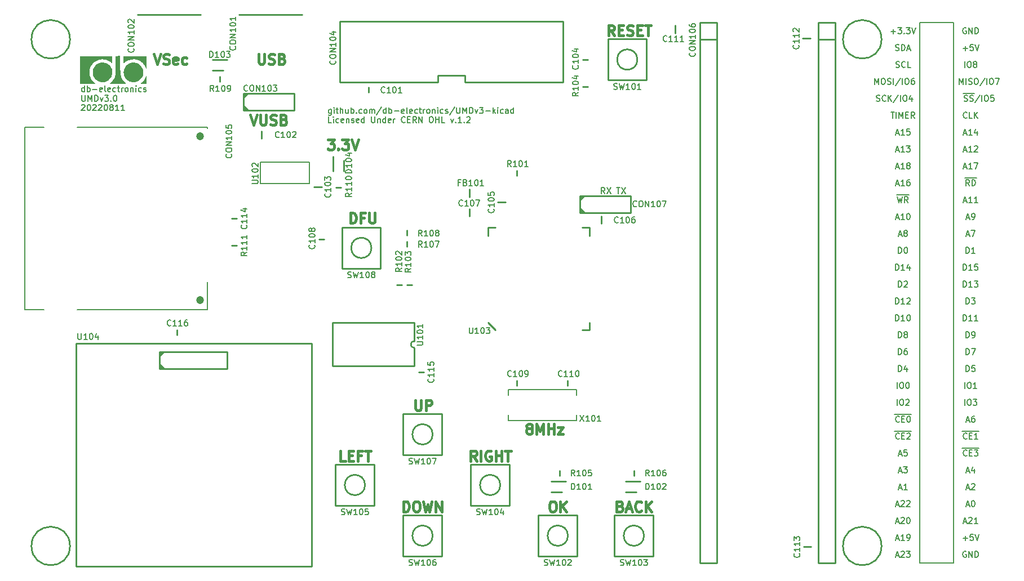
<source format=gto>
%TF.GenerationSoftware,KiCad,Pcbnew,(6.0.5)*%
%TF.CreationDate,2022-08-23T15:07:45-04:00*%
%TF.ProjectId,UMDv3,554d4476-332e-46b6-9963-61645f706362,rev?*%
%TF.SameCoordinates,Original*%
%TF.FileFunction,Legend,Top*%
%TF.FilePolarity,Positive*%
%FSLAX46Y46*%
G04 Gerber Fmt 4.6, Leading zero omitted, Abs format (unit mm)*
G04 Created by KiCad (PCBNEW (6.0.5)) date 2022-08-23 15:07:45*
%MOMM*%
%LPD*%
G01*
G04 APERTURE LIST*
%ADD10C,0.381000*%
%ADD11C,0.203200*%
%ADD12C,0.177800*%
%ADD13C,0.254000*%
%ADD14C,0.010000*%
%ADD15C,1.200000*%
G04 APERTURE END LIST*
D10*
X163394571Y-69269428D02*
X162886571Y-68543714D01*
X162523714Y-69269428D02*
X162523714Y-67745428D01*
X163104285Y-67745428D01*
X163249428Y-67818000D01*
X163322000Y-67890571D01*
X163394571Y-68035714D01*
X163394571Y-68253428D01*
X163322000Y-68398571D01*
X163249428Y-68471142D01*
X163104285Y-68543714D01*
X162523714Y-68543714D01*
X164047714Y-68471142D02*
X164555714Y-68471142D01*
X164773428Y-69269428D02*
X164047714Y-69269428D01*
X164047714Y-67745428D01*
X164773428Y-67745428D01*
X165354000Y-69196857D02*
X165571714Y-69269428D01*
X165934571Y-69269428D01*
X166079714Y-69196857D01*
X166152285Y-69124285D01*
X166224857Y-68979142D01*
X166224857Y-68834000D01*
X166152285Y-68688857D01*
X166079714Y-68616285D01*
X165934571Y-68543714D01*
X165644285Y-68471142D01*
X165499142Y-68398571D01*
X165426571Y-68326000D01*
X165354000Y-68180857D01*
X165354000Y-68035714D01*
X165426571Y-67890571D01*
X165499142Y-67818000D01*
X165644285Y-67745428D01*
X166007142Y-67745428D01*
X166224857Y-67818000D01*
X166878000Y-68471142D02*
X167386000Y-68471142D01*
X167603714Y-69269428D02*
X166878000Y-69269428D01*
X166878000Y-67745428D01*
X167603714Y-67745428D01*
X168039142Y-67745428D02*
X168910000Y-67745428D01*
X168474571Y-69269428D02*
X168474571Y-67745428D01*
X108712000Y-81207428D02*
X109220000Y-82731428D01*
X109728000Y-81207428D01*
X110236000Y-81207428D02*
X110236000Y-82441142D01*
X110308571Y-82586285D01*
X110381142Y-82658857D01*
X110526285Y-82731428D01*
X110816571Y-82731428D01*
X110961714Y-82658857D01*
X111034285Y-82586285D01*
X111106857Y-82441142D01*
X111106857Y-81207428D01*
X111760000Y-82658857D02*
X111977714Y-82731428D01*
X112340571Y-82731428D01*
X112485714Y-82658857D01*
X112558285Y-82586285D01*
X112630857Y-82441142D01*
X112630857Y-82296000D01*
X112558285Y-82150857D01*
X112485714Y-82078285D01*
X112340571Y-82005714D01*
X112050285Y-81933142D01*
X111905142Y-81860571D01*
X111832571Y-81788000D01*
X111760000Y-81642857D01*
X111760000Y-81497714D01*
X111832571Y-81352571D01*
X111905142Y-81280000D01*
X112050285Y-81207428D01*
X112413142Y-81207428D01*
X112630857Y-81280000D01*
X113792000Y-81933142D02*
X114009714Y-82005714D01*
X114082285Y-82078285D01*
X114154857Y-82223428D01*
X114154857Y-82441142D01*
X114082285Y-82586285D01*
X114009714Y-82658857D01*
X113864571Y-82731428D01*
X113284000Y-82731428D01*
X113284000Y-81207428D01*
X113792000Y-81207428D01*
X113937142Y-81280000D01*
X114009714Y-81352571D01*
X114082285Y-81497714D01*
X114082285Y-81642857D01*
X114009714Y-81788000D01*
X113937142Y-81860571D01*
X113792000Y-81933142D01*
X113284000Y-81933142D01*
X109963857Y-72063428D02*
X109963857Y-73297142D01*
X110036428Y-73442285D01*
X110109000Y-73514857D01*
X110254142Y-73587428D01*
X110544428Y-73587428D01*
X110689571Y-73514857D01*
X110762142Y-73442285D01*
X110834714Y-73297142D01*
X110834714Y-72063428D01*
X111487857Y-73514857D02*
X111705571Y-73587428D01*
X112068428Y-73587428D01*
X112213571Y-73514857D01*
X112286142Y-73442285D01*
X112358714Y-73297142D01*
X112358714Y-73152000D01*
X112286142Y-73006857D01*
X112213571Y-72934285D01*
X112068428Y-72861714D01*
X111778142Y-72789142D01*
X111633000Y-72716571D01*
X111560428Y-72644000D01*
X111487857Y-72498857D01*
X111487857Y-72353714D01*
X111560428Y-72208571D01*
X111633000Y-72136000D01*
X111778142Y-72063428D01*
X112141000Y-72063428D01*
X112358714Y-72136000D01*
X113519857Y-72789142D02*
X113737571Y-72861714D01*
X113810142Y-72934285D01*
X113882714Y-73079428D01*
X113882714Y-73297142D01*
X113810142Y-73442285D01*
X113737571Y-73514857D01*
X113592428Y-73587428D01*
X113011857Y-73587428D01*
X113011857Y-72063428D01*
X113519857Y-72063428D01*
X113665000Y-72136000D01*
X113737571Y-72208571D01*
X113810142Y-72353714D01*
X113810142Y-72498857D01*
X113737571Y-72644000D01*
X113665000Y-72716571D01*
X113519857Y-72789142D01*
X113011857Y-72789142D01*
X94234000Y-72063428D02*
X94742000Y-73587428D01*
X95250000Y-72063428D01*
X95685428Y-73514857D02*
X95903142Y-73587428D01*
X96266000Y-73587428D01*
X96411142Y-73514857D01*
X96483714Y-73442285D01*
X96556285Y-73297142D01*
X96556285Y-73152000D01*
X96483714Y-73006857D01*
X96411142Y-72934285D01*
X96266000Y-72861714D01*
X95975714Y-72789142D01*
X95830571Y-72716571D01*
X95758000Y-72644000D01*
X95685428Y-72498857D01*
X95685428Y-72353714D01*
X95758000Y-72208571D01*
X95830571Y-72136000D01*
X95975714Y-72063428D01*
X96338571Y-72063428D01*
X96556285Y-72136000D01*
X97790000Y-73514857D02*
X97644857Y-73587428D01*
X97354571Y-73587428D01*
X97209428Y-73514857D01*
X97136857Y-73369714D01*
X97136857Y-72789142D01*
X97209428Y-72644000D01*
X97354571Y-72571428D01*
X97644857Y-72571428D01*
X97790000Y-72644000D01*
X97862571Y-72789142D01*
X97862571Y-72934285D01*
X97136857Y-73079428D01*
X99168857Y-73514857D02*
X99023714Y-73587428D01*
X98733428Y-73587428D01*
X98588285Y-73514857D01*
X98515714Y-73442285D01*
X98443142Y-73297142D01*
X98443142Y-72861714D01*
X98515714Y-72716571D01*
X98588285Y-72644000D01*
X98733428Y-72571428D01*
X99023714Y-72571428D01*
X99168857Y-72644000D01*
X120356085Y-84915828D02*
X121299514Y-84915828D01*
X120791514Y-85496400D01*
X121009228Y-85496400D01*
X121154371Y-85568971D01*
X121226942Y-85641542D01*
X121299514Y-85786685D01*
X121299514Y-86149542D01*
X121226942Y-86294685D01*
X121154371Y-86367257D01*
X121009228Y-86439828D01*
X120573800Y-86439828D01*
X120428657Y-86367257D01*
X120356085Y-86294685D01*
X121952657Y-86294685D02*
X122025228Y-86367257D01*
X121952657Y-86439828D01*
X121880085Y-86367257D01*
X121952657Y-86294685D01*
X121952657Y-86439828D01*
X122533228Y-84915828D02*
X123476657Y-84915828D01*
X122968657Y-85496400D01*
X123186371Y-85496400D01*
X123331514Y-85568971D01*
X123404085Y-85641542D01*
X123476657Y-85786685D01*
X123476657Y-86149542D01*
X123404085Y-86294685D01*
X123331514Y-86367257D01*
X123186371Y-86439828D01*
X122750942Y-86439828D01*
X122605800Y-86367257D01*
X122533228Y-86294685D01*
X123912085Y-84915828D02*
X124420085Y-86439828D01*
X124928085Y-84915828D01*
X133524171Y-124108028D02*
X133524171Y-125341742D01*
X133596742Y-125486885D01*
X133669314Y-125559457D01*
X133814457Y-125632028D01*
X134104742Y-125632028D01*
X134249885Y-125559457D01*
X134322457Y-125486885D01*
X134395028Y-125341742D01*
X134395028Y-124108028D01*
X135120742Y-125632028D02*
X135120742Y-124108028D01*
X135701314Y-124108028D01*
X135846457Y-124180600D01*
X135919028Y-124253171D01*
X135991600Y-124398314D01*
X135991600Y-124616028D01*
X135919028Y-124761171D01*
X135846457Y-124833742D01*
X135701314Y-124906314D01*
X135120742Y-124906314D01*
X164276314Y-140073742D02*
X164494028Y-140146314D01*
X164566600Y-140218885D01*
X164639171Y-140364028D01*
X164639171Y-140581742D01*
X164566600Y-140726885D01*
X164494028Y-140799457D01*
X164348885Y-140872028D01*
X163768314Y-140872028D01*
X163768314Y-139348028D01*
X164276314Y-139348028D01*
X164421457Y-139420600D01*
X164494028Y-139493171D01*
X164566600Y-139638314D01*
X164566600Y-139783457D01*
X164494028Y-139928600D01*
X164421457Y-140001171D01*
X164276314Y-140073742D01*
X163768314Y-140073742D01*
X165219742Y-140436600D02*
X165945457Y-140436600D01*
X165074600Y-140872028D02*
X165582600Y-139348028D01*
X166090600Y-140872028D01*
X167469457Y-140726885D02*
X167396885Y-140799457D01*
X167179171Y-140872028D01*
X167034028Y-140872028D01*
X166816314Y-140799457D01*
X166671171Y-140654314D01*
X166598600Y-140509171D01*
X166526028Y-140218885D01*
X166526028Y-140001171D01*
X166598600Y-139710885D01*
X166671171Y-139565742D01*
X166816314Y-139420600D01*
X167034028Y-139348028D01*
X167179171Y-139348028D01*
X167396885Y-139420600D01*
X167469457Y-139493171D01*
X168122600Y-140872028D02*
X168122600Y-139348028D01*
X168993457Y-140872028D02*
X168340314Y-140001171D01*
X168993457Y-139348028D02*
X168122600Y-140218885D01*
X122983171Y-133252028D02*
X122257457Y-133252028D01*
X122257457Y-131728028D01*
X123491171Y-132453742D02*
X123999171Y-132453742D01*
X124216885Y-133252028D02*
X123491171Y-133252028D01*
X123491171Y-131728028D01*
X124216885Y-131728028D01*
X125378028Y-132453742D02*
X124870028Y-132453742D01*
X124870028Y-133252028D02*
X124870028Y-131728028D01*
X125595742Y-131728028D01*
X125958600Y-131728028D02*
X126829457Y-131728028D01*
X126394028Y-133252028D02*
X126394028Y-131728028D01*
X131728028Y-140872028D02*
X131728028Y-139348028D01*
X132090885Y-139348028D01*
X132308600Y-139420600D01*
X132453742Y-139565742D01*
X132526314Y-139710885D01*
X132598885Y-140001171D01*
X132598885Y-140218885D01*
X132526314Y-140509171D01*
X132453742Y-140654314D01*
X132308600Y-140799457D01*
X132090885Y-140872028D01*
X131728028Y-140872028D01*
X133542314Y-139348028D02*
X133832600Y-139348028D01*
X133977742Y-139420600D01*
X134122885Y-139565742D01*
X134195457Y-139856028D01*
X134195457Y-140364028D01*
X134122885Y-140654314D01*
X133977742Y-140799457D01*
X133832600Y-140872028D01*
X133542314Y-140872028D01*
X133397171Y-140799457D01*
X133252028Y-140654314D01*
X133179457Y-140364028D01*
X133179457Y-139856028D01*
X133252028Y-139565742D01*
X133397171Y-139420600D01*
X133542314Y-139348028D01*
X134703457Y-139348028D02*
X135066314Y-140872028D01*
X135356600Y-139783457D01*
X135646885Y-140872028D01*
X136009742Y-139348028D01*
X136590314Y-140872028D02*
X136590314Y-139348028D01*
X137461171Y-140872028D01*
X137461171Y-139348028D01*
X142722600Y-133252028D02*
X142214600Y-132526314D01*
X141851742Y-133252028D02*
X141851742Y-131728028D01*
X142432314Y-131728028D01*
X142577457Y-131800600D01*
X142650028Y-131873171D01*
X142722600Y-132018314D01*
X142722600Y-132236028D01*
X142650028Y-132381171D01*
X142577457Y-132453742D01*
X142432314Y-132526314D01*
X141851742Y-132526314D01*
X143375742Y-133252028D02*
X143375742Y-131728028D01*
X144899742Y-131800600D02*
X144754600Y-131728028D01*
X144536885Y-131728028D01*
X144319171Y-131800600D01*
X144174028Y-131945742D01*
X144101457Y-132090885D01*
X144028885Y-132381171D01*
X144028885Y-132598885D01*
X144101457Y-132889171D01*
X144174028Y-133034314D01*
X144319171Y-133179457D01*
X144536885Y-133252028D01*
X144682028Y-133252028D01*
X144899742Y-133179457D01*
X144972314Y-133106885D01*
X144972314Y-132598885D01*
X144682028Y-132598885D01*
X145625457Y-133252028D02*
X145625457Y-131728028D01*
X145625457Y-132453742D02*
X146496314Y-132453742D01*
X146496314Y-133252028D02*
X146496314Y-131728028D01*
X147004314Y-131728028D02*
X147875171Y-131728028D01*
X147439742Y-133252028D02*
X147439742Y-131728028D01*
X154007457Y-139348028D02*
X154297742Y-139348028D01*
X154442885Y-139420600D01*
X154588028Y-139565742D01*
X154660600Y-139856028D01*
X154660600Y-140364028D01*
X154588028Y-140654314D01*
X154442885Y-140799457D01*
X154297742Y-140872028D01*
X154007457Y-140872028D01*
X153862314Y-140799457D01*
X153717171Y-140654314D01*
X153644600Y-140364028D01*
X153644600Y-139856028D01*
X153717171Y-139565742D01*
X153862314Y-139420600D01*
X154007457Y-139348028D01*
X155313742Y-140872028D02*
X155313742Y-139348028D01*
X156184600Y-140872028D02*
X155531457Y-140001171D01*
X156184600Y-139348028D02*
X155313742Y-140218885D01*
X150502257Y-128342571D02*
X150357114Y-128270000D01*
X150284542Y-128197428D01*
X150211971Y-128052285D01*
X150211971Y-127979714D01*
X150284542Y-127834571D01*
X150357114Y-127762000D01*
X150502257Y-127689428D01*
X150792542Y-127689428D01*
X150937685Y-127762000D01*
X151010257Y-127834571D01*
X151082828Y-127979714D01*
X151082828Y-128052285D01*
X151010257Y-128197428D01*
X150937685Y-128270000D01*
X150792542Y-128342571D01*
X150502257Y-128342571D01*
X150357114Y-128415142D01*
X150284542Y-128487714D01*
X150211971Y-128632857D01*
X150211971Y-128923142D01*
X150284542Y-129068285D01*
X150357114Y-129140857D01*
X150502257Y-129213428D01*
X150792542Y-129213428D01*
X150937685Y-129140857D01*
X151010257Y-129068285D01*
X151082828Y-128923142D01*
X151082828Y-128632857D01*
X151010257Y-128487714D01*
X150937685Y-128415142D01*
X150792542Y-128342571D01*
X151735971Y-129213428D02*
X151735971Y-127689428D01*
X152243971Y-128778000D01*
X152751971Y-127689428D01*
X152751971Y-129213428D01*
X153477685Y-129213428D02*
X153477685Y-127689428D01*
X153477685Y-128415142D02*
X154348542Y-128415142D01*
X154348542Y-129213428D02*
X154348542Y-127689428D01*
X154929114Y-128197428D02*
X155727400Y-128197428D01*
X154929114Y-129213428D01*
X155727400Y-129213428D01*
X123752428Y-97488828D02*
X123752428Y-95964828D01*
X124115285Y-95964828D01*
X124333000Y-96037400D01*
X124478142Y-96182542D01*
X124550714Y-96327685D01*
X124623285Y-96617971D01*
X124623285Y-96835685D01*
X124550714Y-97125971D01*
X124478142Y-97271114D01*
X124333000Y-97416257D01*
X124115285Y-97488828D01*
X123752428Y-97488828D01*
X125784428Y-96690542D02*
X125276428Y-96690542D01*
X125276428Y-97488828D02*
X125276428Y-95964828D01*
X126002142Y-95964828D01*
X126582714Y-95964828D02*
X126582714Y-97198542D01*
X126655285Y-97343685D01*
X126727857Y-97416257D01*
X126873000Y-97488828D01*
X127163285Y-97488828D01*
X127308428Y-97416257D01*
X127381000Y-97343685D01*
X127453571Y-97198542D01*
X127453571Y-95964828D01*
D11*
X83782746Y-77710876D02*
X83782746Y-76821876D01*
X83782746Y-77668543D02*
X83698080Y-77710876D01*
X83528746Y-77710876D01*
X83444080Y-77668543D01*
X83401746Y-77626210D01*
X83359413Y-77541543D01*
X83359413Y-77287543D01*
X83401746Y-77202876D01*
X83444080Y-77160543D01*
X83528746Y-77118210D01*
X83698080Y-77118210D01*
X83782746Y-77160543D01*
X84206080Y-77710876D02*
X84206080Y-76821876D01*
X84206080Y-77160543D02*
X84290746Y-77118210D01*
X84460080Y-77118210D01*
X84544746Y-77160543D01*
X84587080Y-77202876D01*
X84629413Y-77287543D01*
X84629413Y-77541543D01*
X84587080Y-77626210D01*
X84544746Y-77668543D01*
X84460080Y-77710876D01*
X84290746Y-77710876D01*
X84206080Y-77668543D01*
X85010413Y-77372210D02*
X85687746Y-77372210D01*
X86449746Y-77668543D02*
X86365080Y-77710876D01*
X86195746Y-77710876D01*
X86111080Y-77668543D01*
X86068746Y-77583876D01*
X86068746Y-77245210D01*
X86111080Y-77160543D01*
X86195746Y-77118210D01*
X86365080Y-77118210D01*
X86449746Y-77160543D01*
X86492080Y-77245210D01*
X86492080Y-77329876D01*
X86068746Y-77414543D01*
X87000080Y-77710876D02*
X86915413Y-77668543D01*
X86873080Y-77583876D01*
X86873080Y-76821876D01*
X87677413Y-77668543D02*
X87592746Y-77710876D01*
X87423413Y-77710876D01*
X87338746Y-77668543D01*
X87296413Y-77583876D01*
X87296413Y-77245210D01*
X87338746Y-77160543D01*
X87423413Y-77118210D01*
X87592746Y-77118210D01*
X87677413Y-77160543D01*
X87719746Y-77245210D01*
X87719746Y-77329876D01*
X87296413Y-77414543D01*
X88481746Y-77668543D02*
X88397080Y-77710876D01*
X88227746Y-77710876D01*
X88143080Y-77668543D01*
X88100746Y-77626210D01*
X88058413Y-77541543D01*
X88058413Y-77287543D01*
X88100746Y-77202876D01*
X88143080Y-77160543D01*
X88227746Y-77118210D01*
X88397080Y-77118210D01*
X88481746Y-77160543D01*
X88735746Y-77118210D02*
X89074413Y-77118210D01*
X88862746Y-76821876D02*
X88862746Y-77583876D01*
X88905080Y-77668543D01*
X88989746Y-77710876D01*
X89074413Y-77710876D01*
X89370746Y-77710876D02*
X89370746Y-77118210D01*
X89370746Y-77287543D02*
X89413080Y-77202876D01*
X89455413Y-77160543D01*
X89540080Y-77118210D01*
X89624746Y-77118210D01*
X90048080Y-77710876D02*
X89963413Y-77668543D01*
X89921080Y-77626210D01*
X89878746Y-77541543D01*
X89878746Y-77287543D01*
X89921080Y-77202876D01*
X89963413Y-77160543D01*
X90048080Y-77118210D01*
X90175080Y-77118210D01*
X90259746Y-77160543D01*
X90302080Y-77202876D01*
X90344413Y-77287543D01*
X90344413Y-77541543D01*
X90302080Y-77626210D01*
X90259746Y-77668543D01*
X90175080Y-77710876D01*
X90048080Y-77710876D01*
X90725413Y-77118210D02*
X90725413Y-77710876D01*
X90725413Y-77202876D02*
X90767746Y-77160543D01*
X90852413Y-77118210D01*
X90979413Y-77118210D01*
X91064080Y-77160543D01*
X91106413Y-77245210D01*
X91106413Y-77710876D01*
X91529746Y-77710876D02*
X91529746Y-77118210D01*
X91529746Y-76821876D02*
X91487413Y-76864210D01*
X91529746Y-76906543D01*
X91572080Y-76864210D01*
X91529746Y-76821876D01*
X91529746Y-76906543D01*
X92334080Y-77668543D02*
X92249413Y-77710876D01*
X92080080Y-77710876D01*
X91995413Y-77668543D01*
X91953080Y-77626210D01*
X91910746Y-77541543D01*
X91910746Y-77287543D01*
X91953080Y-77202876D01*
X91995413Y-77160543D01*
X92080080Y-77118210D01*
X92249413Y-77118210D01*
X92334080Y-77160543D01*
X92672746Y-77668543D02*
X92757413Y-77710876D01*
X92926746Y-77710876D01*
X93011413Y-77668543D01*
X93053746Y-77583876D01*
X93053746Y-77541543D01*
X93011413Y-77456876D01*
X92926746Y-77414543D01*
X92799746Y-77414543D01*
X92715080Y-77372210D01*
X92672746Y-77287543D01*
X92672746Y-77245210D01*
X92715080Y-77160543D01*
X92799746Y-77118210D01*
X92926746Y-77118210D01*
X93011413Y-77160543D01*
X83401746Y-78253166D02*
X83401746Y-78972833D01*
X83444080Y-79057500D01*
X83486413Y-79099833D01*
X83571080Y-79142166D01*
X83740413Y-79142166D01*
X83825080Y-79099833D01*
X83867413Y-79057500D01*
X83909746Y-78972833D01*
X83909746Y-78253166D01*
X84333080Y-79142166D02*
X84333080Y-78253166D01*
X84629413Y-78888166D01*
X84925746Y-78253166D01*
X84925746Y-79142166D01*
X85349080Y-79142166D02*
X85349080Y-78253166D01*
X85560746Y-78253166D01*
X85687746Y-78295500D01*
X85772413Y-78380166D01*
X85814746Y-78464833D01*
X85857080Y-78634166D01*
X85857080Y-78761166D01*
X85814746Y-78930500D01*
X85772413Y-79015166D01*
X85687746Y-79099833D01*
X85560746Y-79142166D01*
X85349080Y-79142166D01*
X86153413Y-78549500D02*
X86365080Y-79142166D01*
X86576746Y-78549500D01*
X86830746Y-78253166D02*
X87381080Y-78253166D01*
X87084746Y-78591833D01*
X87211746Y-78591833D01*
X87296413Y-78634166D01*
X87338746Y-78676500D01*
X87381080Y-78761166D01*
X87381080Y-78972833D01*
X87338746Y-79057500D01*
X87296413Y-79099833D01*
X87211746Y-79142166D01*
X86957746Y-79142166D01*
X86873080Y-79099833D01*
X86830746Y-79057500D01*
X87762080Y-79057500D02*
X87804413Y-79099833D01*
X87762080Y-79142166D01*
X87719746Y-79099833D01*
X87762080Y-79057500D01*
X87762080Y-79142166D01*
X88354746Y-78253166D02*
X88439413Y-78253166D01*
X88524080Y-78295500D01*
X88566413Y-78337833D01*
X88608746Y-78422500D01*
X88651080Y-78591833D01*
X88651080Y-78803500D01*
X88608746Y-78972833D01*
X88566413Y-79057500D01*
X88524080Y-79099833D01*
X88439413Y-79142166D01*
X88354746Y-79142166D01*
X88270080Y-79099833D01*
X88227746Y-79057500D01*
X88185413Y-78972833D01*
X88143080Y-78803500D01*
X88143080Y-78591833D01*
X88185413Y-78422500D01*
X88227746Y-78337833D01*
X88270080Y-78295500D01*
X88354746Y-78253166D01*
X83359413Y-79769123D02*
X83401746Y-79726790D01*
X83486413Y-79684456D01*
X83698080Y-79684456D01*
X83782746Y-79726790D01*
X83825080Y-79769123D01*
X83867413Y-79853790D01*
X83867413Y-79938456D01*
X83825080Y-80065456D01*
X83317080Y-80573456D01*
X83867413Y-80573456D01*
X84417746Y-79684456D02*
X84502413Y-79684456D01*
X84587080Y-79726790D01*
X84629413Y-79769123D01*
X84671746Y-79853790D01*
X84714080Y-80023123D01*
X84714080Y-80234790D01*
X84671746Y-80404123D01*
X84629413Y-80488790D01*
X84587080Y-80531123D01*
X84502413Y-80573456D01*
X84417746Y-80573456D01*
X84333080Y-80531123D01*
X84290746Y-80488790D01*
X84248413Y-80404123D01*
X84206080Y-80234790D01*
X84206080Y-80023123D01*
X84248413Y-79853790D01*
X84290746Y-79769123D01*
X84333080Y-79726790D01*
X84417746Y-79684456D01*
X85052746Y-79769123D02*
X85095080Y-79726790D01*
X85179746Y-79684456D01*
X85391413Y-79684456D01*
X85476080Y-79726790D01*
X85518413Y-79769123D01*
X85560746Y-79853790D01*
X85560746Y-79938456D01*
X85518413Y-80065456D01*
X85010413Y-80573456D01*
X85560746Y-80573456D01*
X85899413Y-79769123D02*
X85941746Y-79726790D01*
X86026413Y-79684456D01*
X86238080Y-79684456D01*
X86322746Y-79726790D01*
X86365080Y-79769123D01*
X86407413Y-79853790D01*
X86407413Y-79938456D01*
X86365080Y-80065456D01*
X85857080Y-80573456D01*
X86407413Y-80573456D01*
X86957746Y-79684456D02*
X87042413Y-79684456D01*
X87127080Y-79726790D01*
X87169413Y-79769123D01*
X87211746Y-79853790D01*
X87254080Y-80023123D01*
X87254080Y-80234790D01*
X87211746Y-80404123D01*
X87169413Y-80488790D01*
X87127080Y-80531123D01*
X87042413Y-80573456D01*
X86957746Y-80573456D01*
X86873080Y-80531123D01*
X86830746Y-80488790D01*
X86788413Y-80404123D01*
X86746080Y-80234790D01*
X86746080Y-80023123D01*
X86788413Y-79853790D01*
X86830746Y-79769123D01*
X86873080Y-79726790D01*
X86957746Y-79684456D01*
X87762080Y-80065456D02*
X87677413Y-80023123D01*
X87635080Y-79980790D01*
X87592746Y-79896123D01*
X87592746Y-79853790D01*
X87635080Y-79769123D01*
X87677413Y-79726790D01*
X87762080Y-79684456D01*
X87931413Y-79684456D01*
X88016080Y-79726790D01*
X88058413Y-79769123D01*
X88100746Y-79853790D01*
X88100746Y-79896123D01*
X88058413Y-79980790D01*
X88016080Y-80023123D01*
X87931413Y-80065456D01*
X87762080Y-80065456D01*
X87677413Y-80107790D01*
X87635080Y-80150123D01*
X87592746Y-80234790D01*
X87592746Y-80404123D01*
X87635080Y-80488790D01*
X87677413Y-80531123D01*
X87762080Y-80573456D01*
X87931413Y-80573456D01*
X88016080Y-80531123D01*
X88058413Y-80488790D01*
X88100746Y-80404123D01*
X88100746Y-80234790D01*
X88058413Y-80150123D01*
X88016080Y-80107790D01*
X87931413Y-80065456D01*
X88947413Y-80573456D02*
X88439413Y-80573456D01*
X88693413Y-80573456D02*
X88693413Y-79684456D01*
X88608746Y-79811456D01*
X88524080Y-79896123D01*
X88439413Y-79938456D01*
X89794080Y-80573456D02*
X89286080Y-80573456D01*
X89540080Y-80573456D02*
X89540080Y-79684456D01*
X89455413Y-79811456D01*
X89370746Y-79896123D01*
X89286080Y-79938456D01*
X120866746Y-80373855D02*
X120866746Y-81093521D01*
X120824413Y-81178188D01*
X120782080Y-81220521D01*
X120697413Y-81262855D01*
X120570413Y-81262855D01*
X120485746Y-81220521D01*
X120866746Y-80924188D02*
X120782080Y-80966521D01*
X120612746Y-80966521D01*
X120528080Y-80924188D01*
X120485746Y-80881855D01*
X120443413Y-80797188D01*
X120443413Y-80543188D01*
X120485746Y-80458521D01*
X120528080Y-80416188D01*
X120612746Y-80373855D01*
X120782080Y-80373855D01*
X120866746Y-80416188D01*
X121290080Y-80966521D02*
X121290080Y-80373855D01*
X121290080Y-80077521D02*
X121247746Y-80119855D01*
X121290080Y-80162188D01*
X121332413Y-80119855D01*
X121290080Y-80077521D01*
X121290080Y-80162188D01*
X121586413Y-80373855D02*
X121925080Y-80373855D01*
X121713413Y-80077521D02*
X121713413Y-80839521D01*
X121755746Y-80924188D01*
X121840413Y-80966521D01*
X121925080Y-80966521D01*
X122221413Y-80966521D02*
X122221413Y-80077521D01*
X122602413Y-80966521D02*
X122602413Y-80500855D01*
X122560080Y-80416188D01*
X122475413Y-80373855D01*
X122348413Y-80373855D01*
X122263746Y-80416188D01*
X122221413Y-80458521D01*
X123406746Y-80373855D02*
X123406746Y-80966521D01*
X123025746Y-80373855D02*
X123025746Y-80839521D01*
X123068080Y-80924188D01*
X123152746Y-80966521D01*
X123279746Y-80966521D01*
X123364413Y-80924188D01*
X123406746Y-80881855D01*
X123830080Y-80966521D02*
X123830080Y-80077521D01*
X123830080Y-80416188D02*
X123914746Y-80373855D01*
X124084080Y-80373855D01*
X124168746Y-80416188D01*
X124211080Y-80458521D01*
X124253413Y-80543188D01*
X124253413Y-80797188D01*
X124211080Y-80881855D01*
X124168746Y-80924188D01*
X124084080Y-80966521D01*
X123914746Y-80966521D01*
X123830080Y-80924188D01*
X124634413Y-80881855D02*
X124676746Y-80924188D01*
X124634413Y-80966521D01*
X124592080Y-80924188D01*
X124634413Y-80881855D01*
X124634413Y-80966521D01*
X125438746Y-80924188D02*
X125354080Y-80966521D01*
X125184746Y-80966521D01*
X125100080Y-80924188D01*
X125057746Y-80881855D01*
X125015413Y-80797188D01*
X125015413Y-80543188D01*
X125057746Y-80458521D01*
X125100080Y-80416188D01*
X125184746Y-80373855D01*
X125354080Y-80373855D01*
X125438746Y-80416188D01*
X125946746Y-80966521D02*
X125862080Y-80924188D01*
X125819746Y-80881855D01*
X125777413Y-80797188D01*
X125777413Y-80543188D01*
X125819746Y-80458521D01*
X125862080Y-80416188D01*
X125946746Y-80373855D01*
X126073746Y-80373855D01*
X126158413Y-80416188D01*
X126200746Y-80458521D01*
X126243080Y-80543188D01*
X126243080Y-80797188D01*
X126200746Y-80881855D01*
X126158413Y-80924188D01*
X126073746Y-80966521D01*
X125946746Y-80966521D01*
X126624080Y-80966521D02*
X126624080Y-80373855D01*
X126624080Y-80458521D02*
X126666413Y-80416188D01*
X126751080Y-80373855D01*
X126878080Y-80373855D01*
X126962746Y-80416188D01*
X127005080Y-80500855D01*
X127005080Y-80966521D01*
X127005080Y-80500855D02*
X127047413Y-80416188D01*
X127132080Y-80373855D01*
X127259080Y-80373855D01*
X127343746Y-80416188D01*
X127386080Y-80500855D01*
X127386080Y-80966521D01*
X128444413Y-80035188D02*
X127682413Y-81178188D01*
X129121746Y-80966521D02*
X129121746Y-80077521D01*
X129121746Y-80924188D02*
X129037080Y-80966521D01*
X128867746Y-80966521D01*
X128783080Y-80924188D01*
X128740746Y-80881855D01*
X128698413Y-80797188D01*
X128698413Y-80543188D01*
X128740746Y-80458521D01*
X128783080Y-80416188D01*
X128867746Y-80373855D01*
X129037080Y-80373855D01*
X129121746Y-80416188D01*
X129545080Y-80966521D02*
X129545080Y-80077521D01*
X129545080Y-80416188D02*
X129629746Y-80373855D01*
X129799080Y-80373855D01*
X129883746Y-80416188D01*
X129926080Y-80458521D01*
X129968413Y-80543188D01*
X129968413Y-80797188D01*
X129926080Y-80881855D01*
X129883746Y-80924188D01*
X129799080Y-80966521D01*
X129629746Y-80966521D01*
X129545080Y-80924188D01*
X130349413Y-80627855D02*
X131026746Y-80627855D01*
X131788746Y-80924188D02*
X131704080Y-80966521D01*
X131534746Y-80966521D01*
X131450080Y-80924188D01*
X131407746Y-80839521D01*
X131407746Y-80500855D01*
X131450080Y-80416188D01*
X131534746Y-80373855D01*
X131704080Y-80373855D01*
X131788746Y-80416188D01*
X131831080Y-80500855D01*
X131831080Y-80585521D01*
X131407746Y-80670188D01*
X132339080Y-80966521D02*
X132254413Y-80924188D01*
X132212080Y-80839521D01*
X132212080Y-80077521D01*
X133016413Y-80924188D02*
X132931746Y-80966521D01*
X132762413Y-80966521D01*
X132677746Y-80924188D01*
X132635413Y-80839521D01*
X132635413Y-80500855D01*
X132677746Y-80416188D01*
X132762413Y-80373855D01*
X132931746Y-80373855D01*
X133016413Y-80416188D01*
X133058746Y-80500855D01*
X133058746Y-80585521D01*
X132635413Y-80670188D01*
X133820746Y-80924188D02*
X133736080Y-80966521D01*
X133566746Y-80966521D01*
X133482080Y-80924188D01*
X133439746Y-80881855D01*
X133397413Y-80797188D01*
X133397413Y-80543188D01*
X133439746Y-80458521D01*
X133482080Y-80416188D01*
X133566746Y-80373855D01*
X133736080Y-80373855D01*
X133820746Y-80416188D01*
X134074746Y-80373855D02*
X134413413Y-80373855D01*
X134201746Y-80077521D02*
X134201746Y-80839521D01*
X134244080Y-80924188D01*
X134328746Y-80966521D01*
X134413413Y-80966521D01*
X134709746Y-80966521D02*
X134709746Y-80373855D01*
X134709746Y-80543188D02*
X134752080Y-80458521D01*
X134794413Y-80416188D01*
X134879080Y-80373855D01*
X134963746Y-80373855D01*
X135387080Y-80966521D02*
X135302413Y-80924188D01*
X135260080Y-80881855D01*
X135217746Y-80797188D01*
X135217746Y-80543188D01*
X135260080Y-80458521D01*
X135302413Y-80416188D01*
X135387080Y-80373855D01*
X135514080Y-80373855D01*
X135598746Y-80416188D01*
X135641080Y-80458521D01*
X135683413Y-80543188D01*
X135683413Y-80797188D01*
X135641080Y-80881855D01*
X135598746Y-80924188D01*
X135514080Y-80966521D01*
X135387080Y-80966521D01*
X136064413Y-80373855D02*
X136064413Y-80966521D01*
X136064413Y-80458521D02*
X136106746Y-80416188D01*
X136191413Y-80373855D01*
X136318413Y-80373855D01*
X136403080Y-80416188D01*
X136445413Y-80500855D01*
X136445413Y-80966521D01*
X136868746Y-80966521D02*
X136868746Y-80373855D01*
X136868746Y-80077521D02*
X136826413Y-80119855D01*
X136868746Y-80162188D01*
X136911080Y-80119855D01*
X136868746Y-80077521D01*
X136868746Y-80162188D01*
X137673080Y-80924188D02*
X137588413Y-80966521D01*
X137419080Y-80966521D01*
X137334413Y-80924188D01*
X137292080Y-80881855D01*
X137249746Y-80797188D01*
X137249746Y-80543188D01*
X137292080Y-80458521D01*
X137334413Y-80416188D01*
X137419080Y-80373855D01*
X137588413Y-80373855D01*
X137673080Y-80416188D01*
X138011746Y-80924188D02*
X138096413Y-80966521D01*
X138265746Y-80966521D01*
X138350413Y-80924188D01*
X138392746Y-80839521D01*
X138392746Y-80797188D01*
X138350413Y-80712521D01*
X138265746Y-80670188D01*
X138138746Y-80670188D01*
X138054080Y-80627855D01*
X138011746Y-80543188D01*
X138011746Y-80500855D01*
X138054080Y-80416188D01*
X138138746Y-80373855D01*
X138265746Y-80373855D01*
X138350413Y-80416188D01*
X139408746Y-80035188D02*
X138646746Y-81178188D01*
X139705080Y-80077521D02*
X139705080Y-80797188D01*
X139747413Y-80881855D01*
X139789746Y-80924188D01*
X139874413Y-80966521D01*
X140043746Y-80966521D01*
X140128413Y-80924188D01*
X140170746Y-80881855D01*
X140213080Y-80797188D01*
X140213080Y-80077521D01*
X140636413Y-80966521D02*
X140636413Y-80077521D01*
X140932746Y-80712521D01*
X141229080Y-80077521D01*
X141229080Y-80966521D01*
X141652413Y-80966521D02*
X141652413Y-80077521D01*
X141864080Y-80077521D01*
X141991080Y-80119855D01*
X142075746Y-80204521D01*
X142118080Y-80289188D01*
X142160413Y-80458521D01*
X142160413Y-80585521D01*
X142118080Y-80754855D01*
X142075746Y-80839521D01*
X141991080Y-80924188D01*
X141864080Y-80966521D01*
X141652413Y-80966521D01*
X142456746Y-80373855D02*
X142668413Y-80966521D01*
X142880080Y-80373855D01*
X143134080Y-80077521D02*
X143684413Y-80077521D01*
X143388080Y-80416188D01*
X143515080Y-80416188D01*
X143599746Y-80458521D01*
X143642080Y-80500855D01*
X143684413Y-80585521D01*
X143684413Y-80797188D01*
X143642080Y-80881855D01*
X143599746Y-80924188D01*
X143515080Y-80966521D01*
X143261080Y-80966521D01*
X143176413Y-80924188D01*
X143134080Y-80881855D01*
X144065413Y-80627855D02*
X144742746Y-80627855D01*
X145166080Y-80966521D02*
X145166080Y-80077521D01*
X145250746Y-80627855D02*
X145504746Y-80966521D01*
X145504746Y-80373855D02*
X145166080Y-80712521D01*
X145885746Y-80966521D02*
X145885746Y-80373855D01*
X145885746Y-80077521D02*
X145843413Y-80119855D01*
X145885746Y-80162188D01*
X145928080Y-80119855D01*
X145885746Y-80077521D01*
X145885746Y-80162188D01*
X146690080Y-80924188D02*
X146605413Y-80966521D01*
X146436080Y-80966521D01*
X146351413Y-80924188D01*
X146309080Y-80881855D01*
X146266746Y-80797188D01*
X146266746Y-80543188D01*
X146309080Y-80458521D01*
X146351413Y-80416188D01*
X146436080Y-80373855D01*
X146605413Y-80373855D01*
X146690080Y-80416188D01*
X147452080Y-80966521D02*
X147452080Y-80500855D01*
X147409746Y-80416188D01*
X147325080Y-80373855D01*
X147155746Y-80373855D01*
X147071080Y-80416188D01*
X147452080Y-80924188D02*
X147367413Y-80966521D01*
X147155746Y-80966521D01*
X147071080Y-80924188D01*
X147028746Y-80839521D01*
X147028746Y-80754855D01*
X147071080Y-80670188D01*
X147155746Y-80627855D01*
X147367413Y-80627855D01*
X147452080Y-80585521D01*
X148256413Y-80966521D02*
X148256413Y-80077521D01*
X148256413Y-80924188D02*
X148171746Y-80966521D01*
X148002413Y-80966521D01*
X147917746Y-80924188D01*
X147875413Y-80881855D01*
X147833080Y-80797188D01*
X147833080Y-80543188D01*
X147875413Y-80458521D01*
X147917746Y-80416188D01*
X148002413Y-80373855D01*
X148171746Y-80373855D01*
X148256413Y-80416188D01*
X120909080Y-82397811D02*
X120485746Y-82397811D01*
X120485746Y-81508811D01*
X121205413Y-82397811D02*
X121205413Y-81805145D01*
X121205413Y-81508811D02*
X121163080Y-81551145D01*
X121205413Y-81593478D01*
X121247746Y-81551145D01*
X121205413Y-81508811D01*
X121205413Y-81593478D01*
X122009746Y-82355478D02*
X121925080Y-82397811D01*
X121755746Y-82397811D01*
X121671080Y-82355478D01*
X121628746Y-82313145D01*
X121586413Y-82228478D01*
X121586413Y-81974478D01*
X121628746Y-81889811D01*
X121671080Y-81847478D01*
X121755746Y-81805145D01*
X121925080Y-81805145D01*
X122009746Y-81847478D01*
X122729413Y-82355478D02*
X122644746Y-82397811D01*
X122475413Y-82397811D01*
X122390746Y-82355478D01*
X122348413Y-82270811D01*
X122348413Y-81932145D01*
X122390746Y-81847478D01*
X122475413Y-81805145D01*
X122644746Y-81805145D01*
X122729413Y-81847478D01*
X122771746Y-81932145D01*
X122771746Y-82016811D01*
X122348413Y-82101478D01*
X123152746Y-81805145D02*
X123152746Y-82397811D01*
X123152746Y-81889811D02*
X123195080Y-81847478D01*
X123279746Y-81805145D01*
X123406746Y-81805145D01*
X123491413Y-81847478D01*
X123533746Y-81932145D01*
X123533746Y-82397811D01*
X123914746Y-82355478D02*
X123999413Y-82397811D01*
X124168746Y-82397811D01*
X124253413Y-82355478D01*
X124295746Y-82270811D01*
X124295746Y-82228478D01*
X124253413Y-82143811D01*
X124168746Y-82101478D01*
X124041746Y-82101478D01*
X123957080Y-82059145D01*
X123914746Y-81974478D01*
X123914746Y-81932145D01*
X123957080Y-81847478D01*
X124041746Y-81805145D01*
X124168746Y-81805145D01*
X124253413Y-81847478D01*
X125015413Y-82355478D02*
X124930746Y-82397811D01*
X124761413Y-82397811D01*
X124676746Y-82355478D01*
X124634413Y-82270811D01*
X124634413Y-81932145D01*
X124676746Y-81847478D01*
X124761413Y-81805145D01*
X124930746Y-81805145D01*
X125015413Y-81847478D01*
X125057746Y-81932145D01*
X125057746Y-82016811D01*
X124634413Y-82101478D01*
X125819746Y-82397811D02*
X125819746Y-81508811D01*
X125819746Y-82355478D02*
X125735080Y-82397811D01*
X125565746Y-82397811D01*
X125481080Y-82355478D01*
X125438746Y-82313145D01*
X125396413Y-82228478D01*
X125396413Y-81974478D01*
X125438746Y-81889811D01*
X125481080Y-81847478D01*
X125565746Y-81805145D01*
X125735080Y-81805145D01*
X125819746Y-81847478D01*
X126920413Y-81508811D02*
X126920413Y-82228478D01*
X126962746Y-82313145D01*
X127005080Y-82355478D01*
X127089746Y-82397811D01*
X127259080Y-82397811D01*
X127343746Y-82355478D01*
X127386080Y-82313145D01*
X127428413Y-82228478D01*
X127428413Y-81508811D01*
X127851746Y-81805145D02*
X127851746Y-82397811D01*
X127851746Y-81889811D02*
X127894080Y-81847478D01*
X127978746Y-81805145D01*
X128105746Y-81805145D01*
X128190413Y-81847478D01*
X128232746Y-81932145D01*
X128232746Y-82397811D01*
X129037080Y-82397811D02*
X129037080Y-81508811D01*
X129037080Y-82355478D02*
X128952413Y-82397811D01*
X128783080Y-82397811D01*
X128698413Y-82355478D01*
X128656080Y-82313145D01*
X128613746Y-82228478D01*
X128613746Y-81974478D01*
X128656080Y-81889811D01*
X128698413Y-81847478D01*
X128783080Y-81805145D01*
X128952413Y-81805145D01*
X129037080Y-81847478D01*
X129799080Y-82355478D02*
X129714413Y-82397811D01*
X129545080Y-82397811D01*
X129460413Y-82355478D01*
X129418080Y-82270811D01*
X129418080Y-81932145D01*
X129460413Y-81847478D01*
X129545080Y-81805145D01*
X129714413Y-81805145D01*
X129799080Y-81847478D01*
X129841413Y-81932145D01*
X129841413Y-82016811D01*
X129418080Y-82101478D01*
X130222413Y-82397811D02*
X130222413Y-81805145D01*
X130222413Y-81974478D02*
X130264746Y-81889811D01*
X130307080Y-81847478D01*
X130391746Y-81805145D01*
X130476413Y-81805145D01*
X131958080Y-82313145D02*
X131915746Y-82355478D01*
X131788746Y-82397811D01*
X131704080Y-82397811D01*
X131577080Y-82355478D01*
X131492413Y-82270811D01*
X131450080Y-82186145D01*
X131407746Y-82016811D01*
X131407746Y-81889811D01*
X131450080Y-81720478D01*
X131492413Y-81635811D01*
X131577080Y-81551145D01*
X131704080Y-81508811D01*
X131788746Y-81508811D01*
X131915746Y-81551145D01*
X131958080Y-81593478D01*
X132339080Y-81932145D02*
X132635413Y-81932145D01*
X132762413Y-82397811D02*
X132339080Y-82397811D01*
X132339080Y-81508811D01*
X132762413Y-81508811D01*
X133651413Y-82397811D02*
X133355080Y-81974478D01*
X133143413Y-82397811D02*
X133143413Y-81508811D01*
X133482080Y-81508811D01*
X133566746Y-81551145D01*
X133609080Y-81593478D01*
X133651413Y-81678145D01*
X133651413Y-81805145D01*
X133609080Y-81889811D01*
X133566746Y-81932145D01*
X133482080Y-81974478D01*
X133143413Y-81974478D01*
X134032413Y-82397811D02*
X134032413Y-81508811D01*
X134540413Y-82397811D01*
X134540413Y-81508811D01*
X135810413Y-81508811D02*
X135979746Y-81508811D01*
X136064413Y-81551145D01*
X136149080Y-81635811D01*
X136191413Y-81805145D01*
X136191413Y-82101478D01*
X136149080Y-82270811D01*
X136064413Y-82355478D01*
X135979746Y-82397811D01*
X135810413Y-82397811D01*
X135725746Y-82355478D01*
X135641080Y-82270811D01*
X135598746Y-82101478D01*
X135598746Y-81805145D01*
X135641080Y-81635811D01*
X135725746Y-81551145D01*
X135810413Y-81508811D01*
X136572413Y-82397811D02*
X136572413Y-81508811D01*
X136572413Y-81932145D02*
X137080413Y-81932145D01*
X137080413Y-82397811D02*
X137080413Y-81508811D01*
X137927080Y-82397811D02*
X137503746Y-82397811D01*
X137503746Y-81508811D01*
X138816080Y-81805145D02*
X139027746Y-82397811D01*
X139239413Y-81805145D01*
X139578080Y-82313145D02*
X139620413Y-82355478D01*
X139578080Y-82397811D01*
X139535746Y-82355478D01*
X139578080Y-82313145D01*
X139578080Y-82397811D01*
X140467080Y-82397811D02*
X139959080Y-82397811D01*
X140213080Y-82397811D02*
X140213080Y-81508811D01*
X140128413Y-81635811D01*
X140043746Y-81720478D01*
X139959080Y-81762811D01*
X140848080Y-82313145D02*
X140890413Y-82355478D01*
X140848080Y-82397811D01*
X140805746Y-82355478D01*
X140848080Y-82313145D01*
X140848080Y-82397811D01*
X141229080Y-81593478D02*
X141271413Y-81551145D01*
X141356080Y-81508811D01*
X141567746Y-81508811D01*
X141652413Y-81551145D01*
X141694746Y-81593478D01*
X141737080Y-81678145D01*
X141737080Y-81762811D01*
X141694746Y-81889811D01*
X141186746Y-82397811D01*
X141737080Y-82397811D01*
D12*
X161996966Y-93061366D02*
X161700633Y-92638033D01*
X161488966Y-93061366D02*
X161488966Y-92172366D01*
X161827633Y-92172366D01*
X161912300Y-92214700D01*
X161954633Y-92257033D01*
X161996966Y-92341700D01*
X161996966Y-92468700D01*
X161954633Y-92553366D01*
X161912300Y-92595700D01*
X161827633Y-92638033D01*
X161488966Y-92638033D01*
X162293300Y-92172366D02*
X162885966Y-93061366D01*
X162885966Y-92172366D02*
X162293300Y-93061366D01*
X163774966Y-92172366D02*
X164282966Y-92172366D01*
X164028966Y-93061366D02*
X164028966Y-92172366D01*
X164494633Y-92172366D02*
X165087300Y-93061366D01*
X165087300Y-92172366D02*
X164494633Y-93061366D01*
D11*
%TO.C,C101*%
X128926166Y-77787500D02*
X128883833Y-77829833D01*
X128756833Y-77872166D01*
X128672166Y-77872166D01*
X128545166Y-77829833D01*
X128460500Y-77745166D01*
X128418166Y-77660500D01*
X128375833Y-77491166D01*
X128375833Y-77364166D01*
X128418166Y-77194833D01*
X128460500Y-77110166D01*
X128545166Y-77025500D01*
X128672166Y-76983166D01*
X128756833Y-76983166D01*
X128883833Y-77025500D01*
X128926166Y-77067833D01*
X129772833Y-77872166D02*
X129264833Y-77872166D01*
X129518833Y-77872166D02*
X129518833Y-76983166D01*
X129434166Y-77110166D01*
X129349500Y-77194833D01*
X129264833Y-77237166D01*
X130323166Y-76983166D02*
X130407833Y-76983166D01*
X130492500Y-77025500D01*
X130534833Y-77067833D01*
X130577166Y-77152500D01*
X130619500Y-77321833D01*
X130619500Y-77533500D01*
X130577166Y-77702833D01*
X130534833Y-77787500D01*
X130492500Y-77829833D01*
X130407833Y-77872166D01*
X130323166Y-77872166D01*
X130238500Y-77829833D01*
X130196166Y-77787500D01*
X130153833Y-77702833D01*
X130111500Y-77533500D01*
X130111500Y-77321833D01*
X130153833Y-77152500D01*
X130196166Y-77067833D01*
X130238500Y-77025500D01*
X130323166Y-76983166D01*
X131466166Y-77872166D02*
X130958166Y-77872166D01*
X131212166Y-77872166D02*
X131212166Y-76983166D01*
X131127500Y-77110166D01*
X131042833Y-77194833D01*
X130958166Y-77237166D01*
%TO.C,C102*%
X113051166Y-84518500D02*
X113008833Y-84560833D01*
X112881833Y-84603166D01*
X112797166Y-84603166D01*
X112670166Y-84560833D01*
X112585500Y-84476166D01*
X112543166Y-84391500D01*
X112500833Y-84222166D01*
X112500833Y-84095166D01*
X112543166Y-83925833D01*
X112585500Y-83841166D01*
X112670166Y-83756500D01*
X112797166Y-83714166D01*
X112881833Y-83714166D01*
X113008833Y-83756500D01*
X113051166Y-83798833D01*
X113897833Y-84603166D02*
X113389833Y-84603166D01*
X113643833Y-84603166D02*
X113643833Y-83714166D01*
X113559166Y-83841166D01*
X113474500Y-83925833D01*
X113389833Y-83968166D01*
X114448166Y-83714166D02*
X114532833Y-83714166D01*
X114617500Y-83756500D01*
X114659833Y-83798833D01*
X114702166Y-83883500D01*
X114744500Y-84052833D01*
X114744500Y-84264500D01*
X114702166Y-84433833D01*
X114659833Y-84518500D01*
X114617500Y-84560833D01*
X114532833Y-84603166D01*
X114448166Y-84603166D01*
X114363500Y-84560833D01*
X114321166Y-84518500D01*
X114278833Y-84433833D01*
X114236500Y-84264500D01*
X114236500Y-84052833D01*
X114278833Y-83883500D01*
X114321166Y-83798833D01*
X114363500Y-83756500D01*
X114448166Y-83714166D01*
X115083166Y-83798833D02*
X115125500Y-83756500D01*
X115210166Y-83714166D01*
X115421833Y-83714166D01*
X115506500Y-83756500D01*
X115548833Y-83798833D01*
X115591166Y-83883500D01*
X115591166Y-83968166D01*
X115548833Y-84095166D01*
X115040833Y-84603166D01*
X115591166Y-84603166D01*
%TO.C,C104*%
X157924500Y-73765833D02*
X157966833Y-73808166D01*
X158009166Y-73935166D01*
X158009166Y-74019833D01*
X157966833Y-74146833D01*
X157882166Y-74231500D01*
X157797500Y-74273833D01*
X157628166Y-74316166D01*
X157501166Y-74316166D01*
X157331833Y-74273833D01*
X157247166Y-74231500D01*
X157162500Y-74146833D01*
X157120166Y-74019833D01*
X157120166Y-73935166D01*
X157162500Y-73808166D01*
X157204833Y-73765833D01*
X158009166Y-72919166D02*
X158009166Y-73427166D01*
X158009166Y-73173166D02*
X157120166Y-73173166D01*
X157247166Y-73257833D01*
X157331833Y-73342500D01*
X157374166Y-73427166D01*
X157120166Y-72368833D02*
X157120166Y-72284166D01*
X157162500Y-72199500D01*
X157204833Y-72157166D01*
X157289500Y-72114833D01*
X157458833Y-72072500D01*
X157670500Y-72072500D01*
X157839833Y-72114833D01*
X157924500Y-72157166D01*
X157966833Y-72199500D01*
X158009166Y-72284166D01*
X158009166Y-72368833D01*
X157966833Y-72453500D01*
X157924500Y-72495833D01*
X157839833Y-72538166D01*
X157670500Y-72580500D01*
X157458833Y-72580500D01*
X157289500Y-72538166D01*
X157204833Y-72495833D01*
X157162500Y-72453500D01*
X157120166Y-72368833D01*
X157416500Y-71310500D02*
X158009166Y-71310500D01*
X157077833Y-71522166D02*
X157712833Y-71733833D01*
X157712833Y-71183500D01*
%TO.C,CON101*%
X106464100Y-70887166D02*
X106506433Y-70929500D01*
X106548766Y-71056500D01*
X106548766Y-71141166D01*
X106506433Y-71268166D01*
X106421766Y-71352833D01*
X106337100Y-71395166D01*
X106167766Y-71437500D01*
X106040766Y-71437500D01*
X105871433Y-71395166D01*
X105786766Y-71352833D01*
X105702100Y-71268166D01*
X105659766Y-71141166D01*
X105659766Y-71056500D01*
X105702100Y-70929500D01*
X105744433Y-70887166D01*
X105659766Y-70336833D02*
X105659766Y-70167500D01*
X105702100Y-70082833D01*
X105786766Y-69998166D01*
X105956100Y-69955833D01*
X106252433Y-69955833D01*
X106421766Y-69998166D01*
X106506433Y-70082833D01*
X106548766Y-70167500D01*
X106548766Y-70336833D01*
X106506433Y-70421500D01*
X106421766Y-70506166D01*
X106252433Y-70548500D01*
X105956100Y-70548500D01*
X105786766Y-70506166D01*
X105702100Y-70421500D01*
X105659766Y-70336833D01*
X106548766Y-69574833D02*
X105659766Y-69574833D01*
X106548766Y-69066833D01*
X105659766Y-69066833D01*
X106548766Y-68177833D02*
X106548766Y-68685833D01*
X106548766Y-68431833D02*
X105659766Y-68431833D01*
X105786766Y-68516500D01*
X105871433Y-68601166D01*
X105913766Y-68685833D01*
X105659766Y-67627500D02*
X105659766Y-67542833D01*
X105702100Y-67458166D01*
X105744433Y-67415833D01*
X105829100Y-67373500D01*
X105998433Y-67331166D01*
X106210100Y-67331166D01*
X106379433Y-67373500D01*
X106464100Y-67415833D01*
X106506433Y-67458166D01*
X106548766Y-67542833D01*
X106548766Y-67627500D01*
X106506433Y-67712166D01*
X106464100Y-67754500D01*
X106379433Y-67796833D01*
X106210100Y-67839166D01*
X105998433Y-67839166D01*
X105829100Y-67796833D01*
X105744433Y-67754500D01*
X105702100Y-67712166D01*
X105659766Y-67627500D01*
X106548766Y-66484500D02*
X106548766Y-66992500D01*
X106548766Y-66738500D02*
X105659766Y-66738500D01*
X105786766Y-66823166D01*
X105871433Y-66907833D01*
X105913766Y-66992500D01*
%TO.C,CON103*%
X108309833Y-77533500D02*
X108267500Y-77575833D01*
X108140500Y-77618166D01*
X108055833Y-77618166D01*
X107928833Y-77575833D01*
X107844166Y-77491166D01*
X107801833Y-77406500D01*
X107759500Y-77237166D01*
X107759500Y-77110166D01*
X107801833Y-76940833D01*
X107844166Y-76856166D01*
X107928833Y-76771500D01*
X108055833Y-76729166D01*
X108140500Y-76729166D01*
X108267500Y-76771500D01*
X108309833Y-76813833D01*
X108860166Y-76729166D02*
X109029500Y-76729166D01*
X109114166Y-76771500D01*
X109198833Y-76856166D01*
X109241166Y-77025500D01*
X109241166Y-77321833D01*
X109198833Y-77491166D01*
X109114166Y-77575833D01*
X109029500Y-77618166D01*
X108860166Y-77618166D01*
X108775500Y-77575833D01*
X108690833Y-77491166D01*
X108648500Y-77321833D01*
X108648500Y-77025500D01*
X108690833Y-76856166D01*
X108775500Y-76771500D01*
X108860166Y-76729166D01*
X109622166Y-77618166D02*
X109622166Y-76729166D01*
X110130166Y-77618166D01*
X110130166Y-76729166D01*
X111019166Y-77618166D02*
X110511166Y-77618166D01*
X110765166Y-77618166D02*
X110765166Y-76729166D01*
X110680500Y-76856166D01*
X110595833Y-76940833D01*
X110511166Y-76983166D01*
X111569500Y-76729166D02*
X111654166Y-76729166D01*
X111738833Y-76771500D01*
X111781166Y-76813833D01*
X111823500Y-76898500D01*
X111865833Y-77067833D01*
X111865833Y-77279500D01*
X111823500Y-77448833D01*
X111781166Y-77533500D01*
X111738833Y-77575833D01*
X111654166Y-77618166D01*
X111569500Y-77618166D01*
X111484833Y-77575833D01*
X111442500Y-77533500D01*
X111400166Y-77448833D01*
X111357833Y-77279500D01*
X111357833Y-77067833D01*
X111400166Y-76898500D01*
X111442500Y-76813833D01*
X111484833Y-76771500D01*
X111569500Y-76729166D01*
X112162166Y-76729166D02*
X112712500Y-76729166D01*
X112416166Y-77067833D01*
X112543166Y-77067833D01*
X112627833Y-77110166D01*
X112670166Y-77152500D01*
X112712500Y-77237166D01*
X112712500Y-77448833D01*
X112670166Y-77533500D01*
X112627833Y-77575833D01*
X112543166Y-77618166D01*
X112289166Y-77618166D01*
X112204500Y-77575833D01*
X112162166Y-77533500D01*
%TO.C,CON104*%
X121475500Y-73046166D02*
X121517833Y-73088500D01*
X121560166Y-73215500D01*
X121560166Y-73300166D01*
X121517833Y-73427166D01*
X121433166Y-73511833D01*
X121348500Y-73554166D01*
X121179166Y-73596500D01*
X121052166Y-73596500D01*
X120882833Y-73554166D01*
X120798166Y-73511833D01*
X120713500Y-73427166D01*
X120671166Y-73300166D01*
X120671166Y-73215500D01*
X120713500Y-73088500D01*
X120755833Y-73046166D01*
X120671166Y-72495833D02*
X120671166Y-72326500D01*
X120713500Y-72241833D01*
X120798166Y-72157166D01*
X120967500Y-72114833D01*
X121263833Y-72114833D01*
X121433166Y-72157166D01*
X121517833Y-72241833D01*
X121560166Y-72326500D01*
X121560166Y-72495833D01*
X121517833Y-72580500D01*
X121433166Y-72665166D01*
X121263833Y-72707500D01*
X120967500Y-72707500D01*
X120798166Y-72665166D01*
X120713500Y-72580500D01*
X120671166Y-72495833D01*
X121560166Y-71733833D02*
X120671166Y-71733833D01*
X121560166Y-71225833D01*
X120671166Y-71225833D01*
X121560166Y-70336833D02*
X121560166Y-70844833D01*
X121560166Y-70590833D02*
X120671166Y-70590833D01*
X120798166Y-70675500D01*
X120882833Y-70760166D01*
X120925166Y-70844833D01*
X120671166Y-69786500D02*
X120671166Y-69701833D01*
X120713500Y-69617166D01*
X120755833Y-69574833D01*
X120840500Y-69532500D01*
X121009833Y-69490166D01*
X121221500Y-69490166D01*
X121390833Y-69532500D01*
X121475500Y-69574833D01*
X121517833Y-69617166D01*
X121560166Y-69701833D01*
X121560166Y-69786500D01*
X121517833Y-69871166D01*
X121475500Y-69913500D01*
X121390833Y-69955833D01*
X121221500Y-69998166D01*
X121009833Y-69998166D01*
X120840500Y-69955833D01*
X120755833Y-69913500D01*
X120713500Y-69871166D01*
X120671166Y-69786500D01*
X120967500Y-68728166D02*
X121560166Y-68728166D01*
X120628833Y-68939833D02*
X121263833Y-69151500D01*
X121263833Y-68601166D01*
%TO.C,CON105*%
X105852500Y-87100166D02*
X105894833Y-87142500D01*
X105937166Y-87269500D01*
X105937166Y-87354166D01*
X105894833Y-87481166D01*
X105810166Y-87565833D01*
X105725500Y-87608166D01*
X105556166Y-87650500D01*
X105429166Y-87650500D01*
X105259833Y-87608166D01*
X105175166Y-87565833D01*
X105090500Y-87481166D01*
X105048166Y-87354166D01*
X105048166Y-87269500D01*
X105090500Y-87142500D01*
X105132833Y-87100166D01*
X105048166Y-86549833D02*
X105048166Y-86380500D01*
X105090500Y-86295833D01*
X105175166Y-86211166D01*
X105344500Y-86168833D01*
X105640833Y-86168833D01*
X105810166Y-86211166D01*
X105894833Y-86295833D01*
X105937166Y-86380500D01*
X105937166Y-86549833D01*
X105894833Y-86634500D01*
X105810166Y-86719166D01*
X105640833Y-86761500D01*
X105344500Y-86761500D01*
X105175166Y-86719166D01*
X105090500Y-86634500D01*
X105048166Y-86549833D01*
X105937166Y-85787833D02*
X105048166Y-85787833D01*
X105937166Y-85279833D01*
X105048166Y-85279833D01*
X105937166Y-84390833D02*
X105937166Y-84898833D01*
X105937166Y-84644833D02*
X105048166Y-84644833D01*
X105175166Y-84729500D01*
X105259833Y-84814166D01*
X105302166Y-84898833D01*
X105048166Y-83840500D02*
X105048166Y-83755833D01*
X105090500Y-83671166D01*
X105132833Y-83628833D01*
X105217500Y-83586500D01*
X105386833Y-83544166D01*
X105598500Y-83544166D01*
X105767833Y-83586500D01*
X105852500Y-83628833D01*
X105894833Y-83671166D01*
X105937166Y-83755833D01*
X105937166Y-83840500D01*
X105894833Y-83925166D01*
X105852500Y-83967500D01*
X105767833Y-84009833D01*
X105598500Y-84052166D01*
X105386833Y-84052166D01*
X105217500Y-84009833D01*
X105132833Y-83967500D01*
X105090500Y-83925166D01*
X105048166Y-83840500D01*
X105048166Y-82739833D02*
X105048166Y-83163166D01*
X105471500Y-83205500D01*
X105429166Y-83163166D01*
X105386833Y-83078500D01*
X105386833Y-82866833D01*
X105429166Y-82782166D01*
X105471500Y-82739833D01*
X105556166Y-82697500D01*
X105767833Y-82697500D01*
X105852500Y-82739833D01*
X105894833Y-82782166D01*
X105937166Y-82866833D01*
X105937166Y-83078500D01*
X105894833Y-83163166D01*
X105852500Y-83205500D01*
%TO.C,R101*%
X147874566Y-88997366D02*
X147578233Y-88574033D01*
X147366566Y-88997366D02*
X147366566Y-88108366D01*
X147705233Y-88108366D01*
X147789900Y-88150700D01*
X147832233Y-88193033D01*
X147874566Y-88277700D01*
X147874566Y-88404700D01*
X147832233Y-88489366D01*
X147789900Y-88531700D01*
X147705233Y-88574033D01*
X147366566Y-88574033D01*
X148721233Y-88997366D02*
X148213233Y-88997366D01*
X148467233Y-88997366D02*
X148467233Y-88108366D01*
X148382566Y-88235366D01*
X148297900Y-88320033D01*
X148213233Y-88362366D01*
X149271566Y-88108366D02*
X149356233Y-88108366D01*
X149440900Y-88150700D01*
X149483233Y-88193033D01*
X149525566Y-88277700D01*
X149567900Y-88447033D01*
X149567900Y-88658700D01*
X149525566Y-88828033D01*
X149483233Y-88912700D01*
X149440900Y-88955033D01*
X149356233Y-88997366D01*
X149271566Y-88997366D01*
X149186900Y-88955033D01*
X149144566Y-88912700D01*
X149102233Y-88828033D01*
X149059900Y-88658700D01*
X149059900Y-88447033D01*
X149102233Y-88277700D01*
X149144566Y-88193033D01*
X149186900Y-88150700D01*
X149271566Y-88108366D01*
X150414566Y-88997366D02*
X149906566Y-88997366D01*
X150160566Y-88997366D02*
X150160566Y-88108366D01*
X150075900Y-88235366D01*
X149991233Y-88320033D01*
X149906566Y-88362366D01*
%TO.C,R102*%
X131466166Y-104245833D02*
X131042833Y-104542166D01*
X131466166Y-104753833D02*
X130577166Y-104753833D01*
X130577166Y-104415166D01*
X130619500Y-104330500D01*
X130661833Y-104288166D01*
X130746500Y-104245833D01*
X130873500Y-104245833D01*
X130958166Y-104288166D01*
X131000500Y-104330500D01*
X131042833Y-104415166D01*
X131042833Y-104753833D01*
X131466166Y-103399166D02*
X131466166Y-103907166D01*
X131466166Y-103653166D02*
X130577166Y-103653166D01*
X130704166Y-103737833D01*
X130788833Y-103822500D01*
X130831166Y-103907166D01*
X130577166Y-102848833D02*
X130577166Y-102764166D01*
X130619500Y-102679500D01*
X130661833Y-102637166D01*
X130746500Y-102594833D01*
X130915833Y-102552500D01*
X131127500Y-102552500D01*
X131296833Y-102594833D01*
X131381500Y-102637166D01*
X131423833Y-102679500D01*
X131466166Y-102764166D01*
X131466166Y-102848833D01*
X131423833Y-102933500D01*
X131381500Y-102975833D01*
X131296833Y-103018166D01*
X131127500Y-103060500D01*
X130915833Y-103060500D01*
X130746500Y-103018166D01*
X130661833Y-102975833D01*
X130619500Y-102933500D01*
X130577166Y-102848833D01*
X130661833Y-102213833D02*
X130619500Y-102171500D01*
X130577166Y-102086833D01*
X130577166Y-101875166D01*
X130619500Y-101790500D01*
X130661833Y-101748166D01*
X130746500Y-101705833D01*
X130831166Y-101705833D01*
X130958166Y-101748166D01*
X131466166Y-102256166D01*
X131466166Y-101705833D01*
%TO.C,R103*%
X132861366Y-104324033D02*
X132438033Y-104620366D01*
X132861366Y-104832033D02*
X131972366Y-104832033D01*
X131972366Y-104493366D01*
X132014700Y-104408700D01*
X132057033Y-104366366D01*
X132141700Y-104324033D01*
X132268700Y-104324033D01*
X132353366Y-104366366D01*
X132395700Y-104408700D01*
X132438033Y-104493366D01*
X132438033Y-104832033D01*
X132861366Y-103477366D02*
X132861366Y-103985366D01*
X132861366Y-103731366D02*
X131972366Y-103731366D01*
X132099366Y-103816033D01*
X132184033Y-103900700D01*
X132226366Y-103985366D01*
X131972366Y-102927033D02*
X131972366Y-102842366D01*
X132014700Y-102757700D01*
X132057033Y-102715366D01*
X132141700Y-102673033D01*
X132311033Y-102630700D01*
X132522700Y-102630700D01*
X132692033Y-102673033D01*
X132776700Y-102715366D01*
X132819033Y-102757700D01*
X132861366Y-102842366D01*
X132861366Y-102927033D01*
X132819033Y-103011700D01*
X132776700Y-103054033D01*
X132692033Y-103096366D01*
X132522700Y-103138700D01*
X132311033Y-103138700D01*
X132141700Y-103096366D01*
X132057033Y-103054033D01*
X132014700Y-103011700D01*
X131972366Y-102927033D01*
X131972366Y-102334366D02*
X131972366Y-101784033D01*
X132311033Y-102080366D01*
X132311033Y-101953366D01*
X132353366Y-101868700D01*
X132395700Y-101826366D01*
X132480366Y-101784033D01*
X132692033Y-101784033D01*
X132776700Y-101826366D01*
X132819033Y-101868700D01*
X132861366Y-101953366D01*
X132861366Y-102207366D01*
X132819033Y-102292033D01*
X132776700Y-102334366D01*
%TO.C,SW101*%
X163322000Y-77321833D02*
X163449000Y-77364166D01*
X163660666Y-77364166D01*
X163745333Y-77321833D01*
X163787666Y-77279500D01*
X163830000Y-77194833D01*
X163830000Y-77110166D01*
X163787666Y-77025500D01*
X163745333Y-76983166D01*
X163660666Y-76940833D01*
X163491333Y-76898500D01*
X163406666Y-76856166D01*
X163364333Y-76813833D01*
X163322000Y-76729166D01*
X163322000Y-76644500D01*
X163364333Y-76559833D01*
X163406666Y-76517500D01*
X163491333Y-76475166D01*
X163703000Y-76475166D01*
X163830000Y-76517500D01*
X164126333Y-76475166D02*
X164338000Y-77364166D01*
X164507333Y-76729166D01*
X164676666Y-77364166D01*
X164888333Y-76475166D01*
X165692666Y-77364166D02*
X165184666Y-77364166D01*
X165438666Y-77364166D02*
X165438666Y-76475166D01*
X165354000Y-76602166D01*
X165269333Y-76686833D01*
X165184666Y-76729166D01*
X166243000Y-76475166D02*
X166327666Y-76475166D01*
X166412333Y-76517500D01*
X166454666Y-76559833D01*
X166497000Y-76644500D01*
X166539333Y-76813833D01*
X166539333Y-77025500D01*
X166497000Y-77194833D01*
X166454666Y-77279500D01*
X166412333Y-77321833D01*
X166327666Y-77364166D01*
X166243000Y-77364166D01*
X166158333Y-77321833D01*
X166116000Y-77279500D01*
X166073666Y-77194833D01*
X166031333Y-77025500D01*
X166031333Y-76813833D01*
X166073666Y-76644500D01*
X166116000Y-76559833D01*
X166158333Y-76517500D01*
X166243000Y-76475166D01*
X167386000Y-77364166D02*
X166878000Y-77364166D01*
X167132000Y-77364166D02*
X167132000Y-76475166D01*
X167047333Y-76602166D01*
X166962666Y-76686833D01*
X166878000Y-76729166D01*
%TO.C,C105*%
X145249900Y-95355833D02*
X145292233Y-95398166D01*
X145334566Y-95525166D01*
X145334566Y-95609833D01*
X145292233Y-95736833D01*
X145207566Y-95821500D01*
X145122900Y-95863833D01*
X144953566Y-95906166D01*
X144826566Y-95906166D01*
X144657233Y-95863833D01*
X144572566Y-95821500D01*
X144487900Y-95736833D01*
X144445566Y-95609833D01*
X144445566Y-95525166D01*
X144487900Y-95398166D01*
X144530233Y-95355833D01*
X145334566Y-94509166D02*
X145334566Y-95017166D01*
X145334566Y-94763166D02*
X144445566Y-94763166D01*
X144572566Y-94847833D01*
X144657233Y-94932500D01*
X144699566Y-95017166D01*
X144445566Y-93958833D02*
X144445566Y-93874166D01*
X144487900Y-93789500D01*
X144530233Y-93747166D01*
X144614900Y-93704833D01*
X144784233Y-93662500D01*
X144995900Y-93662500D01*
X145165233Y-93704833D01*
X145249900Y-93747166D01*
X145292233Y-93789500D01*
X145334566Y-93874166D01*
X145334566Y-93958833D01*
X145292233Y-94043500D01*
X145249900Y-94085833D01*
X145165233Y-94128166D01*
X144995900Y-94170500D01*
X144784233Y-94170500D01*
X144614900Y-94128166D01*
X144530233Y-94085833D01*
X144487900Y-94043500D01*
X144445566Y-93958833D01*
X144445566Y-92858166D02*
X144445566Y-93281500D01*
X144868900Y-93323833D01*
X144826566Y-93281500D01*
X144784233Y-93196833D01*
X144784233Y-92985166D01*
X144826566Y-92900500D01*
X144868900Y-92858166D01*
X144953566Y-92815833D01*
X145165233Y-92815833D01*
X145249900Y-92858166D01*
X145292233Y-92900500D01*
X145334566Y-92985166D01*
X145334566Y-93196833D01*
X145292233Y-93281500D01*
X145249900Y-93323833D01*
%TO.C,C106*%
X163978166Y-97345500D02*
X163935833Y-97387833D01*
X163808833Y-97430166D01*
X163724166Y-97430166D01*
X163597166Y-97387833D01*
X163512500Y-97303166D01*
X163470166Y-97218500D01*
X163427833Y-97049166D01*
X163427833Y-96922166D01*
X163470166Y-96752833D01*
X163512500Y-96668166D01*
X163597166Y-96583500D01*
X163724166Y-96541166D01*
X163808833Y-96541166D01*
X163935833Y-96583500D01*
X163978166Y-96625833D01*
X164824833Y-97430166D02*
X164316833Y-97430166D01*
X164570833Y-97430166D02*
X164570833Y-96541166D01*
X164486166Y-96668166D01*
X164401500Y-96752833D01*
X164316833Y-96795166D01*
X165375166Y-96541166D02*
X165459833Y-96541166D01*
X165544500Y-96583500D01*
X165586833Y-96625833D01*
X165629166Y-96710500D01*
X165671500Y-96879833D01*
X165671500Y-97091500D01*
X165629166Y-97260833D01*
X165586833Y-97345500D01*
X165544500Y-97387833D01*
X165459833Y-97430166D01*
X165375166Y-97430166D01*
X165290500Y-97387833D01*
X165248166Y-97345500D01*
X165205833Y-97260833D01*
X165163500Y-97091500D01*
X165163500Y-96879833D01*
X165205833Y-96710500D01*
X165248166Y-96625833D01*
X165290500Y-96583500D01*
X165375166Y-96541166D01*
X166433500Y-96541166D02*
X166264166Y-96541166D01*
X166179500Y-96583500D01*
X166137166Y-96625833D01*
X166052500Y-96752833D01*
X166010166Y-96922166D01*
X166010166Y-97260833D01*
X166052500Y-97345500D01*
X166094833Y-97387833D01*
X166179500Y-97430166D01*
X166348833Y-97430166D01*
X166433500Y-97387833D01*
X166475833Y-97345500D01*
X166518166Y-97260833D01*
X166518166Y-97049166D01*
X166475833Y-96964500D01*
X166433500Y-96922166D01*
X166348833Y-96879833D01*
X166179500Y-96879833D01*
X166094833Y-96922166D01*
X166052500Y-96964500D01*
X166010166Y-97049166D01*
%TO.C,C107*%
X140610166Y-94805500D02*
X140567833Y-94847833D01*
X140440833Y-94890166D01*
X140356166Y-94890166D01*
X140229166Y-94847833D01*
X140144500Y-94763166D01*
X140102166Y-94678500D01*
X140059833Y-94509166D01*
X140059833Y-94382166D01*
X140102166Y-94212833D01*
X140144500Y-94128166D01*
X140229166Y-94043500D01*
X140356166Y-94001166D01*
X140440833Y-94001166D01*
X140567833Y-94043500D01*
X140610166Y-94085833D01*
X141456833Y-94890166D02*
X140948833Y-94890166D01*
X141202833Y-94890166D02*
X141202833Y-94001166D01*
X141118166Y-94128166D01*
X141033500Y-94212833D01*
X140948833Y-94255166D01*
X142007166Y-94001166D02*
X142091833Y-94001166D01*
X142176500Y-94043500D01*
X142218833Y-94085833D01*
X142261166Y-94170500D01*
X142303500Y-94339833D01*
X142303500Y-94551500D01*
X142261166Y-94720833D01*
X142218833Y-94805500D01*
X142176500Y-94847833D01*
X142091833Y-94890166D01*
X142007166Y-94890166D01*
X141922500Y-94847833D01*
X141880166Y-94805500D01*
X141837833Y-94720833D01*
X141795500Y-94551500D01*
X141795500Y-94339833D01*
X141837833Y-94170500D01*
X141880166Y-94085833D01*
X141922500Y-94043500D01*
X142007166Y-94001166D01*
X142599833Y-94001166D02*
X143192500Y-94001166D01*
X142811500Y-94890166D01*
%TO.C,C108*%
X118325900Y-100791433D02*
X118368233Y-100833766D01*
X118410566Y-100960766D01*
X118410566Y-101045433D01*
X118368233Y-101172433D01*
X118283566Y-101257100D01*
X118198900Y-101299433D01*
X118029566Y-101341766D01*
X117902566Y-101341766D01*
X117733233Y-101299433D01*
X117648566Y-101257100D01*
X117563900Y-101172433D01*
X117521566Y-101045433D01*
X117521566Y-100960766D01*
X117563900Y-100833766D01*
X117606233Y-100791433D01*
X118410566Y-99944766D02*
X118410566Y-100452766D01*
X118410566Y-100198766D02*
X117521566Y-100198766D01*
X117648566Y-100283433D01*
X117733233Y-100368100D01*
X117775566Y-100452766D01*
X117521566Y-99394433D02*
X117521566Y-99309766D01*
X117563900Y-99225100D01*
X117606233Y-99182766D01*
X117690900Y-99140433D01*
X117860233Y-99098100D01*
X118071900Y-99098100D01*
X118241233Y-99140433D01*
X118325900Y-99182766D01*
X118368233Y-99225100D01*
X118410566Y-99309766D01*
X118410566Y-99394433D01*
X118368233Y-99479100D01*
X118325900Y-99521433D01*
X118241233Y-99563766D01*
X118071900Y-99606100D01*
X117860233Y-99606100D01*
X117690900Y-99563766D01*
X117606233Y-99521433D01*
X117563900Y-99479100D01*
X117521566Y-99394433D01*
X117902566Y-98590100D02*
X117860233Y-98674766D01*
X117817900Y-98717100D01*
X117733233Y-98759433D01*
X117690900Y-98759433D01*
X117606233Y-98717100D01*
X117563900Y-98674766D01*
X117521566Y-98590100D01*
X117521566Y-98420766D01*
X117563900Y-98336100D01*
X117606233Y-98293766D01*
X117690900Y-98251433D01*
X117733233Y-98251433D01*
X117817900Y-98293766D01*
X117860233Y-98336100D01*
X117902566Y-98420766D01*
X117902566Y-98590100D01*
X117944900Y-98674766D01*
X117987233Y-98717100D01*
X118071900Y-98759433D01*
X118241233Y-98759433D01*
X118325900Y-98717100D01*
X118368233Y-98674766D01*
X118410566Y-98590100D01*
X118410566Y-98420766D01*
X118368233Y-98336100D01*
X118325900Y-98293766D01*
X118241233Y-98251433D01*
X118071900Y-98251433D01*
X117987233Y-98293766D01*
X117944900Y-98336100D01*
X117902566Y-98420766D01*
%TO.C,C110*%
X155545366Y-120484900D02*
X155503033Y-120527233D01*
X155376033Y-120569566D01*
X155291366Y-120569566D01*
X155164366Y-120527233D01*
X155079700Y-120442566D01*
X155037366Y-120357900D01*
X154995033Y-120188566D01*
X154995033Y-120061566D01*
X155037366Y-119892233D01*
X155079700Y-119807566D01*
X155164366Y-119722900D01*
X155291366Y-119680566D01*
X155376033Y-119680566D01*
X155503033Y-119722900D01*
X155545366Y-119765233D01*
X156392033Y-120569566D02*
X155884033Y-120569566D01*
X156138033Y-120569566D02*
X156138033Y-119680566D01*
X156053366Y-119807566D01*
X155968700Y-119892233D01*
X155884033Y-119934566D01*
X157238700Y-120569566D02*
X156730700Y-120569566D01*
X156984700Y-120569566D02*
X156984700Y-119680566D01*
X156900033Y-119807566D01*
X156815366Y-119892233D01*
X156730700Y-119934566D01*
X157789033Y-119680566D02*
X157873700Y-119680566D01*
X157958366Y-119722900D01*
X158000700Y-119765233D01*
X158043033Y-119849900D01*
X158085366Y-120019233D01*
X158085366Y-120230900D01*
X158043033Y-120400233D01*
X158000700Y-120484900D01*
X157958366Y-120527233D01*
X157873700Y-120569566D01*
X157789033Y-120569566D01*
X157704366Y-120527233D01*
X157662033Y-120484900D01*
X157619700Y-120400233D01*
X157577366Y-120230900D01*
X157577366Y-120019233D01*
X157619700Y-119849900D01*
X157662033Y-119765233D01*
X157704366Y-119722900D01*
X157789033Y-119680566D01*
%TO.C,C111*%
X171293366Y-70091300D02*
X171251033Y-70133633D01*
X171124033Y-70175966D01*
X171039366Y-70175966D01*
X170912366Y-70133633D01*
X170827700Y-70048966D01*
X170785366Y-69964300D01*
X170743033Y-69794966D01*
X170743033Y-69667966D01*
X170785366Y-69498633D01*
X170827700Y-69413966D01*
X170912366Y-69329300D01*
X171039366Y-69286966D01*
X171124033Y-69286966D01*
X171251033Y-69329300D01*
X171293366Y-69371633D01*
X172140033Y-70175966D02*
X171632033Y-70175966D01*
X171886033Y-70175966D02*
X171886033Y-69286966D01*
X171801366Y-69413966D01*
X171716700Y-69498633D01*
X171632033Y-69540966D01*
X172986700Y-70175966D02*
X172478700Y-70175966D01*
X172732700Y-70175966D02*
X172732700Y-69286966D01*
X172648033Y-69413966D01*
X172563366Y-69498633D01*
X172478700Y-69540966D01*
X173833366Y-70175966D02*
X173325366Y-70175966D01*
X173579366Y-70175966D02*
X173579366Y-69286966D01*
X173494700Y-69413966D01*
X173410033Y-69498633D01*
X173325366Y-69540966D01*
%TO.C,C112*%
X191071500Y-70717833D02*
X191113833Y-70760166D01*
X191156166Y-70887166D01*
X191156166Y-70971833D01*
X191113833Y-71098833D01*
X191029166Y-71183500D01*
X190944500Y-71225833D01*
X190775166Y-71268166D01*
X190648166Y-71268166D01*
X190478833Y-71225833D01*
X190394166Y-71183500D01*
X190309500Y-71098833D01*
X190267166Y-70971833D01*
X190267166Y-70887166D01*
X190309500Y-70760166D01*
X190351833Y-70717833D01*
X191156166Y-69871166D02*
X191156166Y-70379166D01*
X191156166Y-70125166D02*
X190267166Y-70125166D01*
X190394166Y-70209833D01*
X190478833Y-70294500D01*
X190521166Y-70379166D01*
X191156166Y-69024500D02*
X191156166Y-69532500D01*
X191156166Y-69278500D02*
X190267166Y-69278500D01*
X190394166Y-69363166D01*
X190478833Y-69447833D01*
X190521166Y-69532500D01*
X190351833Y-68685833D02*
X190309500Y-68643500D01*
X190267166Y-68558833D01*
X190267166Y-68347166D01*
X190309500Y-68262500D01*
X190351833Y-68220166D01*
X190436500Y-68177833D01*
X190521166Y-68177833D01*
X190648166Y-68220166D01*
X191156166Y-68728166D01*
X191156166Y-68177833D01*
%TO.C,C113*%
X191198500Y-147171833D02*
X191240833Y-147214166D01*
X191283166Y-147341166D01*
X191283166Y-147425833D01*
X191240833Y-147552833D01*
X191156166Y-147637500D01*
X191071500Y-147679833D01*
X190902166Y-147722166D01*
X190775166Y-147722166D01*
X190605833Y-147679833D01*
X190521166Y-147637500D01*
X190436500Y-147552833D01*
X190394166Y-147425833D01*
X190394166Y-147341166D01*
X190436500Y-147214166D01*
X190478833Y-147171833D01*
X191283166Y-146325166D02*
X191283166Y-146833166D01*
X191283166Y-146579166D02*
X190394166Y-146579166D01*
X190521166Y-146663833D01*
X190605833Y-146748500D01*
X190648166Y-146833166D01*
X191283166Y-145478500D02*
X191283166Y-145986500D01*
X191283166Y-145732500D02*
X190394166Y-145732500D01*
X190521166Y-145817166D01*
X190605833Y-145901833D01*
X190648166Y-145986500D01*
X190394166Y-145182166D02*
X190394166Y-144631833D01*
X190732833Y-144928166D01*
X190732833Y-144801166D01*
X190775166Y-144716500D01*
X190817500Y-144674166D01*
X190902166Y-144631833D01*
X191113833Y-144631833D01*
X191198500Y-144674166D01*
X191240833Y-144716500D01*
X191283166Y-144801166D01*
X191283166Y-145055166D01*
X191240833Y-145139833D01*
X191198500Y-145182166D01*
%TO.C,C114*%
X108140500Y-97768833D02*
X108182833Y-97811166D01*
X108225166Y-97938166D01*
X108225166Y-98022833D01*
X108182833Y-98149833D01*
X108098166Y-98234500D01*
X108013500Y-98276833D01*
X107844166Y-98319166D01*
X107717166Y-98319166D01*
X107547833Y-98276833D01*
X107463166Y-98234500D01*
X107378500Y-98149833D01*
X107336166Y-98022833D01*
X107336166Y-97938166D01*
X107378500Y-97811166D01*
X107420833Y-97768833D01*
X108225166Y-96922166D02*
X108225166Y-97430166D01*
X108225166Y-97176166D02*
X107336166Y-97176166D01*
X107463166Y-97260833D01*
X107547833Y-97345500D01*
X107590166Y-97430166D01*
X108225166Y-96075500D02*
X108225166Y-96583500D01*
X108225166Y-96329500D02*
X107336166Y-96329500D01*
X107463166Y-96414166D01*
X107547833Y-96498833D01*
X107590166Y-96583500D01*
X107632500Y-95313500D02*
X108225166Y-95313500D01*
X107293833Y-95525166D02*
X107928833Y-95736833D01*
X107928833Y-95186500D01*
%TO.C,D103*%
X102637166Y-72538166D02*
X102637166Y-71649166D01*
X102848833Y-71649166D01*
X102975833Y-71691500D01*
X103060500Y-71776166D01*
X103102833Y-71860833D01*
X103145166Y-72030166D01*
X103145166Y-72157166D01*
X103102833Y-72326500D01*
X103060500Y-72411166D01*
X102975833Y-72495833D01*
X102848833Y-72538166D01*
X102637166Y-72538166D01*
X103991833Y-72538166D02*
X103483833Y-72538166D01*
X103737833Y-72538166D02*
X103737833Y-71649166D01*
X103653166Y-71776166D01*
X103568500Y-71860833D01*
X103483833Y-71903166D01*
X104542166Y-71649166D02*
X104626833Y-71649166D01*
X104711500Y-71691500D01*
X104753833Y-71733833D01*
X104796166Y-71818500D01*
X104838500Y-71987833D01*
X104838500Y-72199500D01*
X104796166Y-72368833D01*
X104753833Y-72453500D01*
X104711500Y-72495833D01*
X104626833Y-72538166D01*
X104542166Y-72538166D01*
X104457500Y-72495833D01*
X104415166Y-72453500D01*
X104372833Y-72368833D01*
X104330500Y-72199500D01*
X104330500Y-71987833D01*
X104372833Y-71818500D01*
X104415166Y-71733833D01*
X104457500Y-71691500D01*
X104542166Y-71649166D01*
X105134833Y-71649166D02*
X105685166Y-71649166D01*
X105388833Y-71987833D01*
X105515833Y-71987833D01*
X105600500Y-72030166D01*
X105642833Y-72072500D01*
X105685166Y-72157166D01*
X105685166Y-72368833D01*
X105642833Y-72453500D01*
X105600500Y-72495833D01*
X105515833Y-72538166D01*
X105261833Y-72538166D01*
X105177166Y-72495833D01*
X105134833Y-72453500D01*
%TO.C,D104*%
X123947766Y-89945633D02*
X123058766Y-89945633D01*
X123058766Y-89733966D01*
X123101100Y-89606966D01*
X123185766Y-89522300D01*
X123270433Y-89479966D01*
X123439766Y-89437633D01*
X123566766Y-89437633D01*
X123736100Y-89479966D01*
X123820766Y-89522300D01*
X123905433Y-89606966D01*
X123947766Y-89733966D01*
X123947766Y-89945633D01*
X123947766Y-88590966D02*
X123947766Y-89098966D01*
X123947766Y-88844966D02*
X123058766Y-88844966D01*
X123185766Y-88929633D01*
X123270433Y-89014300D01*
X123312766Y-89098966D01*
X123058766Y-88040633D02*
X123058766Y-87955966D01*
X123101100Y-87871300D01*
X123143433Y-87828966D01*
X123228100Y-87786633D01*
X123397433Y-87744300D01*
X123609100Y-87744300D01*
X123778433Y-87786633D01*
X123863100Y-87828966D01*
X123905433Y-87871300D01*
X123947766Y-87955966D01*
X123947766Y-88040633D01*
X123905433Y-88125300D01*
X123863100Y-88167633D01*
X123778433Y-88209966D01*
X123609100Y-88252300D01*
X123397433Y-88252300D01*
X123228100Y-88209966D01*
X123143433Y-88167633D01*
X123101100Y-88125300D01*
X123058766Y-88040633D01*
X123355100Y-86982300D02*
X123947766Y-86982300D01*
X123016433Y-87193966D02*
X123651433Y-87405633D01*
X123651433Y-86855300D01*
%TO.C,FB101*%
X140271500Y-91376500D02*
X139975166Y-91376500D01*
X139975166Y-91842166D02*
X139975166Y-90953166D01*
X140398500Y-90953166D01*
X141033500Y-91376500D02*
X141160500Y-91418833D01*
X141202833Y-91461166D01*
X141245166Y-91545833D01*
X141245166Y-91672833D01*
X141202833Y-91757500D01*
X141160500Y-91799833D01*
X141075833Y-91842166D01*
X140737166Y-91842166D01*
X140737166Y-90953166D01*
X141033500Y-90953166D01*
X141118166Y-90995500D01*
X141160500Y-91037833D01*
X141202833Y-91122500D01*
X141202833Y-91207166D01*
X141160500Y-91291833D01*
X141118166Y-91334166D01*
X141033500Y-91376500D01*
X140737166Y-91376500D01*
X142091833Y-91842166D02*
X141583833Y-91842166D01*
X141837833Y-91842166D02*
X141837833Y-90953166D01*
X141753166Y-91080166D01*
X141668500Y-91164833D01*
X141583833Y-91207166D01*
X142642166Y-90953166D02*
X142726833Y-90953166D01*
X142811500Y-90995500D01*
X142853833Y-91037833D01*
X142896166Y-91122500D01*
X142938500Y-91291833D01*
X142938500Y-91503500D01*
X142896166Y-91672833D01*
X142853833Y-91757500D01*
X142811500Y-91799833D01*
X142726833Y-91842166D01*
X142642166Y-91842166D01*
X142557500Y-91799833D01*
X142515166Y-91757500D01*
X142472833Y-91672833D01*
X142430500Y-91503500D01*
X142430500Y-91291833D01*
X142472833Y-91122500D01*
X142515166Y-91037833D01*
X142557500Y-90995500D01*
X142642166Y-90953166D01*
X143785166Y-91842166D02*
X143277166Y-91842166D01*
X143531166Y-91842166D02*
X143531166Y-90953166D01*
X143446500Y-91080166D01*
X143361833Y-91164833D01*
X143277166Y-91207166D01*
%TO.C,R104*%
X158009166Y-77829833D02*
X157585833Y-78126166D01*
X158009166Y-78337833D02*
X157120166Y-78337833D01*
X157120166Y-77999166D01*
X157162500Y-77914500D01*
X157204833Y-77872166D01*
X157289500Y-77829833D01*
X157416500Y-77829833D01*
X157501166Y-77872166D01*
X157543500Y-77914500D01*
X157585833Y-77999166D01*
X157585833Y-78337833D01*
X158009166Y-76983166D02*
X158009166Y-77491166D01*
X158009166Y-77237166D02*
X157120166Y-77237166D01*
X157247166Y-77321833D01*
X157331833Y-77406500D01*
X157374166Y-77491166D01*
X157120166Y-76432833D02*
X157120166Y-76348166D01*
X157162500Y-76263500D01*
X157204833Y-76221166D01*
X157289500Y-76178833D01*
X157458833Y-76136500D01*
X157670500Y-76136500D01*
X157839833Y-76178833D01*
X157924500Y-76221166D01*
X157966833Y-76263500D01*
X158009166Y-76348166D01*
X158009166Y-76432833D01*
X157966833Y-76517500D01*
X157924500Y-76559833D01*
X157839833Y-76602166D01*
X157670500Y-76644500D01*
X157458833Y-76644500D01*
X157289500Y-76602166D01*
X157204833Y-76559833D01*
X157162500Y-76517500D01*
X157120166Y-76432833D01*
X157416500Y-75374500D02*
X158009166Y-75374500D01*
X157077833Y-75586166D02*
X157712833Y-75797833D01*
X157712833Y-75247500D01*
%TO.C,R107*%
X134514166Y-101087766D02*
X134217833Y-100664433D01*
X134006166Y-101087766D02*
X134006166Y-100198766D01*
X134344833Y-100198766D01*
X134429500Y-100241100D01*
X134471833Y-100283433D01*
X134514166Y-100368100D01*
X134514166Y-100495100D01*
X134471833Y-100579766D01*
X134429500Y-100622100D01*
X134344833Y-100664433D01*
X134006166Y-100664433D01*
X135360833Y-101087766D02*
X134852833Y-101087766D01*
X135106833Y-101087766D02*
X135106833Y-100198766D01*
X135022166Y-100325766D01*
X134937500Y-100410433D01*
X134852833Y-100452766D01*
X135911166Y-100198766D02*
X135995833Y-100198766D01*
X136080500Y-100241100D01*
X136122833Y-100283433D01*
X136165166Y-100368100D01*
X136207500Y-100537433D01*
X136207500Y-100749100D01*
X136165166Y-100918433D01*
X136122833Y-101003100D01*
X136080500Y-101045433D01*
X135995833Y-101087766D01*
X135911166Y-101087766D01*
X135826500Y-101045433D01*
X135784166Y-101003100D01*
X135741833Y-100918433D01*
X135699500Y-100749100D01*
X135699500Y-100537433D01*
X135741833Y-100368100D01*
X135784166Y-100283433D01*
X135826500Y-100241100D01*
X135911166Y-100198766D01*
X136503833Y-100198766D02*
X137096500Y-100198766D01*
X136715500Y-101087766D01*
%TO.C,R108*%
X134514166Y-99436766D02*
X134217833Y-99013433D01*
X134006166Y-99436766D02*
X134006166Y-98547766D01*
X134344833Y-98547766D01*
X134429500Y-98590100D01*
X134471833Y-98632433D01*
X134514166Y-98717100D01*
X134514166Y-98844100D01*
X134471833Y-98928766D01*
X134429500Y-98971100D01*
X134344833Y-99013433D01*
X134006166Y-99013433D01*
X135360833Y-99436766D02*
X134852833Y-99436766D01*
X135106833Y-99436766D02*
X135106833Y-98547766D01*
X135022166Y-98674766D01*
X134937500Y-98759433D01*
X134852833Y-98801766D01*
X135911166Y-98547766D02*
X135995833Y-98547766D01*
X136080500Y-98590100D01*
X136122833Y-98632433D01*
X136165166Y-98717100D01*
X136207500Y-98886433D01*
X136207500Y-99098100D01*
X136165166Y-99267433D01*
X136122833Y-99352100D01*
X136080500Y-99394433D01*
X135995833Y-99436766D01*
X135911166Y-99436766D01*
X135826500Y-99394433D01*
X135784166Y-99352100D01*
X135741833Y-99267433D01*
X135699500Y-99098100D01*
X135699500Y-98886433D01*
X135741833Y-98717100D01*
X135784166Y-98632433D01*
X135826500Y-98590100D01*
X135911166Y-98547766D01*
X136715500Y-98928766D02*
X136630833Y-98886433D01*
X136588500Y-98844100D01*
X136546166Y-98759433D01*
X136546166Y-98717100D01*
X136588500Y-98632433D01*
X136630833Y-98590100D01*
X136715500Y-98547766D01*
X136884833Y-98547766D01*
X136969500Y-98590100D01*
X137011833Y-98632433D01*
X137054166Y-98717100D01*
X137054166Y-98759433D01*
X137011833Y-98844100D01*
X136969500Y-98886433D01*
X136884833Y-98928766D01*
X136715500Y-98928766D01*
X136630833Y-98971100D01*
X136588500Y-99013433D01*
X136546166Y-99098100D01*
X136546166Y-99267433D01*
X136588500Y-99352100D01*
X136630833Y-99394433D01*
X136715500Y-99436766D01*
X136884833Y-99436766D01*
X136969500Y-99394433D01*
X137011833Y-99352100D01*
X137054166Y-99267433D01*
X137054166Y-99098100D01*
X137011833Y-99013433D01*
X136969500Y-98971100D01*
X136884833Y-98928766D01*
%TO.C,R109*%
X103246766Y-77694366D02*
X102950433Y-77271033D01*
X102738766Y-77694366D02*
X102738766Y-76805366D01*
X103077433Y-76805366D01*
X103162100Y-76847700D01*
X103204433Y-76890033D01*
X103246766Y-76974700D01*
X103246766Y-77101700D01*
X103204433Y-77186366D01*
X103162100Y-77228700D01*
X103077433Y-77271033D01*
X102738766Y-77271033D01*
X104093433Y-77694366D02*
X103585433Y-77694366D01*
X103839433Y-77694366D02*
X103839433Y-76805366D01*
X103754766Y-76932366D01*
X103670100Y-77017033D01*
X103585433Y-77059366D01*
X104643766Y-76805366D02*
X104728433Y-76805366D01*
X104813100Y-76847700D01*
X104855433Y-76890033D01*
X104897766Y-76974700D01*
X104940100Y-77144033D01*
X104940100Y-77355700D01*
X104897766Y-77525033D01*
X104855433Y-77609700D01*
X104813100Y-77652033D01*
X104728433Y-77694366D01*
X104643766Y-77694366D01*
X104559100Y-77652033D01*
X104516766Y-77609700D01*
X104474433Y-77525033D01*
X104432100Y-77355700D01*
X104432100Y-77144033D01*
X104474433Y-76974700D01*
X104516766Y-76890033D01*
X104559100Y-76847700D01*
X104643766Y-76805366D01*
X105363433Y-77694366D02*
X105532766Y-77694366D01*
X105617433Y-77652033D01*
X105659766Y-77609700D01*
X105744433Y-77482700D01*
X105786766Y-77313366D01*
X105786766Y-76974700D01*
X105744433Y-76890033D01*
X105702100Y-76847700D01*
X105617433Y-76805366D01*
X105448100Y-76805366D01*
X105363433Y-76847700D01*
X105321100Y-76890033D01*
X105278766Y-76974700D01*
X105278766Y-77186366D01*
X105321100Y-77271033D01*
X105363433Y-77313366D01*
X105448100Y-77355700D01*
X105617433Y-77355700D01*
X105702100Y-77313366D01*
X105744433Y-77271033D01*
X105786766Y-77186366D01*
%TO.C,R110*%
X123947766Y-92993633D02*
X123524433Y-93289966D01*
X123947766Y-93501633D02*
X123058766Y-93501633D01*
X123058766Y-93162966D01*
X123101100Y-93078300D01*
X123143433Y-93035966D01*
X123228100Y-92993633D01*
X123355100Y-92993633D01*
X123439766Y-93035966D01*
X123482100Y-93078300D01*
X123524433Y-93162966D01*
X123524433Y-93501633D01*
X123947766Y-92146966D02*
X123947766Y-92654966D01*
X123947766Y-92400966D02*
X123058766Y-92400966D01*
X123185766Y-92485633D01*
X123270433Y-92570300D01*
X123312766Y-92654966D01*
X123947766Y-91300300D02*
X123947766Y-91808300D01*
X123947766Y-91554300D02*
X123058766Y-91554300D01*
X123185766Y-91638966D01*
X123270433Y-91723633D01*
X123312766Y-91808300D01*
X123058766Y-90749966D02*
X123058766Y-90665300D01*
X123101100Y-90580633D01*
X123143433Y-90538300D01*
X123228100Y-90495966D01*
X123397433Y-90453633D01*
X123609100Y-90453633D01*
X123778433Y-90495966D01*
X123863100Y-90538300D01*
X123905433Y-90580633D01*
X123947766Y-90665300D01*
X123947766Y-90749966D01*
X123905433Y-90834633D01*
X123863100Y-90876966D01*
X123778433Y-90919300D01*
X123609100Y-90961633D01*
X123397433Y-90961633D01*
X123228100Y-90919300D01*
X123143433Y-90876966D01*
X123101100Y-90834633D01*
X123058766Y-90749966D01*
%TO.C,SW105*%
X122402600Y-141304433D02*
X122529600Y-141346766D01*
X122741266Y-141346766D01*
X122825933Y-141304433D01*
X122868266Y-141262100D01*
X122910600Y-141177433D01*
X122910600Y-141092766D01*
X122868266Y-141008100D01*
X122825933Y-140965766D01*
X122741266Y-140923433D01*
X122571933Y-140881100D01*
X122487266Y-140838766D01*
X122444933Y-140796433D01*
X122402600Y-140711766D01*
X122402600Y-140627100D01*
X122444933Y-140542433D01*
X122487266Y-140500100D01*
X122571933Y-140457766D01*
X122783600Y-140457766D01*
X122910600Y-140500100D01*
X123206933Y-140457766D02*
X123418600Y-141346766D01*
X123587933Y-140711766D01*
X123757266Y-141346766D01*
X123968933Y-140457766D01*
X124773266Y-141346766D02*
X124265266Y-141346766D01*
X124519266Y-141346766D02*
X124519266Y-140457766D01*
X124434600Y-140584766D01*
X124349933Y-140669433D01*
X124265266Y-140711766D01*
X125323600Y-140457766D02*
X125408266Y-140457766D01*
X125492933Y-140500100D01*
X125535266Y-140542433D01*
X125577600Y-140627100D01*
X125619933Y-140796433D01*
X125619933Y-141008100D01*
X125577600Y-141177433D01*
X125535266Y-141262100D01*
X125492933Y-141304433D01*
X125408266Y-141346766D01*
X125323600Y-141346766D01*
X125238933Y-141304433D01*
X125196600Y-141262100D01*
X125154266Y-141177433D01*
X125111933Y-141008100D01*
X125111933Y-140796433D01*
X125154266Y-140627100D01*
X125196600Y-140542433D01*
X125238933Y-140500100D01*
X125323600Y-140457766D01*
X126424266Y-140457766D02*
X126000933Y-140457766D01*
X125958600Y-140881100D01*
X126000933Y-140838766D01*
X126085600Y-140796433D01*
X126297266Y-140796433D01*
X126381933Y-140838766D01*
X126424266Y-140881100D01*
X126466600Y-140965766D01*
X126466600Y-141177433D01*
X126424266Y-141262100D01*
X126381933Y-141304433D01*
X126297266Y-141346766D01*
X126085600Y-141346766D01*
X126000933Y-141304433D01*
X125958600Y-141262100D01*
%TO.C,CON106*%
X175475900Y-71877766D02*
X175518233Y-71920100D01*
X175560566Y-72047100D01*
X175560566Y-72131766D01*
X175518233Y-72258766D01*
X175433566Y-72343433D01*
X175348900Y-72385766D01*
X175179566Y-72428100D01*
X175052566Y-72428100D01*
X174883233Y-72385766D01*
X174798566Y-72343433D01*
X174713900Y-72258766D01*
X174671566Y-72131766D01*
X174671566Y-72047100D01*
X174713900Y-71920100D01*
X174756233Y-71877766D01*
X174671566Y-71327433D02*
X174671566Y-71158100D01*
X174713900Y-71073433D01*
X174798566Y-70988766D01*
X174967900Y-70946433D01*
X175264233Y-70946433D01*
X175433566Y-70988766D01*
X175518233Y-71073433D01*
X175560566Y-71158100D01*
X175560566Y-71327433D01*
X175518233Y-71412100D01*
X175433566Y-71496766D01*
X175264233Y-71539100D01*
X174967900Y-71539100D01*
X174798566Y-71496766D01*
X174713900Y-71412100D01*
X174671566Y-71327433D01*
X175560566Y-70565433D02*
X174671566Y-70565433D01*
X175560566Y-70057433D01*
X174671566Y-70057433D01*
X175560566Y-69168433D02*
X175560566Y-69676433D01*
X175560566Y-69422433D02*
X174671566Y-69422433D01*
X174798566Y-69507100D01*
X174883233Y-69591766D01*
X174925566Y-69676433D01*
X174671566Y-68618100D02*
X174671566Y-68533433D01*
X174713900Y-68448766D01*
X174756233Y-68406433D01*
X174840900Y-68364100D01*
X175010233Y-68321766D01*
X175221900Y-68321766D01*
X175391233Y-68364100D01*
X175475900Y-68406433D01*
X175518233Y-68448766D01*
X175560566Y-68533433D01*
X175560566Y-68618100D01*
X175518233Y-68702766D01*
X175475900Y-68745100D01*
X175391233Y-68787433D01*
X175221900Y-68829766D01*
X175010233Y-68829766D01*
X174840900Y-68787433D01*
X174756233Y-68745100D01*
X174713900Y-68702766D01*
X174671566Y-68618100D01*
X174671566Y-67559766D02*
X174671566Y-67729100D01*
X174713900Y-67813766D01*
X174756233Y-67856100D01*
X174883233Y-67940766D01*
X175052566Y-67983100D01*
X175391233Y-67983100D01*
X175475900Y-67940766D01*
X175518233Y-67898433D01*
X175560566Y-67813766D01*
X175560566Y-67644433D01*
X175518233Y-67559766D01*
X175475900Y-67517433D01*
X175391233Y-67475100D01*
X175179566Y-67475100D01*
X175094900Y-67517433D01*
X175052566Y-67559766D01*
X175010233Y-67644433D01*
X175010233Y-67813766D01*
X175052566Y-67898433D01*
X175094900Y-67940766D01*
X175179566Y-67983100D01*
X216238666Y-68135500D02*
X216154000Y-68093166D01*
X216027000Y-68093166D01*
X215900000Y-68135500D01*
X215815333Y-68220166D01*
X215773000Y-68304833D01*
X215730666Y-68474166D01*
X215730666Y-68601166D01*
X215773000Y-68770500D01*
X215815333Y-68855166D01*
X215900000Y-68939833D01*
X216027000Y-68982166D01*
X216111666Y-68982166D01*
X216238666Y-68939833D01*
X216281000Y-68897500D01*
X216281000Y-68601166D01*
X216111666Y-68601166D01*
X216662000Y-68982166D02*
X216662000Y-68093166D01*
X217170000Y-68982166D01*
X217170000Y-68093166D01*
X217593333Y-68982166D02*
X217593333Y-68093166D01*
X217805000Y-68093166D01*
X217932000Y-68135500D01*
X218016666Y-68220166D01*
X218059000Y-68304833D01*
X218101333Y-68474166D01*
X218101333Y-68601166D01*
X218059000Y-68770500D01*
X218016666Y-68855166D01*
X217932000Y-68939833D01*
X217805000Y-68982166D01*
X217593333Y-68982166D01*
X205697666Y-96668166D02*
X206121000Y-96668166D01*
X205613000Y-96922166D02*
X205909333Y-96033166D01*
X206205666Y-96922166D01*
X206967666Y-96922166D02*
X206459666Y-96922166D01*
X206713666Y-96922166D02*
X206713666Y-96033166D01*
X206629000Y-96160166D01*
X206544333Y-96244833D01*
X206459666Y-96287166D01*
X207518000Y-96033166D02*
X207602666Y-96033166D01*
X207687333Y-96075500D01*
X207729666Y-96117833D01*
X207772000Y-96202500D01*
X207814333Y-96371833D01*
X207814333Y-96583500D01*
X207772000Y-96752833D01*
X207729666Y-96837500D01*
X207687333Y-96879833D01*
X207602666Y-96922166D01*
X207518000Y-96922166D01*
X207433333Y-96879833D01*
X207391000Y-96837500D01*
X207348666Y-96752833D01*
X207306333Y-96583500D01*
X207306333Y-96371833D01*
X207348666Y-96202500D01*
X207391000Y-96117833D01*
X207433333Y-96075500D01*
X207518000Y-96033166D01*
X205676500Y-71479833D02*
X205803500Y-71522166D01*
X206015166Y-71522166D01*
X206099833Y-71479833D01*
X206142166Y-71437500D01*
X206184500Y-71352833D01*
X206184500Y-71268166D01*
X206142166Y-71183500D01*
X206099833Y-71141166D01*
X206015166Y-71098833D01*
X205845833Y-71056500D01*
X205761166Y-71014166D01*
X205718833Y-70971833D01*
X205676500Y-70887166D01*
X205676500Y-70802500D01*
X205718833Y-70717833D01*
X205761166Y-70675500D01*
X205845833Y-70633166D01*
X206057500Y-70633166D01*
X206184500Y-70675500D01*
X206565500Y-71522166D02*
X206565500Y-70633166D01*
X206777166Y-70633166D01*
X206904166Y-70675500D01*
X206988833Y-70760166D01*
X207031166Y-70844833D01*
X207073500Y-71014166D01*
X207073500Y-71141166D01*
X207031166Y-71310500D01*
X206988833Y-71395166D01*
X206904166Y-71479833D01*
X206777166Y-71522166D01*
X206565500Y-71522166D01*
X207412166Y-71268166D02*
X207835500Y-71268166D01*
X207327500Y-71522166D02*
X207623833Y-70633166D01*
X207920166Y-71522166D01*
X216027000Y-90702130D02*
X216916000Y-90702130D01*
X216746666Y-91842166D02*
X216450333Y-91418833D01*
X216238666Y-91842166D02*
X216238666Y-90953166D01*
X216577333Y-90953166D01*
X216662000Y-90995500D01*
X216704333Y-91037833D01*
X216746666Y-91122500D01*
X216746666Y-91249500D01*
X216704333Y-91334166D01*
X216662000Y-91376500D01*
X216577333Y-91418833D01*
X216238666Y-91418833D01*
X216916000Y-90702130D02*
X217805000Y-90702130D01*
X217127666Y-91842166D02*
X217127666Y-90953166D01*
X217339333Y-90953166D01*
X217466333Y-90995500D01*
X217551000Y-91080166D01*
X217593333Y-91164833D01*
X217635666Y-91334166D01*
X217635666Y-91461166D01*
X217593333Y-91630500D01*
X217551000Y-91715166D01*
X217466333Y-91799833D01*
X217339333Y-91842166D01*
X217127666Y-91842166D01*
X216281000Y-99208166D02*
X216704333Y-99208166D01*
X216196333Y-99462166D02*
X216492666Y-98573166D01*
X216789000Y-99462166D01*
X217000666Y-98573166D02*
X217593333Y-98573166D01*
X217212333Y-99462166D01*
X204978000Y-68643500D02*
X205655333Y-68643500D01*
X205316666Y-68982166D02*
X205316666Y-68304833D01*
X205994000Y-68093166D02*
X206544333Y-68093166D01*
X206248000Y-68431833D01*
X206375000Y-68431833D01*
X206459666Y-68474166D01*
X206502000Y-68516500D01*
X206544333Y-68601166D01*
X206544333Y-68812833D01*
X206502000Y-68897500D01*
X206459666Y-68939833D01*
X206375000Y-68982166D01*
X206121000Y-68982166D01*
X206036333Y-68939833D01*
X205994000Y-68897500D01*
X206925333Y-68897500D02*
X206967666Y-68939833D01*
X206925333Y-68982166D01*
X206883000Y-68939833D01*
X206925333Y-68897500D01*
X206925333Y-68982166D01*
X207264000Y-68093166D02*
X207814333Y-68093166D01*
X207518000Y-68431833D01*
X207645000Y-68431833D01*
X207729666Y-68474166D01*
X207772000Y-68516500D01*
X207814333Y-68601166D01*
X207814333Y-68812833D01*
X207772000Y-68897500D01*
X207729666Y-68939833D01*
X207645000Y-68982166D01*
X207391000Y-68982166D01*
X207306333Y-68939833D01*
X207264000Y-68897500D01*
X208068333Y-68093166D02*
X208364666Y-68982166D01*
X208661000Y-68093166D01*
X205697666Y-91588166D02*
X206121000Y-91588166D01*
X205613000Y-91842166D02*
X205909333Y-90953166D01*
X206205666Y-91842166D01*
X206967666Y-91842166D02*
X206459666Y-91842166D01*
X206713666Y-91842166D02*
X206713666Y-90953166D01*
X206629000Y-91080166D01*
X206544333Y-91164833D01*
X206459666Y-91207166D01*
X207729666Y-90953166D02*
X207560333Y-90953166D01*
X207475666Y-90995500D01*
X207433333Y-91037833D01*
X207348666Y-91164833D01*
X207306333Y-91334166D01*
X207306333Y-91672833D01*
X207348666Y-91757500D01*
X207391000Y-91799833D01*
X207475666Y-91842166D01*
X207645000Y-91842166D01*
X207729666Y-91799833D01*
X207772000Y-91757500D01*
X207814333Y-91672833D01*
X207814333Y-91461166D01*
X207772000Y-91376500D01*
X207729666Y-91334166D01*
X207645000Y-91291833D01*
X207475666Y-91291833D01*
X207391000Y-91334166D01*
X207348666Y-91376500D01*
X207306333Y-91461166D01*
X215857666Y-86508166D02*
X216281000Y-86508166D01*
X215773000Y-86762166D02*
X216069333Y-85873166D01*
X216365666Y-86762166D01*
X217127666Y-86762166D02*
X216619666Y-86762166D01*
X216873666Y-86762166D02*
X216873666Y-85873166D01*
X216789000Y-86000166D01*
X216704333Y-86084833D01*
X216619666Y-86127166D01*
X217466333Y-85957833D02*
X217508666Y-85915500D01*
X217593333Y-85873166D01*
X217805000Y-85873166D01*
X217889666Y-85915500D01*
X217932000Y-85957833D01*
X217974333Y-86042500D01*
X217974333Y-86127166D01*
X217932000Y-86254166D01*
X217424000Y-86762166D01*
X217974333Y-86762166D01*
X215836500Y-112162166D02*
X215836500Y-111273166D01*
X216048166Y-111273166D01*
X216175166Y-111315500D01*
X216259833Y-111400166D01*
X216302166Y-111484833D01*
X216344500Y-111654166D01*
X216344500Y-111781166D01*
X216302166Y-111950500D01*
X216259833Y-112035166D01*
X216175166Y-112119833D01*
X216048166Y-112162166D01*
X215836500Y-112162166D01*
X217191166Y-112162166D02*
X216683166Y-112162166D01*
X216937166Y-112162166D02*
X216937166Y-111273166D01*
X216852500Y-111400166D01*
X216767833Y-111484833D01*
X216683166Y-111527166D01*
X218037833Y-112162166D02*
X217529833Y-112162166D01*
X217783833Y-112162166D02*
X217783833Y-111273166D01*
X217699166Y-111400166D01*
X217614500Y-111484833D01*
X217529833Y-111527166D01*
X206121000Y-134768166D02*
X206544333Y-134768166D01*
X206036333Y-135022166D02*
X206332666Y-134133166D01*
X206629000Y-135022166D01*
X206840666Y-134133166D02*
X207391000Y-134133166D01*
X207094666Y-134471833D01*
X207221666Y-134471833D01*
X207306333Y-134514166D01*
X207348666Y-134556500D01*
X207391000Y-134641166D01*
X207391000Y-134852833D01*
X207348666Y-134937500D01*
X207306333Y-134979833D01*
X207221666Y-135022166D01*
X206967666Y-135022166D01*
X206883000Y-134979833D01*
X206840666Y-134937500D01*
X205697666Y-86508166D02*
X206121000Y-86508166D01*
X205613000Y-86762166D02*
X205909333Y-85873166D01*
X206205666Y-86762166D01*
X206967666Y-86762166D02*
X206459666Y-86762166D01*
X206713666Y-86762166D02*
X206713666Y-85873166D01*
X206629000Y-86000166D01*
X206544333Y-86084833D01*
X206459666Y-86127166D01*
X207264000Y-85873166D02*
X207814333Y-85873166D01*
X207518000Y-86211833D01*
X207645000Y-86211833D01*
X207729666Y-86254166D01*
X207772000Y-86296500D01*
X207814333Y-86381166D01*
X207814333Y-86592833D01*
X207772000Y-86677500D01*
X207729666Y-86719833D01*
X207645000Y-86762166D01*
X207391000Y-86762166D01*
X207306333Y-86719833D01*
X207264000Y-86677500D01*
X205697666Y-89048166D02*
X206121000Y-89048166D01*
X205613000Y-89302166D02*
X205909333Y-88413166D01*
X206205666Y-89302166D01*
X206967666Y-89302166D02*
X206459666Y-89302166D01*
X206713666Y-89302166D02*
X206713666Y-88413166D01*
X206629000Y-88540166D01*
X206544333Y-88624833D01*
X206459666Y-88667166D01*
X207475666Y-88794166D02*
X207391000Y-88751833D01*
X207348666Y-88709500D01*
X207306333Y-88624833D01*
X207306333Y-88582500D01*
X207348666Y-88497833D01*
X207391000Y-88455500D01*
X207475666Y-88413166D01*
X207645000Y-88413166D01*
X207729666Y-88455500D01*
X207772000Y-88497833D01*
X207814333Y-88582500D01*
X207814333Y-88624833D01*
X207772000Y-88709500D01*
X207729666Y-88751833D01*
X207645000Y-88794166D01*
X207475666Y-88794166D01*
X207391000Y-88836500D01*
X207348666Y-88878833D01*
X207306333Y-88963500D01*
X207306333Y-89132833D01*
X207348666Y-89217500D01*
X207391000Y-89259833D01*
X207475666Y-89302166D01*
X207645000Y-89302166D01*
X207729666Y-89259833D01*
X207772000Y-89217500D01*
X207814333Y-89132833D01*
X207814333Y-88963500D01*
X207772000Y-88878833D01*
X207729666Y-88836500D01*
X207645000Y-88794166D01*
X205697666Y-139848166D02*
X206121000Y-139848166D01*
X205613000Y-140102166D02*
X205909333Y-139213166D01*
X206205666Y-140102166D01*
X206459666Y-139297833D02*
X206502000Y-139255500D01*
X206586666Y-139213166D01*
X206798333Y-139213166D01*
X206883000Y-139255500D01*
X206925333Y-139297833D01*
X206967666Y-139382500D01*
X206967666Y-139467166D01*
X206925333Y-139594166D01*
X206417333Y-140102166D01*
X206967666Y-140102166D01*
X207306333Y-139297833D02*
X207348666Y-139255500D01*
X207433333Y-139213166D01*
X207645000Y-139213166D01*
X207729666Y-139255500D01*
X207772000Y-139297833D01*
X207814333Y-139382500D01*
X207814333Y-139467166D01*
X207772000Y-139594166D01*
X207264000Y-140102166D01*
X207814333Y-140102166D01*
X216027000Y-124862166D02*
X216027000Y-123973166D01*
X216619666Y-123973166D02*
X216789000Y-123973166D01*
X216873666Y-124015500D01*
X216958333Y-124100166D01*
X217000666Y-124269500D01*
X217000666Y-124565833D01*
X216958333Y-124735166D01*
X216873666Y-124819833D01*
X216789000Y-124862166D01*
X216619666Y-124862166D01*
X216535000Y-124819833D01*
X216450333Y-124735166D01*
X216408000Y-124565833D01*
X216408000Y-124269500D01*
X216450333Y-124100166D01*
X216535000Y-124015500D01*
X216619666Y-123973166D01*
X217297000Y-123973166D02*
X217847333Y-123973166D01*
X217551000Y-124311833D01*
X217678000Y-124311833D01*
X217762666Y-124354166D01*
X217805000Y-124396500D01*
X217847333Y-124481166D01*
X217847333Y-124692833D01*
X217805000Y-124777500D01*
X217762666Y-124819833D01*
X217678000Y-124862166D01*
X217424000Y-124862166D01*
X217339333Y-124819833D01*
X217297000Y-124777500D01*
X205697666Y-147468166D02*
X206121000Y-147468166D01*
X205613000Y-147722166D02*
X205909333Y-146833166D01*
X206205666Y-147722166D01*
X206459666Y-146917833D02*
X206502000Y-146875500D01*
X206586666Y-146833166D01*
X206798333Y-146833166D01*
X206883000Y-146875500D01*
X206925333Y-146917833D01*
X206967666Y-147002500D01*
X206967666Y-147087166D01*
X206925333Y-147214166D01*
X206417333Y-147722166D01*
X206967666Y-147722166D01*
X207264000Y-146833166D02*
X207814333Y-146833166D01*
X207518000Y-147171833D01*
X207645000Y-147171833D01*
X207729666Y-147214166D01*
X207772000Y-147256500D01*
X207814333Y-147341166D01*
X207814333Y-147552833D01*
X207772000Y-147637500D01*
X207729666Y-147679833D01*
X207645000Y-147722166D01*
X207391000Y-147722166D01*
X207306333Y-147679833D01*
X207264000Y-147637500D01*
X206099833Y-114702166D02*
X206099833Y-113813166D01*
X206311500Y-113813166D01*
X206438500Y-113855500D01*
X206523166Y-113940166D01*
X206565500Y-114024833D01*
X206607833Y-114194166D01*
X206607833Y-114321166D01*
X206565500Y-114490500D01*
X206523166Y-114575166D01*
X206438500Y-114659833D01*
X206311500Y-114702166D01*
X206099833Y-114702166D01*
X207115833Y-114194166D02*
X207031166Y-114151833D01*
X206988833Y-114109500D01*
X206946500Y-114024833D01*
X206946500Y-113982500D01*
X206988833Y-113897833D01*
X207031166Y-113855500D01*
X207115833Y-113813166D01*
X207285166Y-113813166D01*
X207369833Y-113855500D01*
X207412166Y-113897833D01*
X207454500Y-113982500D01*
X207454500Y-114024833D01*
X207412166Y-114109500D01*
X207369833Y-114151833D01*
X207285166Y-114194166D01*
X207115833Y-114194166D01*
X207031166Y-114236500D01*
X206988833Y-114278833D01*
X206946500Y-114363500D01*
X206946500Y-114532833D01*
X206988833Y-114617500D01*
X207031166Y-114659833D01*
X207115833Y-114702166D01*
X207285166Y-114702166D01*
X207369833Y-114659833D01*
X207412166Y-114617500D01*
X207454500Y-114532833D01*
X207454500Y-114363500D01*
X207412166Y-114278833D01*
X207369833Y-114236500D01*
X207285166Y-114194166D01*
X205697666Y-144928166D02*
X206121000Y-144928166D01*
X205613000Y-145182166D02*
X205909333Y-144293166D01*
X206205666Y-145182166D01*
X206967666Y-145182166D02*
X206459666Y-145182166D01*
X206713666Y-145182166D02*
X206713666Y-144293166D01*
X206629000Y-144420166D01*
X206544333Y-144504833D01*
X206459666Y-144547166D01*
X207391000Y-145182166D02*
X207560333Y-145182166D01*
X207645000Y-145139833D01*
X207687333Y-145097500D01*
X207772000Y-144970500D01*
X207814333Y-144801166D01*
X207814333Y-144462500D01*
X207772000Y-144377833D01*
X207729666Y-144335500D01*
X207645000Y-144293166D01*
X207475666Y-144293166D01*
X207391000Y-144335500D01*
X207348666Y-144377833D01*
X207306333Y-144462500D01*
X207306333Y-144674166D01*
X207348666Y-144758833D01*
X207391000Y-144801166D01*
X207475666Y-144843500D01*
X207645000Y-144843500D01*
X207729666Y-144801166D01*
X207772000Y-144758833D01*
X207814333Y-144674166D01*
X216259833Y-117242166D02*
X216259833Y-116353166D01*
X216471500Y-116353166D01*
X216598500Y-116395500D01*
X216683166Y-116480166D01*
X216725500Y-116564833D01*
X216767833Y-116734166D01*
X216767833Y-116861166D01*
X216725500Y-117030500D01*
X216683166Y-117115166D01*
X216598500Y-117199833D01*
X216471500Y-117242166D01*
X216259833Y-117242166D01*
X217064166Y-116353166D02*
X217656833Y-116353166D01*
X217275833Y-117242166D01*
X205676500Y-109622166D02*
X205676500Y-108733166D01*
X205888166Y-108733166D01*
X206015166Y-108775500D01*
X206099833Y-108860166D01*
X206142166Y-108944833D01*
X206184500Y-109114166D01*
X206184500Y-109241166D01*
X206142166Y-109410500D01*
X206099833Y-109495166D01*
X206015166Y-109579833D01*
X205888166Y-109622166D01*
X205676500Y-109622166D01*
X207031166Y-109622166D02*
X206523166Y-109622166D01*
X206777166Y-109622166D02*
X206777166Y-108733166D01*
X206692500Y-108860166D01*
X206607833Y-108944833D01*
X206523166Y-108987166D01*
X207369833Y-108817833D02*
X207412166Y-108775500D01*
X207496833Y-108733166D01*
X207708500Y-108733166D01*
X207793166Y-108775500D01*
X207835500Y-108817833D01*
X207877833Y-108902500D01*
X207877833Y-108987166D01*
X207835500Y-109114166D01*
X207327500Y-109622166D01*
X207877833Y-109622166D01*
X206121000Y-99208166D02*
X206544333Y-99208166D01*
X206036333Y-99462166D02*
X206332666Y-98573166D01*
X206629000Y-99462166D01*
X207052333Y-98954166D02*
X206967666Y-98911833D01*
X206925333Y-98869500D01*
X206883000Y-98784833D01*
X206883000Y-98742500D01*
X206925333Y-98657833D01*
X206967666Y-98615500D01*
X207052333Y-98573166D01*
X207221666Y-98573166D01*
X207306333Y-98615500D01*
X207348666Y-98657833D01*
X207391000Y-98742500D01*
X207391000Y-98784833D01*
X207348666Y-98869500D01*
X207306333Y-98911833D01*
X207221666Y-98954166D01*
X207052333Y-98954166D01*
X206967666Y-98996500D01*
X206925333Y-99038833D01*
X206883000Y-99123500D01*
X206883000Y-99292833D01*
X206925333Y-99377500D01*
X206967666Y-99419833D01*
X207052333Y-99462166D01*
X207221666Y-99462166D01*
X207306333Y-99419833D01*
X207348666Y-99377500D01*
X207391000Y-99292833D01*
X207391000Y-99123500D01*
X207348666Y-99038833D01*
X207306333Y-98996500D01*
X207221666Y-98954166D01*
X205867000Y-122322166D02*
X205867000Y-121433166D01*
X206459666Y-121433166D02*
X206629000Y-121433166D01*
X206713666Y-121475500D01*
X206798333Y-121560166D01*
X206840666Y-121729500D01*
X206840666Y-122025833D01*
X206798333Y-122195166D01*
X206713666Y-122279833D01*
X206629000Y-122322166D01*
X206459666Y-122322166D01*
X206375000Y-122279833D01*
X206290333Y-122195166D01*
X206248000Y-122025833D01*
X206248000Y-121729500D01*
X206290333Y-121560166D01*
X206375000Y-121475500D01*
X206459666Y-121433166D01*
X207391000Y-121433166D02*
X207475666Y-121433166D01*
X207560333Y-121475500D01*
X207602666Y-121517833D01*
X207645000Y-121602500D01*
X207687333Y-121771833D01*
X207687333Y-121983500D01*
X207645000Y-122152833D01*
X207602666Y-122237500D01*
X207560333Y-122279833D01*
X207475666Y-122322166D01*
X207391000Y-122322166D01*
X207306333Y-122279833D01*
X207264000Y-122237500D01*
X207221666Y-122152833D01*
X207179333Y-121983500D01*
X207179333Y-121771833D01*
X207221666Y-121602500D01*
X207264000Y-121517833D01*
X207306333Y-121475500D01*
X207391000Y-121433166D01*
X215773000Y-78002130D02*
X216619666Y-78002130D01*
X215942333Y-79099833D02*
X216069333Y-79142166D01*
X216281000Y-79142166D01*
X216365666Y-79099833D01*
X216408000Y-79057500D01*
X216450333Y-78972833D01*
X216450333Y-78888166D01*
X216408000Y-78803500D01*
X216365666Y-78761166D01*
X216281000Y-78718833D01*
X216111666Y-78676500D01*
X216027000Y-78634166D01*
X215984666Y-78591833D01*
X215942333Y-78507166D01*
X215942333Y-78422500D01*
X215984666Y-78337833D01*
X216027000Y-78295500D01*
X216111666Y-78253166D01*
X216323333Y-78253166D01*
X216450333Y-78295500D01*
X216619666Y-78002130D02*
X217466333Y-78002130D01*
X216789000Y-79099833D02*
X216916000Y-79142166D01*
X217127666Y-79142166D01*
X217212333Y-79099833D01*
X217254666Y-79057500D01*
X217297000Y-78972833D01*
X217297000Y-78888166D01*
X217254666Y-78803500D01*
X217212333Y-78761166D01*
X217127666Y-78718833D01*
X216958333Y-78676500D01*
X216873666Y-78634166D01*
X216831333Y-78591833D01*
X216789000Y-78507166D01*
X216789000Y-78422500D01*
X216831333Y-78337833D01*
X216873666Y-78295500D01*
X216958333Y-78253166D01*
X217170000Y-78253166D01*
X217297000Y-78295500D01*
X218313000Y-78210833D02*
X217551000Y-79353833D01*
X218609333Y-79142166D02*
X218609333Y-78253166D01*
X219202000Y-78253166D02*
X219371333Y-78253166D01*
X219456000Y-78295500D01*
X219540666Y-78380166D01*
X219583000Y-78549500D01*
X219583000Y-78845833D01*
X219540666Y-79015166D01*
X219456000Y-79099833D01*
X219371333Y-79142166D01*
X219202000Y-79142166D01*
X219117333Y-79099833D01*
X219032666Y-79015166D01*
X218990333Y-78845833D01*
X218990333Y-78549500D01*
X219032666Y-78380166D01*
X219117333Y-78295500D01*
X219202000Y-78253166D01*
X220387333Y-78253166D02*
X219964000Y-78253166D01*
X219921666Y-78676500D01*
X219964000Y-78634166D01*
X220048666Y-78591833D01*
X220260333Y-78591833D01*
X220345000Y-78634166D01*
X220387333Y-78676500D01*
X220429666Y-78761166D01*
X220429666Y-78972833D01*
X220387333Y-79057500D01*
X220345000Y-79099833D01*
X220260333Y-79142166D01*
X220048666Y-79142166D01*
X219964000Y-79099833D01*
X219921666Y-79057500D01*
X216259833Y-102002166D02*
X216259833Y-101113166D01*
X216471500Y-101113166D01*
X216598500Y-101155500D01*
X216683166Y-101240166D01*
X216725500Y-101324833D01*
X216767833Y-101494166D01*
X216767833Y-101621166D01*
X216725500Y-101790500D01*
X216683166Y-101875166D01*
X216598500Y-101959833D01*
X216471500Y-102002166D01*
X216259833Y-102002166D01*
X217614500Y-102002166D02*
X217106500Y-102002166D01*
X217360500Y-102002166D02*
X217360500Y-101113166D01*
X217275833Y-101240166D01*
X217191166Y-101324833D01*
X217106500Y-101367166D01*
X205697666Y-142388166D02*
X206121000Y-142388166D01*
X205613000Y-142642166D02*
X205909333Y-141753166D01*
X206205666Y-142642166D01*
X206459666Y-141837833D02*
X206502000Y-141795500D01*
X206586666Y-141753166D01*
X206798333Y-141753166D01*
X206883000Y-141795500D01*
X206925333Y-141837833D01*
X206967666Y-141922500D01*
X206967666Y-142007166D01*
X206925333Y-142134166D01*
X206417333Y-142642166D01*
X206967666Y-142642166D01*
X207518000Y-141753166D02*
X207602666Y-141753166D01*
X207687333Y-141795500D01*
X207729666Y-141837833D01*
X207772000Y-141922500D01*
X207814333Y-142091833D01*
X207814333Y-142303500D01*
X207772000Y-142472833D01*
X207729666Y-142557500D01*
X207687333Y-142599833D01*
X207602666Y-142642166D01*
X207518000Y-142642166D01*
X207433333Y-142599833D01*
X207391000Y-142557500D01*
X207348666Y-142472833D01*
X207306333Y-142303500D01*
X207306333Y-142091833D01*
X207348666Y-141922500D01*
X207391000Y-141837833D01*
X207433333Y-141795500D01*
X207518000Y-141753166D01*
X215646000Y-128802130D02*
X216535000Y-128802130D01*
X216365666Y-129857500D02*
X216323333Y-129899833D01*
X216196333Y-129942166D01*
X216111666Y-129942166D01*
X215984666Y-129899833D01*
X215900000Y-129815166D01*
X215857666Y-129730500D01*
X215815333Y-129561166D01*
X215815333Y-129434166D01*
X215857666Y-129264833D01*
X215900000Y-129180166D01*
X215984666Y-129095500D01*
X216111666Y-129053166D01*
X216196333Y-129053166D01*
X216323333Y-129095500D01*
X216365666Y-129137833D01*
X216535000Y-128802130D02*
X217339333Y-128802130D01*
X216746666Y-129476500D02*
X217043000Y-129476500D01*
X217170000Y-129942166D02*
X216746666Y-129942166D01*
X216746666Y-129053166D01*
X217170000Y-129053166D01*
X217339333Y-128802130D02*
X218186000Y-128802130D01*
X218016666Y-129942166D02*
X217508666Y-129942166D01*
X217762666Y-129942166D02*
X217762666Y-129053166D01*
X217678000Y-129180166D01*
X217593333Y-129264833D01*
X217508666Y-129307166D01*
X215773000Y-71183500D02*
X216450333Y-71183500D01*
X216111666Y-71522166D02*
X216111666Y-70844833D01*
X217297000Y-70633166D02*
X216873666Y-70633166D01*
X216831333Y-71056500D01*
X216873666Y-71014166D01*
X216958333Y-70971833D01*
X217170000Y-70971833D01*
X217254666Y-71014166D01*
X217297000Y-71056500D01*
X217339333Y-71141166D01*
X217339333Y-71352833D01*
X217297000Y-71437500D01*
X217254666Y-71479833D01*
X217170000Y-71522166D01*
X216958333Y-71522166D01*
X216873666Y-71479833D01*
X216831333Y-71437500D01*
X217593333Y-70633166D02*
X217889666Y-71522166D01*
X218186000Y-70633166D01*
X205867000Y-124862166D02*
X205867000Y-123973166D01*
X206459666Y-123973166D02*
X206629000Y-123973166D01*
X206713666Y-124015500D01*
X206798333Y-124100166D01*
X206840666Y-124269500D01*
X206840666Y-124565833D01*
X206798333Y-124735166D01*
X206713666Y-124819833D01*
X206629000Y-124862166D01*
X206459666Y-124862166D01*
X206375000Y-124819833D01*
X206290333Y-124735166D01*
X206248000Y-124565833D01*
X206248000Y-124269500D01*
X206290333Y-124100166D01*
X206375000Y-124015500D01*
X206459666Y-123973166D01*
X207179333Y-124057833D02*
X207221666Y-124015500D01*
X207306333Y-123973166D01*
X207518000Y-123973166D01*
X207602666Y-124015500D01*
X207645000Y-124057833D01*
X207687333Y-124142500D01*
X207687333Y-124227166D01*
X207645000Y-124354166D01*
X207137000Y-124862166D01*
X207687333Y-124862166D01*
X215773000Y-144843500D02*
X216450333Y-144843500D01*
X216111666Y-145182166D02*
X216111666Y-144504833D01*
X217297000Y-144293166D02*
X216873666Y-144293166D01*
X216831333Y-144716500D01*
X216873666Y-144674166D01*
X216958333Y-144631833D01*
X217170000Y-144631833D01*
X217254666Y-144674166D01*
X217297000Y-144716500D01*
X217339333Y-144801166D01*
X217339333Y-145012833D01*
X217297000Y-145097500D01*
X217254666Y-145139833D01*
X217170000Y-145182166D01*
X216958333Y-145182166D01*
X216873666Y-145139833D01*
X216831333Y-145097500D01*
X217593333Y-144293166D02*
X217889666Y-145182166D01*
X218186000Y-144293166D01*
X215857666Y-142388166D02*
X216281000Y-142388166D01*
X215773000Y-142642166D02*
X216069333Y-141753166D01*
X216365666Y-142642166D01*
X216619666Y-141837833D02*
X216662000Y-141795500D01*
X216746666Y-141753166D01*
X216958333Y-141753166D01*
X217043000Y-141795500D01*
X217085333Y-141837833D01*
X217127666Y-141922500D01*
X217127666Y-142007166D01*
X217085333Y-142134166D01*
X216577333Y-142642166D01*
X217127666Y-142642166D01*
X217974333Y-142642166D02*
X217466333Y-142642166D01*
X217720333Y-142642166D02*
X217720333Y-141753166D01*
X217635666Y-141880166D01*
X217551000Y-141964833D01*
X217466333Y-142007166D01*
X215646000Y-131342130D02*
X216535000Y-131342130D01*
X216365666Y-132397500D02*
X216323333Y-132439833D01*
X216196333Y-132482166D01*
X216111666Y-132482166D01*
X215984666Y-132439833D01*
X215900000Y-132355166D01*
X215857666Y-132270500D01*
X215815333Y-132101166D01*
X215815333Y-131974166D01*
X215857666Y-131804833D01*
X215900000Y-131720166D01*
X215984666Y-131635500D01*
X216111666Y-131593166D01*
X216196333Y-131593166D01*
X216323333Y-131635500D01*
X216365666Y-131677833D01*
X216535000Y-131342130D02*
X217339333Y-131342130D01*
X216746666Y-132016500D02*
X217043000Y-132016500D01*
X217170000Y-132482166D02*
X216746666Y-132482166D01*
X216746666Y-131593166D01*
X217170000Y-131593166D01*
X217339333Y-131342130D02*
X218186000Y-131342130D01*
X217466333Y-131593166D02*
X218016666Y-131593166D01*
X217720333Y-131931833D01*
X217847333Y-131931833D01*
X217932000Y-131974166D01*
X217974333Y-132016500D01*
X218016666Y-132101166D01*
X218016666Y-132312833D01*
X217974333Y-132397500D01*
X217932000Y-132439833D01*
X217847333Y-132482166D01*
X217593333Y-132482166D01*
X217508666Y-132439833D01*
X217466333Y-132397500D01*
X202776666Y-79099833D02*
X202903666Y-79142166D01*
X203115333Y-79142166D01*
X203200000Y-79099833D01*
X203242333Y-79057500D01*
X203284666Y-78972833D01*
X203284666Y-78888166D01*
X203242333Y-78803500D01*
X203200000Y-78761166D01*
X203115333Y-78718833D01*
X202946000Y-78676500D01*
X202861333Y-78634166D01*
X202819000Y-78591833D01*
X202776666Y-78507166D01*
X202776666Y-78422500D01*
X202819000Y-78337833D01*
X202861333Y-78295500D01*
X202946000Y-78253166D01*
X203157666Y-78253166D01*
X203284666Y-78295500D01*
X204173666Y-79057500D02*
X204131333Y-79099833D01*
X204004333Y-79142166D01*
X203919666Y-79142166D01*
X203792666Y-79099833D01*
X203708000Y-79015166D01*
X203665666Y-78930500D01*
X203623333Y-78761166D01*
X203623333Y-78634166D01*
X203665666Y-78464833D01*
X203708000Y-78380166D01*
X203792666Y-78295500D01*
X203919666Y-78253166D01*
X204004333Y-78253166D01*
X204131333Y-78295500D01*
X204173666Y-78337833D01*
X204554666Y-79142166D02*
X204554666Y-78253166D01*
X205062666Y-79142166D02*
X204681666Y-78634166D01*
X205062666Y-78253166D02*
X204554666Y-78761166D01*
X206078666Y-78210833D02*
X205316666Y-79353833D01*
X206375000Y-79142166D02*
X206375000Y-78253166D01*
X206967666Y-78253166D02*
X207137000Y-78253166D01*
X207221666Y-78295500D01*
X207306333Y-78380166D01*
X207348666Y-78549500D01*
X207348666Y-78845833D01*
X207306333Y-79015166D01*
X207221666Y-79099833D01*
X207137000Y-79142166D01*
X206967666Y-79142166D01*
X206883000Y-79099833D01*
X206798333Y-79015166D01*
X206756000Y-78845833D01*
X206756000Y-78549500D01*
X206798333Y-78380166D01*
X206883000Y-78295500D01*
X206967666Y-78253166D01*
X208110666Y-78549500D02*
X208110666Y-79142166D01*
X207899000Y-78210833D02*
X207687333Y-78845833D01*
X208237666Y-78845833D01*
X206099833Y-119782166D02*
X206099833Y-118893166D01*
X206311500Y-118893166D01*
X206438500Y-118935500D01*
X206523166Y-119020166D01*
X206565500Y-119104833D01*
X206607833Y-119274166D01*
X206607833Y-119401166D01*
X206565500Y-119570500D01*
X206523166Y-119655166D01*
X206438500Y-119739833D01*
X206311500Y-119782166D01*
X206099833Y-119782166D01*
X207369833Y-119189500D02*
X207369833Y-119782166D01*
X207158166Y-118850833D02*
X206946500Y-119485833D01*
X207496833Y-119485833D01*
X216259833Y-119782166D02*
X216259833Y-118893166D01*
X216471500Y-118893166D01*
X216598500Y-118935500D01*
X216683166Y-119020166D01*
X216725500Y-119104833D01*
X216767833Y-119274166D01*
X216767833Y-119401166D01*
X216725500Y-119570500D01*
X216683166Y-119655166D01*
X216598500Y-119739833D01*
X216471500Y-119782166D01*
X216259833Y-119782166D01*
X217572166Y-118893166D02*
X217148833Y-118893166D01*
X217106500Y-119316500D01*
X217148833Y-119274166D01*
X217233500Y-119231833D01*
X217445166Y-119231833D01*
X217529833Y-119274166D01*
X217572166Y-119316500D01*
X217614500Y-119401166D01*
X217614500Y-119612833D01*
X217572166Y-119697500D01*
X217529833Y-119739833D01*
X217445166Y-119782166D01*
X217233500Y-119782166D01*
X217148833Y-119739833D01*
X217106500Y-119697500D01*
X216238666Y-146875500D02*
X216154000Y-146833166D01*
X216027000Y-146833166D01*
X215900000Y-146875500D01*
X215815333Y-146960166D01*
X215773000Y-147044833D01*
X215730666Y-147214166D01*
X215730666Y-147341166D01*
X215773000Y-147510500D01*
X215815333Y-147595166D01*
X215900000Y-147679833D01*
X216027000Y-147722166D01*
X216111666Y-147722166D01*
X216238666Y-147679833D01*
X216281000Y-147637500D01*
X216281000Y-147341166D01*
X216111666Y-147341166D01*
X216662000Y-147722166D02*
X216662000Y-146833166D01*
X217170000Y-147722166D01*
X217170000Y-146833166D01*
X217593333Y-147722166D02*
X217593333Y-146833166D01*
X217805000Y-146833166D01*
X217932000Y-146875500D01*
X218016666Y-146960166D01*
X218059000Y-147044833D01*
X218101333Y-147214166D01*
X218101333Y-147341166D01*
X218059000Y-147510500D01*
X218016666Y-147595166D01*
X217932000Y-147679833D01*
X217805000Y-147722166D01*
X217593333Y-147722166D01*
X206099833Y-117242166D02*
X206099833Y-116353166D01*
X206311500Y-116353166D01*
X206438500Y-116395500D01*
X206523166Y-116480166D01*
X206565500Y-116564833D01*
X206607833Y-116734166D01*
X206607833Y-116861166D01*
X206565500Y-117030500D01*
X206523166Y-117115166D01*
X206438500Y-117199833D01*
X206311500Y-117242166D01*
X206099833Y-117242166D01*
X207369833Y-116353166D02*
X207200500Y-116353166D01*
X207115833Y-116395500D01*
X207073500Y-116437833D01*
X206988833Y-116564833D01*
X206946500Y-116734166D01*
X206946500Y-117072833D01*
X206988833Y-117157500D01*
X207031166Y-117199833D01*
X207115833Y-117242166D01*
X207285166Y-117242166D01*
X207369833Y-117199833D01*
X207412166Y-117157500D01*
X207454500Y-117072833D01*
X207454500Y-116861166D01*
X207412166Y-116776500D01*
X207369833Y-116734166D01*
X207285166Y-116691833D01*
X207115833Y-116691833D01*
X207031166Y-116734166D01*
X206988833Y-116776500D01*
X206946500Y-116861166D01*
X216281000Y-127148166D02*
X216704333Y-127148166D01*
X216196333Y-127402166D02*
X216492666Y-126513166D01*
X216789000Y-127402166D01*
X217466333Y-126513166D02*
X217297000Y-126513166D01*
X217212333Y-126555500D01*
X217170000Y-126597833D01*
X217085333Y-126724833D01*
X217043000Y-126894166D01*
X217043000Y-127232833D01*
X217085333Y-127317500D01*
X217127666Y-127359833D01*
X217212333Y-127402166D01*
X217381666Y-127402166D01*
X217466333Y-127359833D01*
X217508666Y-127317500D01*
X217551000Y-127232833D01*
X217551000Y-127021166D01*
X217508666Y-126936500D01*
X217466333Y-126894166D01*
X217381666Y-126851833D01*
X217212333Y-126851833D01*
X217127666Y-126894166D01*
X217085333Y-126936500D01*
X217043000Y-127021166D01*
X216281000Y-139848166D02*
X216704333Y-139848166D01*
X216196333Y-140102166D02*
X216492666Y-139213166D01*
X216789000Y-140102166D01*
X217254666Y-139213166D02*
X217339333Y-139213166D01*
X217424000Y-139255500D01*
X217466333Y-139297833D01*
X217508666Y-139382500D01*
X217551000Y-139551833D01*
X217551000Y-139763500D01*
X217508666Y-139932833D01*
X217466333Y-140017500D01*
X217424000Y-140059833D01*
X217339333Y-140102166D01*
X217254666Y-140102166D01*
X217170000Y-140059833D01*
X217127666Y-140017500D01*
X217085333Y-139932833D01*
X217043000Y-139763500D01*
X217043000Y-139551833D01*
X217085333Y-139382500D01*
X217127666Y-139297833D01*
X217170000Y-139255500D01*
X217254666Y-139213166D01*
X206121000Y-137308166D02*
X206544333Y-137308166D01*
X206036333Y-137562166D02*
X206332666Y-136673166D01*
X206629000Y-137562166D01*
X207391000Y-137562166D02*
X206883000Y-137562166D01*
X207137000Y-137562166D02*
X207137000Y-136673166D01*
X207052333Y-136800166D01*
X206967666Y-136884833D01*
X206883000Y-136927166D01*
X205486000Y-128802130D02*
X206375000Y-128802130D01*
X206205666Y-129857500D02*
X206163333Y-129899833D01*
X206036333Y-129942166D01*
X205951666Y-129942166D01*
X205824666Y-129899833D01*
X205740000Y-129815166D01*
X205697666Y-129730500D01*
X205655333Y-129561166D01*
X205655333Y-129434166D01*
X205697666Y-129264833D01*
X205740000Y-129180166D01*
X205824666Y-129095500D01*
X205951666Y-129053166D01*
X206036333Y-129053166D01*
X206163333Y-129095500D01*
X206205666Y-129137833D01*
X206375000Y-128802130D02*
X207179333Y-128802130D01*
X206586666Y-129476500D02*
X206883000Y-129476500D01*
X207010000Y-129942166D02*
X206586666Y-129942166D01*
X206586666Y-129053166D01*
X207010000Y-129053166D01*
X207179333Y-128802130D02*
X208026000Y-128802130D01*
X207348666Y-129137833D02*
X207391000Y-129095500D01*
X207475666Y-129053166D01*
X207687333Y-129053166D01*
X207772000Y-129095500D01*
X207814333Y-129137833D01*
X207856666Y-129222500D01*
X207856666Y-129307166D01*
X207814333Y-129434166D01*
X207306333Y-129942166D01*
X207856666Y-129942166D01*
X205486000Y-126262130D02*
X206375000Y-126262130D01*
X206205666Y-127317500D02*
X206163333Y-127359833D01*
X206036333Y-127402166D01*
X205951666Y-127402166D01*
X205824666Y-127359833D01*
X205740000Y-127275166D01*
X205697666Y-127190500D01*
X205655333Y-127021166D01*
X205655333Y-126894166D01*
X205697666Y-126724833D01*
X205740000Y-126640166D01*
X205824666Y-126555500D01*
X205951666Y-126513166D01*
X206036333Y-126513166D01*
X206163333Y-126555500D01*
X206205666Y-126597833D01*
X206375000Y-126262130D02*
X207179333Y-126262130D01*
X206586666Y-126936500D02*
X206883000Y-126936500D01*
X207010000Y-127402166D02*
X206586666Y-127402166D01*
X206586666Y-126513166D01*
X207010000Y-126513166D01*
X207179333Y-126262130D02*
X208026000Y-126262130D01*
X207560333Y-126513166D02*
X207645000Y-126513166D01*
X207729666Y-126555500D01*
X207772000Y-126597833D01*
X207814333Y-126682500D01*
X207856666Y-126851833D01*
X207856666Y-127063500D01*
X207814333Y-127232833D01*
X207772000Y-127317500D01*
X207729666Y-127359833D01*
X207645000Y-127402166D01*
X207560333Y-127402166D01*
X207475666Y-127359833D01*
X207433333Y-127317500D01*
X207391000Y-127232833D01*
X207348666Y-127063500D01*
X207348666Y-126851833D01*
X207391000Y-126682500D01*
X207433333Y-126597833D01*
X207475666Y-126555500D01*
X207560333Y-126513166D01*
X205697666Y-83968166D02*
X206121000Y-83968166D01*
X205613000Y-84222166D02*
X205909333Y-83333166D01*
X206205666Y-84222166D01*
X206967666Y-84222166D02*
X206459666Y-84222166D01*
X206713666Y-84222166D02*
X206713666Y-83333166D01*
X206629000Y-83460166D01*
X206544333Y-83544833D01*
X206459666Y-83587166D01*
X207772000Y-83333166D02*
X207348666Y-83333166D01*
X207306333Y-83756500D01*
X207348666Y-83714166D01*
X207433333Y-83671833D01*
X207645000Y-83671833D01*
X207729666Y-83714166D01*
X207772000Y-83756500D01*
X207814333Y-83841166D01*
X207814333Y-84052833D01*
X207772000Y-84137500D01*
X207729666Y-84179833D01*
X207645000Y-84222166D01*
X207433333Y-84222166D01*
X207348666Y-84179833D01*
X207306333Y-84137500D01*
X215857666Y-83968166D02*
X216281000Y-83968166D01*
X215773000Y-84222166D02*
X216069333Y-83333166D01*
X216365666Y-84222166D01*
X217127666Y-84222166D02*
X216619666Y-84222166D01*
X216873666Y-84222166D02*
X216873666Y-83333166D01*
X216789000Y-83460166D01*
X216704333Y-83544833D01*
X216619666Y-83587166D01*
X217889666Y-83629500D02*
X217889666Y-84222166D01*
X217678000Y-83290833D02*
X217466333Y-83925833D01*
X218016666Y-83925833D01*
X216259833Y-109622166D02*
X216259833Y-108733166D01*
X216471500Y-108733166D01*
X216598500Y-108775500D01*
X216683166Y-108860166D01*
X216725500Y-108944833D01*
X216767833Y-109114166D01*
X216767833Y-109241166D01*
X216725500Y-109410500D01*
X216683166Y-109495166D01*
X216598500Y-109579833D01*
X216471500Y-109622166D01*
X216259833Y-109622166D01*
X217064166Y-108733166D02*
X217614500Y-108733166D01*
X217318166Y-109071833D01*
X217445166Y-109071833D01*
X217529833Y-109114166D01*
X217572166Y-109156500D01*
X217614500Y-109241166D01*
X217614500Y-109452833D01*
X217572166Y-109537500D01*
X217529833Y-109579833D01*
X217445166Y-109622166D01*
X217191166Y-109622166D01*
X217106500Y-109579833D01*
X217064166Y-109537500D01*
X216259833Y-114702166D02*
X216259833Y-113813166D01*
X216471500Y-113813166D01*
X216598500Y-113855500D01*
X216683166Y-113940166D01*
X216725500Y-114024833D01*
X216767833Y-114194166D01*
X216767833Y-114321166D01*
X216725500Y-114490500D01*
X216683166Y-114575166D01*
X216598500Y-114659833D01*
X216471500Y-114702166D01*
X216259833Y-114702166D01*
X217191166Y-114702166D02*
X217360500Y-114702166D01*
X217445166Y-114659833D01*
X217487500Y-114617500D01*
X217572166Y-114490500D01*
X217614500Y-114321166D01*
X217614500Y-113982500D01*
X217572166Y-113897833D01*
X217529833Y-113855500D01*
X217445166Y-113813166D01*
X217275833Y-113813166D01*
X217191166Y-113855500D01*
X217148833Y-113897833D01*
X217106500Y-113982500D01*
X217106500Y-114194166D01*
X217148833Y-114278833D01*
X217191166Y-114321166D01*
X217275833Y-114363500D01*
X217445166Y-114363500D01*
X217529833Y-114321166D01*
X217572166Y-114278833D01*
X217614500Y-114194166D01*
X215222666Y-76602166D02*
X215222666Y-75713166D01*
X215519000Y-76348166D01*
X215815333Y-75713166D01*
X215815333Y-76602166D01*
X216238666Y-76602166D02*
X216238666Y-75713166D01*
X216619666Y-76559833D02*
X216746666Y-76602166D01*
X216958333Y-76602166D01*
X217043000Y-76559833D01*
X217085333Y-76517500D01*
X217127666Y-76432833D01*
X217127666Y-76348166D01*
X217085333Y-76263500D01*
X217043000Y-76221166D01*
X216958333Y-76178833D01*
X216789000Y-76136500D01*
X216704333Y-76094166D01*
X216662000Y-76051833D01*
X216619666Y-75967166D01*
X216619666Y-75882500D01*
X216662000Y-75797833D01*
X216704333Y-75755500D01*
X216789000Y-75713166D01*
X217000666Y-75713166D01*
X217127666Y-75755500D01*
X217678000Y-75713166D02*
X217847333Y-75713166D01*
X217932000Y-75755500D01*
X218016666Y-75840166D01*
X218059000Y-76009500D01*
X218059000Y-76305833D01*
X218016666Y-76475166D01*
X217932000Y-76559833D01*
X217847333Y-76602166D01*
X217678000Y-76602166D01*
X217593333Y-76559833D01*
X217508666Y-76475166D01*
X217466333Y-76305833D01*
X217466333Y-76009500D01*
X217508666Y-75840166D01*
X217593333Y-75755500D01*
X217678000Y-75713166D01*
X219075000Y-75670833D02*
X218313000Y-76813833D01*
X219371333Y-76602166D02*
X219371333Y-75713166D01*
X219964000Y-75713166D02*
X220133333Y-75713166D01*
X220218000Y-75755500D01*
X220302666Y-75840166D01*
X220345000Y-76009500D01*
X220345000Y-76305833D01*
X220302666Y-76475166D01*
X220218000Y-76559833D01*
X220133333Y-76602166D01*
X219964000Y-76602166D01*
X219879333Y-76559833D01*
X219794666Y-76475166D01*
X219752333Y-76305833D01*
X219752333Y-76009500D01*
X219794666Y-75840166D01*
X219879333Y-75755500D01*
X219964000Y-75713166D01*
X220641333Y-75713166D02*
X221234000Y-75713166D01*
X220853000Y-76602166D01*
X206099833Y-107082166D02*
X206099833Y-106193166D01*
X206311500Y-106193166D01*
X206438500Y-106235500D01*
X206523166Y-106320166D01*
X206565500Y-106404833D01*
X206607833Y-106574166D01*
X206607833Y-106701166D01*
X206565500Y-106870500D01*
X206523166Y-106955166D01*
X206438500Y-107039833D01*
X206311500Y-107082166D01*
X206099833Y-107082166D01*
X206946500Y-106277833D02*
X206988833Y-106235500D01*
X207073500Y-106193166D01*
X207285166Y-106193166D01*
X207369833Y-106235500D01*
X207412166Y-106277833D01*
X207454500Y-106362500D01*
X207454500Y-106447166D01*
X207412166Y-106574166D01*
X206904166Y-107082166D01*
X207454500Y-107082166D01*
X206099833Y-102002166D02*
X206099833Y-101113166D01*
X206311500Y-101113166D01*
X206438500Y-101155500D01*
X206523166Y-101240166D01*
X206565500Y-101324833D01*
X206607833Y-101494166D01*
X206607833Y-101621166D01*
X206565500Y-101790500D01*
X206523166Y-101875166D01*
X206438500Y-101959833D01*
X206311500Y-102002166D01*
X206099833Y-102002166D01*
X207158166Y-101113166D02*
X207242833Y-101113166D01*
X207327500Y-101155500D01*
X207369833Y-101197833D01*
X207412166Y-101282500D01*
X207454500Y-101451833D01*
X207454500Y-101663500D01*
X207412166Y-101832833D01*
X207369833Y-101917500D01*
X207327500Y-101959833D01*
X207242833Y-102002166D01*
X207158166Y-102002166D01*
X207073500Y-101959833D01*
X207031166Y-101917500D01*
X206988833Y-101832833D01*
X206946500Y-101663500D01*
X206946500Y-101451833D01*
X206988833Y-101282500D01*
X207031166Y-101197833D01*
X207073500Y-101155500D01*
X207158166Y-101113166D01*
X216027000Y-74062166D02*
X216027000Y-73173166D01*
X216619666Y-73173166D02*
X216789000Y-73173166D01*
X216873666Y-73215500D01*
X216958333Y-73300166D01*
X217000666Y-73469500D01*
X217000666Y-73765833D01*
X216958333Y-73935166D01*
X216873666Y-74019833D01*
X216789000Y-74062166D01*
X216619666Y-74062166D01*
X216535000Y-74019833D01*
X216450333Y-73935166D01*
X216408000Y-73765833D01*
X216408000Y-73469500D01*
X216450333Y-73300166D01*
X216535000Y-73215500D01*
X216619666Y-73173166D01*
X217508666Y-73554166D02*
X217424000Y-73511833D01*
X217381666Y-73469500D01*
X217339333Y-73384833D01*
X217339333Y-73342500D01*
X217381666Y-73257833D01*
X217424000Y-73215500D01*
X217508666Y-73173166D01*
X217678000Y-73173166D01*
X217762666Y-73215500D01*
X217805000Y-73257833D01*
X217847333Y-73342500D01*
X217847333Y-73384833D01*
X217805000Y-73469500D01*
X217762666Y-73511833D01*
X217678000Y-73554166D01*
X217508666Y-73554166D01*
X217424000Y-73596500D01*
X217381666Y-73638833D01*
X217339333Y-73723500D01*
X217339333Y-73892833D01*
X217381666Y-73977500D01*
X217424000Y-74019833D01*
X217508666Y-74062166D01*
X217678000Y-74062166D01*
X217762666Y-74019833D01*
X217805000Y-73977500D01*
X217847333Y-73892833D01*
X217847333Y-73723500D01*
X217805000Y-73638833D01*
X217762666Y-73596500D01*
X217678000Y-73554166D01*
X205676500Y-104542166D02*
X205676500Y-103653166D01*
X205888166Y-103653166D01*
X206015166Y-103695500D01*
X206099833Y-103780166D01*
X206142166Y-103864833D01*
X206184500Y-104034166D01*
X206184500Y-104161166D01*
X206142166Y-104330500D01*
X206099833Y-104415166D01*
X206015166Y-104499833D01*
X205888166Y-104542166D01*
X205676500Y-104542166D01*
X207031166Y-104542166D02*
X206523166Y-104542166D01*
X206777166Y-104542166D02*
X206777166Y-103653166D01*
X206692500Y-103780166D01*
X206607833Y-103864833D01*
X206523166Y-103907166D01*
X207793166Y-103949500D02*
X207793166Y-104542166D01*
X207581500Y-103610833D02*
X207369833Y-104245833D01*
X207920166Y-104245833D01*
X205697666Y-74019833D02*
X205824666Y-74062166D01*
X206036333Y-74062166D01*
X206121000Y-74019833D01*
X206163333Y-73977500D01*
X206205666Y-73892833D01*
X206205666Y-73808166D01*
X206163333Y-73723500D01*
X206121000Y-73681166D01*
X206036333Y-73638833D01*
X205867000Y-73596500D01*
X205782333Y-73554166D01*
X205740000Y-73511833D01*
X205697666Y-73427166D01*
X205697666Y-73342500D01*
X205740000Y-73257833D01*
X205782333Y-73215500D01*
X205867000Y-73173166D01*
X206078666Y-73173166D01*
X206205666Y-73215500D01*
X207094666Y-73977500D02*
X207052333Y-74019833D01*
X206925333Y-74062166D01*
X206840666Y-74062166D01*
X206713666Y-74019833D01*
X206629000Y-73935166D01*
X206586666Y-73850500D01*
X206544333Y-73681166D01*
X206544333Y-73554166D01*
X206586666Y-73384833D01*
X206629000Y-73300166D01*
X206713666Y-73215500D01*
X206840666Y-73173166D01*
X206925333Y-73173166D01*
X207052333Y-73215500D01*
X207094666Y-73257833D01*
X207899000Y-74062166D02*
X207475666Y-74062166D01*
X207475666Y-73173166D01*
X202522666Y-76602166D02*
X202522666Y-75713166D01*
X202819000Y-76348166D01*
X203115333Y-75713166D01*
X203115333Y-76602166D01*
X203708000Y-75713166D02*
X203877333Y-75713166D01*
X203962000Y-75755500D01*
X204046666Y-75840166D01*
X204089000Y-76009500D01*
X204089000Y-76305833D01*
X204046666Y-76475166D01*
X203962000Y-76559833D01*
X203877333Y-76602166D01*
X203708000Y-76602166D01*
X203623333Y-76559833D01*
X203538666Y-76475166D01*
X203496333Y-76305833D01*
X203496333Y-76009500D01*
X203538666Y-75840166D01*
X203623333Y-75755500D01*
X203708000Y-75713166D01*
X204427666Y-76559833D02*
X204554666Y-76602166D01*
X204766333Y-76602166D01*
X204851000Y-76559833D01*
X204893333Y-76517500D01*
X204935666Y-76432833D01*
X204935666Y-76348166D01*
X204893333Y-76263500D01*
X204851000Y-76221166D01*
X204766333Y-76178833D01*
X204597000Y-76136500D01*
X204512333Y-76094166D01*
X204470000Y-76051833D01*
X204427666Y-75967166D01*
X204427666Y-75882500D01*
X204470000Y-75797833D01*
X204512333Y-75755500D01*
X204597000Y-75713166D01*
X204808666Y-75713166D01*
X204935666Y-75755500D01*
X205316666Y-76602166D02*
X205316666Y-75713166D01*
X206375000Y-75670833D02*
X205613000Y-76813833D01*
X206671333Y-76602166D02*
X206671333Y-75713166D01*
X207264000Y-75713166D02*
X207433333Y-75713166D01*
X207518000Y-75755500D01*
X207602666Y-75840166D01*
X207645000Y-76009500D01*
X207645000Y-76305833D01*
X207602666Y-76475166D01*
X207518000Y-76559833D01*
X207433333Y-76602166D01*
X207264000Y-76602166D01*
X207179333Y-76559833D01*
X207094666Y-76475166D01*
X207052333Y-76305833D01*
X207052333Y-76009500D01*
X207094666Y-75840166D01*
X207179333Y-75755500D01*
X207264000Y-75713166D01*
X208407000Y-75713166D02*
X208237666Y-75713166D01*
X208153000Y-75755500D01*
X208110666Y-75797833D01*
X208026000Y-75924833D01*
X207983666Y-76094166D01*
X207983666Y-76432833D01*
X208026000Y-76517500D01*
X208068333Y-76559833D01*
X208153000Y-76602166D01*
X208322333Y-76602166D01*
X208407000Y-76559833D01*
X208449333Y-76517500D01*
X208491666Y-76432833D01*
X208491666Y-76221166D01*
X208449333Y-76136500D01*
X208407000Y-76094166D01*
X208322333Y-76051833D01*
X208153000Y-76051833D01*
X208068333Y-76094166D01*
X208026000Y-76136500D01*
X207983666Y-76221166D01*
X205676500Y-112162166D02*
X205676500Y-111273166D01*
X205888166Y-111273166D01*
X206015166Y-111315500D01*
X206099833Y-111400166D01*
X206142166Y-111484833D01*
X206184500Y-111654166D01*
X206184500Y-111781166D01*
X206142166Y-111950500D01*
X206099833Y-112035166D01*
X206015166Y-112119833D01*
X205888166Y-112162166D01*
X205676500Y-112162166D01*
X207031166Y-112162166D02*
X206523166Y-112162166D01*
X206777166Y-112162166D02*
X206777166Y-111273166D01*
X206692500Y-111400166D01*
X206607833Y-111484833D01*
X206523166Y-111527166D01*
X207581500Y-111273166D02*
X207666166Y-111273166D01*
X207750833Y-111315500D01*
X207793166Y-111357833D01*
X207835500Y-111442500D01*
X207877833Y-111611833D01*
X207877833Y-111823500D01*
X207835500Y-111992833D01*
X207793166Y-112077500D01*
X207750833Y-112119833D01*
X207666166Y-112162166D01*
X207581500Y-112162166D01*
X207496833Y-112119833D01*
X207454500Y-112077500D01*
X207412166Y-111992833D01*
X207369833Y-111823500D01*
X207369833Y-111611833D01*
X207412166Y-111442500D01*
X207454500Y-111357833D01*
X207496833Y-111315500D01*
X207581500Y-111273166D01*
X215836500Y-107082166D02*
X215836500Y-106193166D01*
X216048166Y-106193166D01*
X216175166Y-106235500D01*
X216259833Y-106320166D01*
X216302166Y-106404833D01*
X216344500Y-106574166D01*
X216344500Y-106701166D01*
X216302166Y-106870500D01*
X216259833Y-106955166D01*
X216175166Y-107039833D01*
X216048166Y-107082166D01*
X215836500Y-107082166D01*
X217191166Y-107082166D02*
X216683166Y-107082166D01*
X216937166Y-107082166D02*
X216937166Y-106193166D01*
X216852500Y-106320166D01*
X216767833Y-106404833D01*
X216683166Y-106447166D01*
X217487500Y-106193166D02*
X218037833Y-106193166D01*
X217741500Y-106531833D01*
X217868500Y-106531833D01*
X217953166Y-106574166D01*
X217995500Y-106616500D01*
X218037833Y-106701166D01*
X218037833Y-106912833D01*
X217995500Y-106997500D01*
X217953166Y-107039833D01*
X217868500Y-107082166D01*
X217614500Y-107082166D01*
X217529833Y-107039833D01*
X217487500Y-106997500D01*
X216281000Y-137308166D02*
X216704333Y-137308166D01*
X216196333Y-137562166D02*
X216492666Y-136673166D01*
X216789000Y-137562166D01*
X217043000Y-136757833D02*
X217085333Y-136715500D01*
X217170000Y-136673166D01*
X217381666Y-136673166D01*
X217466333Y-136715500D01*
X217508666Y-136757833D01*
X217551000Y-136842500D01*
X217551000Y-136927166D01*
X217508666Y-137054166D01*
X217000666Y-137562166D01*
X217551000Y-137562166D01*
X216281000Y-96668166D02*
X216704333Y-96668166D01*
X216196333Y-96922166D02*
X216492666Y-96033166D01*
X216789000Y-96922166D01*
X217127666Y-96922166D02*
X217297000Y-96922166D01*
X217381666Y-96879833D01*
X217424000Y-96837500D01*
X217508666Y-96710500D01*
X217551000Y-96541166D01*
X217551000Y-96202500D01*
X217508666Y-96117833D01*
X217466333Y-96075500D01*
X217381666Y-96033166D01*
X217212333Y-96033166D01*
X217127666Y-96075500D01*
X217085333Y-96117833D01*
X217043000Y-96202500D01*
X217043000Y-96414166D01*
X217085333Y-96498833D01*
X217127666Y-96541166D01*
X217212333Y-96583500D01*
X217381666Y-96583500D01*
X217466333Y-96541166D01*
X217508666Y-96498833D01*
X217551000Y-96414166D01*
X216386833Y-81597500D02*
X216344500Y-81639833D01*
X216217500Y-81682166D01*
X216132833Y-81682166D01*
X216005833Y-81639833D01*
X215921166Y-81555166D01*
X215878833Y-81470500D01*
X215836500Y-81301166D01*
X215836500Y-81174166D01*
X215878833Y-81004833D01*
X215921166Y-80920166D01*
X216005833Y-80835500D01*
X216132833Y-80793166D01*
X216217500Y-80793166D01*
X216344500Y-80835500D01*
X216386833Y-80877833D01*
X217191166Y-81682166D02*
X216767833Y-81682166D01*
X216767833Y-80793166D01*
X217487500Y-81682166D02*
X217487500Y-80793166D01*
X217995500Y-81682166D02*
X217614500Y-81174166D01*
X217995500Y-80793166D02*
X217487500Y-81301166D01*
X205803500Y-93242130D02*
X206819500Y-93242130D01*
X205930500Y-93493166D02*
X206142166Y-94382166D01*
X206311500Y-93747166D01*
X206480833Y-94382166D01*
X206692500Y-93493166D01*
X206819500Y-93242130D02*
X207708500Y-93242130D01*
X207539166Y-94382166D02*
X207242833Y-93958833D01*
X207031166Y-94382166D02*
X207031166Y-93493166D01*
X207369833Y-93493166D01*
X207454500Y-93535500D01*
X207496833Y-93577833D01*
X207539166Y-93662500D01*
X207539166Y-93789500D01*
X207496833Y-93874166D01*
X207454500Y-93916500D01*
X207369833Y-93958833D01*
X207031166Y-93958833D01*
X215836500Y-104542166D02*
X215836500Y-103653166D01*
X216048166Y-103653166D01*
X216175166Y-103695500D01*
X216259833Y-103780166D01*
X216302166Y-103864833D01*
X216344500Y-104034166D01*
X216344500Y-104161166D01*
X216302166Y-104330500D01*
X216259833Y-104415166D01*
X216175166Y-104499833D01*
X216048166Y-104542166D01*
X215836500Y-104542166D01*
X217191166Y-104542166D02*
X216683166Y-104542166D01*
X216937166Y-104542166D02*
X216937166Y-103653166D01*
X216852500Y-103780166D01*
X216767833Y-103864833D01*
X216683166Y-103907166D01*
X217995500Y-103653166D02*
X217572166Y-103653166D01*
X217529833Y-104076500D01*
X217572166Y-104034166D01*
X217656833Y-103991833D01*
X217868500Y-103991833D01*
X217953166Y-104034166D01*
X217995500Y-104076500D01*
X218037833Y-104161166D01*
X218037833Y-104372833D01*
X217995500Y-104457500D01*
X217953166Y-104499833D01*
X217868500Y-104542166D01*
X217656833Y-104542166D01*
X217572166Y-104499833D01*
X217529833Y-104457500D01*
X216027000Y-122322166D02*
X216027000Y-121433166D01*
X216619666Y-121433166D02*
X216789000Y-121433166D01*
X216873666Y-121475500D01*
X216958333Y-121560166D01*
X217000666Y-121729500D01*
X217000666Y-122025833D01*
X216958333Y-122195166D01*
X216873666Y-122279833D01*
X216789000Y-122322166D01*
X216619666Y-122322166D01*
X216535000Y-122279833D01*
X216450333Y-122195166D01*
X216408000Y-122025833D01*
X216408000Y-121729500D01*
X216450333Y-121560166D01*
X216535000Y-121475500D01*
X216619666Y-121433166D01*
X217847333Y-122322166D02*
X217339333Y-122322166D01*
X217593333Y-122322166D02*
X217593333Y-121433166D01*
X217508666Y-121560166D01*
X217424000Y-121644833D01*
X217339333Y-121687166D01*
X216281000Y-134768166D02*
X216704333Y-134768166D01*
X216196333Y-135022166D02*
X216492666Y-134133166D01*
X216789000Y-135022166D01*
X217466333Y-134429500D02*
X217466333Y-135022166D01*
X217254666Y-134090833D02*
X217043000Y-134725833D01*
X217593333Y-134725833D01*
X204935666Y-80793166D02*
X205443666Y-80793166D01*
X205189666Y-81682166D02*
X205189666Y-80793166D01*
X205740000Y-81682166D02*
X205740000Y-80793166D01*
X206163333Y-81682166D02*
X206163333Y-80793166D01*
X206459666Y-81428166D01*
X206756000Y-80793166D01*
X206756000Y-81682166D01*
X207179333Y-81216500D02*
X207475666Y-81216500D01*
X207602666Y-81682166D02*
X207179333Y-81682166D01*
X207179333Y-80793166D01*
X207602666Y-80793166D01*
X208491666Y-81682166D02*
X208195333Y-81258833D01*
X207983666Y-81682166D02*
X207983666Y-80793166D01*
X208322333Y-80793166D01*
X208407000Y-80835500D01*
X208449333Y-80877833D01*
X208491666Y-80962500D01*
X208491666Y-81089500D01*
X208449333Y-81174166D01*
X208407000Y-81216500D01*
X208322333Y-81258833D01*
X207983666Y-81258833D01*
X206121000Y-132228166D02*
X206544333Y-132228166D01*
X206036333Y-132482166D02*
X206332666Y-131593166D01*
X206629000Y-132482166D01*
X207348666Y-131593166D02*
X206925333Y-131593166D01*
X206883000Y-132016500D01*
X206925333Y-131974166D01*
X207010000Y-131931833D01*
X207221666Y-131931833D01*
X207306333Y-131974166D01*
X207348666Y-132016500D01*
X207391000Y-132101166D01*
X207391000Y-132312833D01*
X207348666Y-132397500D01*
X207306333Y-132439833D01*
X207221666Y-132482166D01*
X207010000Y-132482166D01*
X206925333Y-132439833D01*
X206883000Y-132397500D01*
X215857666Y-94128166D02*
X216281000Y-94128166D01*
X215773000Y-94382166D02*
X216069333Y-93493166D01*
X216365666Y-94382166D01*
X217127666Y-94382166D02*
X216619666Y-94382166D01*
X216873666Y-94382166D02*
X216873666Y-93493166D01*
X216789000Y-93620166D01*
X216704333Y-93704833D01*
X216619666Y-93747166D01*
X217974333Y-94382166D02*
X217466333Y-94382166D01*
X217720333Y-94382166D02*
X217720333Y-93493166D01*
X217635666Y-93620166D01*
X217551000Y-93704833D01*
X217466333Y-93747166D01*
X215857666Y-89048166D02*
X216281000Y-89048166D01*
X215773000Y-89302166D02*
X216069333Y-88413166D01*
X216365666Y-89302166D01*
X217127666Y-89302166D02*
X216619666Y-89302166D01*
X216873666Y-89302166D02*
X216873666Y-88413166D01*
X216789000Y-88540166D01*
X216704333Y-88624833D01*
X216619666Y-88667166D01*
X217424000Y-88413166D02*
X218016666Y-88413166D01*
X217635666Y-89302166D01*
%TO.C,SW107*%
X132562600Y-133684433D02*
X132689600Y-133726766D01*
X132901266Y-133726766D01*
X132985933Y-133684433D01*
X133028266Y-133642100D01*
X133070600Y-133557433D01*
X133070600Y-133472766D01*
X133028266Y-133388100D01*
X132985933Y-133345766D01*
X132901266Y-133303433D01*
X132731933Y-133261100D01*
X132647266Y-133218766D01*
X132604933Y-133176433D01*
X132562600Y-133091766D01*
X132562600Y-133007100D01*
X132604933Y-132922433D01*
X132647266Y-132880100D01*
X132731933Y-132837766D01*
X132943600Y-132837766D01*
X133070600Y-132880100D01*
X133366933Y-132837766D02*
X133578600Y-133726766D01*
X133747933Y-133091766D01*
X133917266Y-133726766D01*
X134128933Y-132837766D01*
X134933266Y-133726766D02*
X134425266Y-133726766D01*
X134679266Y-133726766D02*
X134679266Y-132837766D01*
X134594600Y-132964766D01*
X134509933Y-133049433D01*
X134425266Y-133091766D01*
X135483600Y-132837766D02*
X135568266Y-132837766D01*
X135652933Y-132880100D01*
X135695266Y-132922433D01*
X135737600Y-133007100D01*
X135779933Y-133176433D01*
X135779933Y-133388100D01*
X135737600Y-133557433D01*
X135695266Y-133642100D01*
X135652933Y-133684433D01*
X135568266Y-133726766D01*
X135483600Y-133726766D01*
X135398933Y-133684433D01*
X135356600Y-133642100D01*
X135314266Y-133557433D01*
X135271933Y-133388100D01*
X135271933Y-133176433D01*
X135314266Y-133007100D01*
X135356600Y-132922433D01*
X135398933Y-132880100D01*
X135483600Y-132837766D01*
X136076266Y-132837766D02*
X136668933Y-132837766D01*
X136287933Y-133726766D01*
%TO.C,SW106*%
X132562600Y-148924433D02*
X132689600Y-148966766D01*
X132901266Y-148966766D01*
X132985933Y-148924433D01*
X133028266Y-148882100D01*
X133070600Y-148797433D01*
X133070600Y-148712766D01*
X133028266Y-148628100D01*
X132985933Y-148585766D01*
X132901266Y-148543433D01*
X132731933Y-148501100D01*
X132647266Y-148458766D01*
X132604933Y-148416433D01*
X132562600Y-148331766D01*
X132562600Y-148247100D01*
X132604933Y-148162433D01*
X132647266Y-148120100D01*
X132731933Y-148077766D01*
X132943600Y-148077766D01*
X133070600Y-148120100D01*
X133366933Y-148077766D02*
X133578600Y-148966766D01*
X133747933Y-148331766D01*
X133917266Y-148966766D01*
X134128933Y-148077766D01*
X134933266Y-148966766D02*
X134425266Y-148966766D01*
X134679266Y-148966766D02*
X134679266Y-148077766D01*
X134594600Y-148204766D01*
X134509933Y-148289433D01*
X134425266Y-148331766D01*
X135483600Y-148077766D02*
X135568266Y-148077766D01*
X135652933Y-148120100D01*
X135695266Y-148162433D01*
X135737600Y-148247100D01*
X135779933Y-148416433D01*
X135779933Y-148628100D01*
X135737600Y-148797433D01*
X135695266Y-148882100D01*
X135652933Y-148924433D01*
X135568266Y-148966766D01*
X135483600Y-148966766D01*
X135398933Y-148924433D01*
X135356600Y-148882100D01*
X135314266Y-148797433D01*
X135271933Y-148628100D01*
X135271933Y-148416433D01*
X135314266Y-148247100D01*
X135356600Y-148162433D01*
X135398933Y-148120100D01*
X135483600Y-148077766D01*
X136541933Y-148077766D02*
X136372600Y-148077766D01*
X136287933Y-148120100D01*
X136245600Y-148162433D01*
X136160933Y-148289433D01*
X136118600Y-148458766D01*
X136118600Y-148797433D01*
X136160933Y-148882100D01*
X136203266Y-148924433D01*
X136287933Y-148966766D01*
X136457266Y-148966766D01*
X136541933Y-148924433D01*
X136584266Y-148882100D01*
X136626600Y-148797433D01*
X136626600Y-148585766D01*
X136584266Y-148501100D01*
X136541933Y-148458766D01*
X136457266Y-148416433D01*
X136287933Y-148416433D01*
X136203266Y-148458766D01*
X136160933Y-148501100D01*
X136118600Y-148585766D01*
%TO.C,SW103*%
X164312600Y-148924433D02*
X164439600Y-148966766D01*
X164651266Y-148966766D01*
X164735933Y-148924433D01*
X164778266Y-148882100D01*
X164820600Y-148797433D01*
X164820600Y-148712766D01*
X164778266Y-148628100D01*
X164735933Y-148585766D01*
X164651266Y-148543433D01*
X164481933Y-148501100D01*
X164397266Y-148458766D01*
X164354933Y-148416433D01*
X164312600Y-148331766D01*
X164312600Y-148247100D01*
X164354933Y-148162433D01*
X164397266Y-148120100D01*
X164481933Y-148077766D01*
X164693600Y-148077766D01*
X164820600Y-148120100D01*
X165116933Y-148077766D02*
X165328600Y-148966766D01*
X165497933Y-148331766D01*
X165667266Y-148966766D01*
X165878933Y-148077766D01*
X166683266Y-148966766D02*
X166175266Y-148966766D01*
X166429266Y-148966766D02*
X166429266Y-148077766D01*
X166344600Y-148204766D01*
X166259933Y-148289433D01*
X166175266Y-148331766D01*
X167233600Y-148077766D02*
X167318266Y-148077766D01*
X167402933Y-148120100D01*
X167445266Y-148162433D01*
X167487600Y-148247100D01*
X167529933Y-148416433D01*
X167529933Y-148628100D01*
X167487600Y-148797433D01*
X167445266Y-148882100D01*
X167402933Y-148924433D01*
X167318266Y-148966766D01*
X167233600Y-148966766D01*
X167148933Y-148924433D01*
X167106600Y-148882100D01*
X167064266Y-148797433D01*
X167021933Y-148628100D01*
X167021933Y-148416433D01*
X167064266Y-148247100D01*
X167106600Y-148162433D01*
X167148933Y-148120100D01*
X167233600Y-148077766D01*
X167826266Y-148077766D02*
X168376600Y-148077766D01*
X168080266Y-148416433D01*
X168207266Y-148416433D01*
X168291933Y-148458766D01*
X168334266Y-148501100D01*
X168376600Y-148585766D01*
X168376600Y-148797433D01*
X168334266Y-148882100D01*
X168291933Y-148924433D01*
X168207266Y-148966766D01*
X167953266Y-148966766D01*
X167868600Y-148924433D01*
X167826266Y-148882100D01*
%TO.C,SW102*%
X152882600Y-148924433D02*
X153009600Y-148966766D01*
X153221266Y-148966766D01*
X153305933Y-148924433D01*
X153348266Y-148882100D01*
X153390600Y-148797433D01*
X153390600Y-148712766D01*
X153348266Y-148628100D01*
X153305933Y-148585766D01*
X153221266Y-148543433D01*
X153051933Y-148501100D01*
X152967266Y-148458766D01*
X152924933Y-148416433D01*
X152882600Y-148331766D01*
X152882600Y-148247100D01*
X152924933Y-148162433D01*
X152967266Y-148120100D01*
X153051933Y-148077766D01*
X153263600Y-148077766D01*
X153390600Y-148120100D01*
X153686933Y-148077766D02*
X153898600Y-148966766D01*
X154067933Y-148331766D01*
X154237266Y-148966766D01*
X154448933Y-148077766D01*
X155253266Y-148966766D02*
X154745266Y-148966766D01*
X154999266Y-148966766D02*
X154999266Y-148077766D01*
X154914600Y-148204766D01*
X154829933Y-148289433D01*
X154745266Y-148331766D01*
X155803600Y-148077766D02*
X155888266Y-148077766D01*
X155972933Y-148120100D01*
X156015266Y-148162433D01*
X156057600Y-148247100D01*
X156099933Y-148416433D01*
X156099933Y-148628100D01*
X156057600Y-148797433D01*
X156015266Y-148882100D01*
X155972933Y-148924433D01*
X155888266Y-148966766D01*
X155803600Y-148966766D01*
X155718933Y-148924433D01*
X155676600Y-148882100D01*
X155634266Y-148797433D01*
X155591933Y-148628100D01*
X155591933Y-148416433D01*
X155634266Y-148247100D01*
X155676600Y-148162433D01*
X155718933Y-148120100D01*
X155803600Y-148077766D01*
X156438600Y-148162433D02*
X156480933Y-148120100D01*
X156565600Y-148077766D01*
X156777266Y-148077766D01*
X156861933Y-148120100D01*
X156904266Y-148162433D01*
X156946600Y-148247100D01*
X156946600Y-148331766D01*
X156904266Y-148458766D01*
X156396266Y-148966766D01*
X156946600Y-148966766D01*
%TO.C,SW104*%
X142722600Y-141304433D02*
X142849600Y-141346766D01*
X143061266Y-141346766D01*
X143145933Y-141304433D01*
X143188266Y-141262100D01*
X143230600Y-141177433D01*
X143230600Y-141092766D01*
X143188266Y-141008100D01*
X143145933Y-140965766D01*
X143061266Y-140923433D01*
X142891933Y-140881100D01*
X142807266Y-140838766D01*
X142764933Y-140796433D01*
X142722600Y-140711766D01*
X142722600Y-140627100D01*
X142764933Y-140542433D01*
X142807266Y-140500100D01*
X142891933Y-140457766D01*
X143103600Y-140457766D01*
X143230600Y-140500100D01*
X143526933Y-140457766D02*
X143738600Y-141346766D01*
X143907933Y-140711766D01*
X144077266Y-141346766D01*
X144288933Y-140457766D01*
X145093266Y-141346766D02*
X144585266Y-141346766D01*
X144839266Y-141346766D02*
X144839266Y-140457766D01*
X144754600Y-140584766D01*
X144669933Y-140669433D01*
X144585266Y-140711766D01*
X145643600Y-140457766D02*
X145728266Y-140457766D01*
X145812933Y-140500100D01*
X145855266Y-140542433D01*
X145897600Y-140627100D01*
X145939933Y-140796433D01*
X145939933Y-141008100D01*
X145897600Y-141177433D01*
X145855266Y-141262100D01*
X145812933Y-141304433D01*
X145728266Y-141346766D01*
X145643600Y-141346766D01*
X145558933Y-141304433D01*
X145516600Y-141262100D01*
X145474266Y-141177433D01*
X145431933Y-141008100D01*
X145431933Y-140796433D01*
X145474266Y-140627100D01*
X145516600Y-140542433D01*
X145558933Y-140500100D01*
X145643600Y-140457766D01*
X146701933Y-140754100D02*
X146701933Y-141346766D01*
X146490266Y-140415433D02*
X146278600Y-141050433D01*
X146828933Y-141050433D01*
%TO.C,D102*%
X168143766Y-137536766D02*
X168143766Y-136647766D01*
X168355433Y-136647766D01*
X168482433Y-136690100D01*
X168567100Y-136774766D01*
X168609433Y-136859433D01*
X168651766Y-137028766D01*
X168651766Y-137155766D01*
X168609433Y-137325100D01*
X168567100Y-137409766D01*
X168482433Y-137494433D01*
X168355433Y-137536766D01*
X168143766Y-137536766D01*
X169498433Y-137536766D02*
X168990433Y-137536766D01*
X169244433Y-137536766D02*
X169244433Y-136647766D01*
X169159766Y-136774766D01*
X169075100Y-136859433D01*
X168990433Y-136901766D01*
X170048766Y-136647766D02*
X170133433Y-136647766D01*
X170218100Y-136690100D01*
X170260433Y-136732433D01*
X170302766Y-136817100D01*
X170345100Y-136986433D01*
X170345100Y-137198100D01*
X170302766Y-137367433D01*
X170260433Y-137452100D01*
X170218100Y-137494433D01*
X170133433Y-137536766D01*
X170048766Y-137536766D01*
X169964100Y-137494433D01*
X169921766Y-137452100D01*
X169879433Y-137367433D01*
X169837100Y-137198100D01*
X169837100Y-136986433D01*
X169879433Y-136817100D01*
X169921766Y-136732433D01*
X169964100Y-136690100D01*
X170048766Y-136647766D01*
X170683766Y-136732433D02*
X170726100Y-136690100D01*
X170810766Y-136647766D01*
X171022433Y-136647766D01*
X171107100Y-136690100D01*
X171149433Y-136732433D01*
X171191766Y-136817100D01*
X171191766Y-136901766D01*
X171149433Y-137028766D01*
X170641433Y-137536766D01*
X171191766Y-137536766D01*
%TO.C,R106*%
X168651766Y-135504766D02*
X168355433Y-135081433D01*
X168143766Y-135504766D02*
X168143766Y-134615766D01*
X168482433Y-134615766D01*
X168567100Y-134658100D01*
X168609433Y-134700433D01*
X168651766Y-134785100D01*
X168651766Y-134912100D01*
X168609433Y-134996766D01*
X168567100Y-135039100D01*
X168482433Y-135081433D01*
X168143766Y-135081433D01*
X169498433Y-135504766D02*
X168990433Y-135504766D01*
X169244433Y-135504766D02*
X169244433Y-134615766D01*
X169159766Y-134742766D01*
X169075100Y-134827433D01*
X168990433Y-134869766D01*
X170048766Y-134615766D02*
X170133433Y-134615766D01*
X170218100Y-134658100D01*
X170260433Y-134700433D01*
X170302766Y-134785100D01*
X170345100Y-134954433D01*
X170345100Y-135166100D01*
X170302766Y-135335433D01*
X170260433Y-135420100D01*
X170218100Y-135462433D01*
X170133433Y-135504766D01*
X170048766Y-135504766D01*
X169964100Y-135462433D01*
X169921766Y-135420100D01*
X169879433Y-135335433D01*
X169837100Y-135166100D01*
X169837100Y-134954433D01*
X169879433Y-134785100D01*
X169921766Y-134700433D01*
X169964100Y-134658100D01*
X170048766Y-134615766D01*
X171107100Y-134615766D02*
X170937766Y-134615766D01*
X170853100Y-134658100D01*
X170810766Y-134700433D01*
X170726100Y-134827433D01*
X170683766Y-134996766D01*
X170683766Y-135335433D01*
X170726100Y-135420100D01*
X170768433Y-135462433D01*
X170853100Y-135504766D01*
X171022433Y-135504766D01*
X171107100Y-135462433D01*
X171149433Y-135420100D01*
X171191766Y-135335433D01*
X171191766Y-135123766D01*
X171149433Y-135039100D01*
X171107100Y-134996766D01*
X171022433Y-134954433D01*
X170853100Y-134954433D01*
X170768433Y-134996766D01*
X170726100Y-135039100D01*
X170683766Y-135123766D01*
%TO.C,D101*%
X156967766Y-137536766D02*
X156967766Y-136647766D01*
X157179433Y-136647766D01*
X157306433Y-136690100D01*
X157391100Y-136774766D01*
X157433433Y-136859433D01*
X157475766Y-137028766D01*
X157475766Y-137155766D01*
X157433433Y-137325100D01*
X157391100Y-137409766D01*
X157306433Y-137494433D01*
X157179433Y-137536766D01*
X156967766Y-137536766D01*
X158322433Y-137536766D02*
X157814433Y-137536766D01*
X158068433Y-137536766D02*
X158068433Y-136647766D01*
X157983766Y-136774766D01*
X157899100Y-136859433D01*
X157814433Y-136901766D01*
X158872766Y-136647766D02*
X158957433Y-136647766D01*
X159042100Y-136690100D01*
X159084433Y-136732433D01*
X159126766Y-136817100D01*
X159169100Y-136986433D01*
X159169100Y-137198100D01*
X159126766Y-137367433D01*
X159084433Y-137452100D01*
X159042100Y-137494433D01*
X158957433Y-137536766D01*
X158872766Y-137536766D01*
X158788100Y-137494433D01*
X158745766Y-137452100D01*
X158703433Y-137367433D01*
X158661100Y-137198100D01*
X158661100Y-136986433D01*
X158703433Y-136817100D01*
X158745766Y-136732433D01*
X158788100Y-136690100D01*
X158872766Y-136647766D01*
X160015766Y-137536766D02*
X159507766Y-137536766D01*
X159761766Y-137536766D02*
X159761766Y-136647766D01*
X159677100Y-136774766D01*
X159592433Y-136859433D01*
X159507766Y-136901766D01*
%TO.C,R105*%
X157475766Y-135504766D02*
X157179433Y-135081433D01*
X156967766Y-135504766D02*
X156967766Y-134615766D01*
X157306433Y-134615766D01*
X157391100Y-134658100D01*
X157433433Y-134700433D01*
X157475766Y-134785100D01*
X157475766Y-134912100D01*
X157433433Y-134996766D01*
X157391100Y-135039100D01*
X157306433Y-135081433D01*
X156967766Y-135081433D01*
X158322433Y-135504766D02*
X157814433Y-135504766D01*
X158068433Y-135504766D02*
X158068433Y-134615766D01*
X157983766Y-134742766D01*
X157899100Y-134827433D01*
X157814433Y-134869766D01*
X158872766Y-134615766D02*
X158957433Y-134615766D01*
X159042100Y-134658100D01*
X159084433Y-134700433D01*
X159126766Y-134785100D01*
X159169100Y-134954433D01*
X159169100Y-135166100D01*
X159126766Y-135335433D01*
X159084433Y-135420100D01*
X159042100Y-135462433D01*
X158957433Y-135504766D01*
X158872766Y-135504766D01*
X158788100Y-135462433D01*
X158745766Y-135420100D01*
X158703433Y-135335433D01*
X158661100Y-135166100D01*
X158661100Y-134954433D01*
X158703433Y-134785100D01*
X158745766Y-134700433D01*
X158788100Y-134658100D01*
X158872766Y-134615766D01*
X159973433Y-134615766D02*
X159550100Y-134615766D01*
X159507766Y-135039100D01*
X159550100Y-134996766D01*
X159634766Y-134954433D01*
X159846433Y-134954433D01*
X159931100Y-134996766D01*
X159973433Y-135039100D01*
X160015766Y-135123766D01*
X160015766Y-135335433D01*
X159973433Y-135420100D01*
X159931100Y-135462433D01*
X159846433Y-135504766D01*
X159634766Y-135504766D01*
X159550100Y-135462433D01*
X159507766Y-135420100D01*
%TO.C,U104*%
X82804000Y-114067166D02*
X82804000Y-114786833D01*
X82846333Y-114871500D01*
X82888666Y-114913833D01*
X82973333Y-114956166D01*
X83142666Y-114956166D01*
X83227333Y-114913833D01*
X83269666Y-114871500D01*
X83312000Y-114786833D01*
X83312000Y-114067166D01*
X84201000Y-114956166D02*
X83693000Y-114956166D01*
X83947000Y-114956166D02*
X83947000Y-114067166D01*
X83862333Y-114194166D01*
X83777666Y-114278833D01*
X83693000Y-114321166D01*
X84751333Y-114067166D02*
X84836000Y-114067166D01*
X84920666Y-114109500D01*
X84963000Y-114151833D01*
X85005333Y-114236500D01*
X85047666Y-114405833D01*
X85047666Y-114617500D01*
X85005333Y-114786833D01*
X84963000Y-114871500D01*
X84920666Y-114913833D01*
X84836000Y-114956166D01*
X84751333Y-114956166D01*
X84666666Y-114913833D01*
X84624333Y-114871500D01*
X84582000Y-114786833D01*
X84539666Y-114617500D01*
X84539666Y-114405833D01*
X84582000Y-114236500D01*
X84624333Y-114151833D01*
X84666666Y-114109500D01*
X84751333Y-114067166D01*
X85809666Y-114363500D02*
X85809666Y-114956166D01*
X85598000Y-114024833D02*
X85386333Y-114659833D01*
X85936666Y-114659833D01*
%TO.C,C116*%
X96795166Y-112839500D02*
X96752833Y-112881833D01*
X96625833Y-112924166D01*
X96541166Y-112924166D01*
X96414166Y-112881833D01*
X96329500Y-112797166D01*
X96287166Y-112712500D01*
X96244833Y-112543166D01*
X96244833Y-112416166D01*
X96287166Y-112246833D01*
X96329500Y-112162166D01*
X96414166Y-112077500D01*
X96541166Y-112035166D01*
X96625833Y-112035166D01*
X96752833Y-112077500D01*
X96795166Y-112119833D01*
X97641833Y-112924166D02*
X97133833Y-112924166D01*
X97387833Y-112924166D02*
X97387833Y-112035166D01*
X97303166Y-112162166D01*
X97218500Y-112246833D01*
X97133833Y-112289166D01*
X98488500Y-112924166D02*
X97980500Y-112924166D01*
X98234500Y-112924166D02*
X98234500Y-112035166D01*
X98149833Y-112162166D01*
X98065166Y-112246833D01*
X97980500Y-112289166D01*
X99250500Y-112035166D02*
X99081166Y-112035166D01*
X98996500Y-112077500D01*
X98954166Y-112119833D01*
X98869500Y-112246833D01*
X98827166Y-112416166D01*
X98827166Y-112754833D01*
X98869500Y-112839500D01*
X98911833Y-112881833D01*
X98996500Y-112924166D01*
X99165833Y-112924166D01*
X99250500Y-112881833D01*
X99292833Y-112839500D01*
X99335166Y-112754833D01*
X99335166Y-112543166D01*
X99292833Y-112458500D01*
X99250500Y-112416166D01*
X99165833Y-112373833D01*
X98996500Y-112373833D01*
X98911833Y-112416166D01*
X98869500Y-112458500D01*
X98827166Y-112543166D01*
%TO.C,C115*%
X136207500Y-120882833D02*
X136249833Y-120925166D01*
X136292166Y-121052166D01*
X136292166Y-121136833D01*
X136249833Y-121263833D01*
X136165166Y-121348500D01*
X136080500Y-121390833D01*
X135911166Y-121433166D01*
X135784166Y-121433166D01*
X135614833Y-121390833D01*
X135530166Y-121348500D01*
X135445500Y-121263833D01*
X135403166Y-121136833D01*
X135403166Y-121052166D01*
X135445500Y-120925166D01*
X135487833Y-120882833D01*
X136292166Y-120036166D02*
X136292166Y-120544166D01*
X136292166Y-120290166D02*
X135403166Y-120290166D01*
X135530166Y-120374833D01*
X135614833Y-120459500D01*
X135657166Y-120544166D01*
X136292166Y-119189500D02*
X136292166Y-119697500D01*
X136292166Y-119443500D02*
X135403166Y-119443500D01*
X135530166Y-119528166D01*
X135614833Y-119612833D01*
X135657166Y-119697500D01*
X135403166Y-118385166D02*
X135403166Y-118808500D01*
X135826500Y-118850833D01*
X135784166Y-118808500D01*
X135741833Y-118723833D01*
X135741833Y-118512166D01*
X135784166Y-118427500D01*
X135826500Y-118385166D01*
X135911166Y-118342833D01*
X136122833Y-118342833D01*
X136207500Y-118385166D01*
X136249833Y-118427500D01*
X136292166Y-118512166D01*
X136292166Y-118723833D01*
X136249833Y-118808500D01*
X136207500Y-118850833D01*
%TO.C,U103*%
X141605000Y-113178166D02*
X141605000Y-113897833D01*
X141647333Y-113982500D01*
X141689666Y-114024833D01*
X141774333Y-114067166D01*
X141943666Y-114067166D01*
X142028333Y-114024833D01*
X142070666Y-113982500D01*
X142113000Y-113897833D01*
X142113000Y-113178166D01*
X143002000Y-114067166D02*
X142494000Y-114067166D01*
X142748000Y-114067166D02*
X142748000Y-113178166D01*
X142663333Y-113305166D01*
X142578666Y-113389833D01*
X142494000Y-113432166D01*
X143552333Y-113178166D02*
X143637000Y-113178166D01*
X143721666Y-113220500D01*
X143764000Y-113262833D01*
X143806333Y-113347500D01*
X143848666Y-113516833D01*
X143848666Y-113728500D01*
X143806333Y-113897833D01*
X143764000Y-113982500D01*
X143721666Y-114024833D01*
X143637000Y-114067166D01*
X143552333Y-114067166D01*
X143467666Y-114024833D01*
X143425333Y-113982500D01*
X143383000Y-113897833D01*
X143340666Y-113728500D01*
X143340666Y-113516833D01*
X143383000Y-113347500D01*
X143425333Y-113262833D01*
X143467666Y-113220500D01*
X143552333Y-113178166D01*
X144145000Y-113178166D02*
X144695333Y-113178166D01*
X144399000Y-113516833D01*
X144526000Y-113516833D01*
X144610666Y-113559166D01*
X144653000Y-113601500D01*
X144695333Y-113686166D01*
X144695333Y-113897833D01*
X144653000Y-113982500D01*
X144610666Y-114024833D01*
X144526000Y-114067166D01*
X144272000Y-114067166D01*
X144187333Y-114024833D01*
X144145000Y-113982500D01*
%TO.C,U101*%
X133752166Y-115824000D02*
X134471833Y-115824000D01*
X134556500Y-115781666D01*
X134598833Y-115739333D01*
X134641166Y-115654666D01*
X134641166Y-115485333D01*
X134598833Y-115400666D01*
X134556500Y-115358333D01*
X134471833Y-115316000D01*
X133752166Y-115316000D01*
X134641166Y-114427000D02*
X134641166Y-114935000D01*
X134641166Y-114681000D02*
X133752166Y-114681000D01*
X133879166Y-114765666D01*
X133963833Y-114850333D01*
X134006166Y-114935000D01*
X133752166Y-113876666D02*
X133752166Y-113792000D01*
X133794500Y-113707333D01*
X133836833Y-113665000D01*
X133921500Y-113622666D01*
X134090833Y-113580333D01*
X134302500Y-113580333D01*
X134471833Y-113622666D01*
X134556500Y-113665000D01*
X134598833Y-113707333D01*
X134641166Y-113792000D01*
X134641166Y-113876666D01*
X134598833Y-113961333D01*
X134556500Y-114003666D01*
X134471833Y-114046000D01*
X134302500Y-114088333D01*
X134090833Y-114088333D01*
X133921500Y-114046000D01*
X133836833Y-114003666D01*
X133794500Y-113961333D01*
X133752166Y-113876666D01*
X134641166Y-112733666D02*
X134641166Y-113241666D01*
X134641166Y-112987666D02*
X133752166Y-112987666D01*
X133879166Y-113072333D01*
X133963833Y-113157000D01*
X134006166Y-113241666D01*
%TO.C,CON102*%
X91147900Y-71242766D02*
X91190233Y-71285100D01*
X91232566Y-71412100D01*
X91232566Y-71496766D01*
X91190233Y-71623766D01*
X91105566Y-71708433D01*
X91020900Y-71750766D01*
X90851566Y-71793100D01*
X90724566Y-71793100D01*
X90555233Y-71750766D01*
X90470566Y-71708433D01*
X90385900Y-71623766D01*
X90343566Y-71496766D01*
X90343566Y-71412100D01*
X90385900Y-71285100D01*
X90428233Y-71242766D01*
X90343566Y-70692433D02*
X90343566Y-70523100D01*
X90385900Y-70438433D01*
X90470566Y-70353766D01*
X90639900Y-70311433D01*
X90936233Y-70311433D01*
X91105566Y-70353766D01*
X91190233Y-70438433D01*
X91232566Y-70523100D01*
X91232566Y-70692433D01*
X91190233Y-70777100D01*
X91105566Y-70861766D01*
X90936233Y-70904100D01*
X90639900Y-70904100D01*
X90470566Y-70861766D01*
X90385900Y-70777100D01*
X90343566Y-70692433D01*
X91232566Y-69930433D02*
X90343566Y-69930433D01*
X91232566Y-69422433D01*
X90343566Y-69422433D01*
X91232566Y-68533433D02*
X91232566Y-69041433D01*
X91232566Y-68787433D02*
X90343566Y-68787433D01*
X90470566Y-68872100D01*
X90555233Y-68956766D01*
X90597566Y-69041433D01*
X90343566Y-67983100D02*
X90343566Y-67898433D01*
X90385900Y-67813766D01*
X90428233Y-67771433D01*
X90512900Y-67729100D01*
X90682233Y-67686766D01*
X90893900Y-67686766D01*
X91063233Y-67729100D01*
X91147900Y-67771433D01*
X91190233Y-67813766D01*
X91232566Y-67898433D01*
X91232566Y-67983100D01*
X91190233Y-68067766D01*
X91147900Y-68110100D01*
X91063233Y-68152433D01*
X90893900Y-68194766D01*
X90682233Y-68194766D01*
X90512900Y-68152433D01*
X90428233Y-68110100D01*
X90385900Y-68067766D01*
X90343566Y-67983100D01*
X90428233Y-67348100D02*
X90385900Y-67305766D01*
X90343566Y-67221100D01*
X90343566Y-67009433D01*
X90385900Y-66924766D01*
X90428233Y-66882433D01*
X90512900Y-66840100D01*
X90597566Y-66840100D01*
X90724566Y-66882433D01*
X91232566Y-67390433D01*
X91232566Y-66840100D01*
%TO.C,X101*%
X158275866Y-126411566D02*
X158868533Y-127300566D01*
X158868533Y-126411566D02*
X158275866Y-127300566D01*
X159672866Y-127300566D02*
X159164866Y-127300566D01*
X159418866Y-127300566D02*
X159418866Y-126411566D01*
X159334200Y-126538566D01*
X159249533Y-126623233D01*
X159164866Y-126665566D01*
X160223200Y-126411566D02*
X160307866Y-126411566D01*
X160392533Y-126453900D01*
X160434866Y-126496233D01*
X160477200Y-126580900D01*
X160519533Y-126750233D01*
X160519533Y-126961900D01*
X160477200Y-127131233D01*
X160434866Y-127215900D01*
X160392533Y-127258233D01*
X160307866Y-127300566D01*
X160223200Y-127300566D01*
X160138533Y-127258233D01*
X160096200Y-127215900D01*
X160053866Y-127131233D01*
X160011533Y-126961900D01*
X160011533Y-126750233D01*
X160053866Y-126580900D01*
X160096200Y-126496233D01*
X160138533Y-126453900D01*
X160223200Y-126411566D01*
X161366200Y-127300566D02*
X160858200Y-127300566D01*
X161112200Y-127300566D02*
X161112200Y-126411566D01*
X161027533Y-126538566D01*
X160942866Y-126623233D01*
X160858200Y-126665566D01*
%TO.C,C109*%
X147925366Y-120484900D02*
X147883033Y-120527233D01*
X147756033Y-120569566D01*
X147671366Y-120569566D01*
X147544366Y-120527233D01*
X147459700Y-120442566D01*
X147417366Y-120357900D01*
X147375033Y-120188566D01*
X147375033Y-120061566D01*
X147417366Y-119892233D01*
X147459700Y-119807566D01*
X147544366Y-119722900D01*
X147671366Y-119680566D01*
X147756033Y-119680566D01*
X147883033Y-119722900D01*
X147925366Y-119765233D01*
X148772033Y-120569566D02*
X148264033Y-120569566D01*
X148518033Y-120569566D02*
X148518033Y-119680566D01*
X148433366Y-119807566D01*
X148348700Y-119892233D01*
X148264033Y-119934566D01*
X149322366Y-119680566D02*
X149407033Y-119680566D01*
X149491700Y-119722900D01*
X149534033Y-119765233D01*
X149576366Y-119849900D01*
X149618700Y-120019233D01*
X149618700Y-120230900D01*
X149576366Y-120400233D01*
X149534033Y-120484900D01*
X149491700Y-120527233D01*
X149407033Y-120569566D01*
X149322366Y-120569566D01*
X149237700Y-120527233D01*
X149195366Y-120484900D01*
X149153033Y-120400233D01*
X149110700Y-120230900D01*
X149110700Y-120019233D01*
X149153033Y-119849900D01*
X149195366Y-119765233D01*
X149237700Y-119722900D01*
X149322366Y-119680566D01*
X150042033Y-120569566D02*
X150211366Y-120569566D01*
X150296033Y-120527233D01*
X150338366Y-120484900D01*
X150423033Y-120357900D01*
X150465366Y-120188566D01*
X150465366Y-119849900D01*
X150423033Y-119765233D01*
X150380700Y-119722900D01*
X150296033Y-119680566D01*
X150126700Y-119680566D01*
X150042033Y-119722900D01*
X149999700Y-119765233D01*
X149957366Y-119849900D01*
X149957366Y-120061566D01*
X149999700Y-120146233D01*
X150042033Y-120188566D01*
X150126700Y-120230900D01*
X150296033Y-120230900D01*
X150380700Y-120188566D01*
X150423033Y-120146233D01*
X150465366Y-120061566D01*
%TO.C,SW108*%
X123367800Y-105642833D02*
X123494800Y-105685166D01*
X123706466Y-105685166D01*
X123791133Y-105642833D01*
X123833466Y-105600500D01*
X123875800Y-105515833D01*
X123875800Y-105431166D01*
X123833466Y-105346500D01*
X123791133Y-105304166D01*
X123706466Y-105261833D01*
X123537133Y-105219500D01*
X123452466Y-105177166D01*
X123410133Y-105134833D01*
X123367800Y-105050166D01*
X123367800Y-104965500D01*
X123410133Y-104880833D01*
X123452466Y-104838500D01*
X123537133Y-104796166D01*
X123748800Y-104796166D01*
X123875800Y-104838500D01*
X124172133Y-104796166D02*
X124383800Y-105685166D01*
X124553133Y-105050166D01*
X124722466Y-105685166D01*
X124934133Y-104796166D01*
X125738466Y-105685166D02*
X125230466Y-105685166D01*
X125484466Y-105685166D02*
X125484466Y-104796166D01*
X125399800Y-104923166D01*
X125315133Y-105007833D01*
X125230466Y-105050166D01*
X126288800Y-104796166D02*
X126373466Y-104796166D01*
X126458133Y-104838500D01*
X126500466Y-104880833D01*
X126542800Y-104965500D01*
X126585133Y-105134833D01*
X126585133Y-105346500D01*
X126542800Y-105515833D01*
X126500466Y-105600500D01*
X126458133Y-105642833D01*
X126373466Y-105685166D01*
X126288800Y-105685166D01*
X126204133Y-105642833D01*
X126161800Y-105600500D01*
X126119466Y-105515833D01*
X126077133Y-105346500D01*
X126077133Y-105134833D01*
X126119466Y-104965500D01*
X126161800Y-104880833D01*
X126204133Y-104838500D01*
X126288800Y-104796166D01*
X127093133Y-105177166D02*
X127008466Y-105134833D01*
X126966133Y-105092500D01*
X126923800Y-105007833D01*
X126923800Y-104965500D01*
X126966133Y-104880833D01*
X127008466Y-104838500D01*
X127093133Y-104796166D01*
X127262466Y-104796166D01*
X127347133Y-104838500D01*
X127389466Y-104880833D01*
X127431800Y-104965500D01*
X127431800Y-105007833D01*
X127389466Y-105092500D01*
X127347133Y-105134833D01*
X127262466Y-105177166D01*
X127093133Y-105177166D01*
X127008466Y-105219500D01*
X126966133Y-105261833D01*
X126923800Y-105346500D01*
X126923800Y-105515833D01*
X126966133Y-105600500D01*
X127008466Y-105642833D01*
X127093133Y-105685166D01*
X127262466Y-105685166D01*
X127347133Y-105642833D01*
X127389466Y-105600500D01*
X127431800Y-105515833D01*
X127431800Y-105346500D01*
X127389466Y-105261833D01*
X127347133Y-105219500D01*
X127262466Y-105177166D01*
%TO.C,R111*%
X108225166Y-101832833D02*
X107801833Y-102129166D01*
X108225166Y-102340833D02*
X107336166Y-102340833D01*
X107336166Y-102002166D01*
X107378500Y-101917500D01*
X107420833Y-101875166D01*
X107505500Y-101832833D01*
X107632500Y-101832833D01*
X107717166Y-101875166D01*
X107759500Y-101917500D01*
X107801833Y-102002166D01*
X107801833Y-102340833D01*
X108225166Y-100986166D02*
X108225166Y-101494166D01*
X108225166Y-101240166D02*
X107336166Y-101240166D01*
X107463166Y-101324833D01*
X107547833Y-101409500D01*
X107590166Y-101494166D01*
X108225166Y-100139500D02*
X108225166Y-100647500D01*
X108225166Y-100393500D02*
X107336166Y-100393500D01*
X107463166Y-100478166D01*
X107547833Y-100562833D01*
X107590166Y-100647500D01*
X108225166Y-99292833D02*
X108225166Y-99800833D01*
X108225166Y-99546833D02*
X107336166Y-99546833D01*
X107463166Y-99631500D01*
X107547833Y-99716166D01*
X107590166Y-99800833D01*
%TO.C,U102*%
X108987166Y-91567000D02*
X109706833Y-91567000D01*
X109791500Y-91524666D01*
X109833833Y-91482333D01*
X109876166Y-91397666D01*
X109876166Y-91228333D01*
X109833833Y-91143666D01*
X109791500Y-91101333D01*
X109706833Y-91059000D01*
X108987166Y-91059000D01*
X109876166Y-90170000D02*
X109876166Y-90678000D01*
X109876166Y-90424000D02*
X108987166Y-90424000D01*
X109114166Y-90508666D01*
X109198833Y-90593333D01*
X109241166Y-90678000D01*
X108987166Y-89619666D02*
X108987166Y-89535000D01*
X109029500Y-89450333D01*
X109071833Y-89408000D01*
X109156500Y-89365666D01*
X109325833Y-89323333D01*
X109537500Y-89323333D01*
X109706833Y-89365666D01*
X109791500Y-89408000D01*
X109833833Y-89450333D01*
X109876166Y-89535000D01*
X109876166Y-89619666D01*
X109833833Y-89704333D01*
X109791500Y-89746666D01*
X109706833Y-89789000D01*
X109537500Y-89831333D01*
X109325833Y-89831333D01*
X109156500Y-89789000D01*
X109071833Y-89746666D01*
X109029500Y-89704333D01*
X108987166Y-89619666D01*
X109071833Y-88984666D02*
X109029500Y-88942333D01*
X108987166Y-88857666D01*
X108987166Y-88646000D01*
X109029500Y-88561333D01*
X109071833Y-88519000D01*
X109156500Y-88476666D01*
X109241166Y-88476666D01*
X109368166Y-88519000D01*
X109876166Y-89027000D01*
X109876166Y-88476666D01*
%TO.C,C103*%
X120713500Y-93044433D02*
X120755833Y-93086766D01*
X120798166Y-93213766D01*
X120798166Y-93298433D01*
X120755833Y-93425433D01*
X120671166Y-93510100D01*
X120586500Y-93552433D01*
X120417166Y-93594766D01*
X120290166Y-93594766D01*
X120120833Y-93552433D01*
X120036166Y-93510100D01*
X119951500Y-93425433D01*
X119909166Y-93298433D01*
X119909166Y-93213766D01*
X119951500Y-93086766D01*
X119993833Y-93044433D01*
X120798166Y-92197766D02*
X120798166Y-92705766D01*
X120798166Y-92451766D02*
X119909166Y-92451766D01*
X120036166Y-92536433D01*
X120120833Y-92621100D01*
X120163166Y-92705766D01*
X119909166Y-91647433D02*
X119909166Y-91562766D01*
X119951500Y-91478100D01*
X119993833Y-91435766D01*
X120078500Y-91393433D01*
X120247833Y-91351100D01*
X120459500Y-91351100D01*
X120628833Y-91393433D01*
X120713500Y-91435766D01*
X120755833Y-91478100D01*
X120798166Y-91562766D01*
X120798166Y-91647433D01*
X120755833Y-91732100D01*
X120713500Y-91774433D01*
X120628833Y-91816766D01*
X120459500Y-91859100D01*
X120247833Y-91859100D01*
X120078500Y-91816766D01*
X119993833Y-91774433D01*
X119951500Y-91732100D01*
X119909166Y-91647433D01*
X119909166Y-91054766D02*
X119909166Y-90504433D01*
X120247833Y-90800766D01*
X120247833Y-90673766D01*
X120290166Y-90589100D01*
X120332500Y-90546766D01*
X120417166Y-90504433D01*
X120628833Y-90504433D01*
X120713500Y-90546766D01*
X120755833Y-90589100D01*
X120798166Y-90673766D01*
X120798166Y-90927766D01*
X120755833Y-91012433D01*
X120713500Y-91054766D01*
%TO.C,CON107*%
X166780633Y-94957900D02*
X166738300Y-95000233D01*
X166611300Y-95042566D01*
X166526633Y-95042566D01*
X166399633Y-95000233D01*
X166314966Y-94915566D01*
X166272633Y-94830900D01*
X166230300Y-94661566D01*
X166230300Y-94534566D01*
X166272633Y-94365233D01*
X166314966Y-94280566D01*
X166399633Y-94195900D01*
X166526633Y-94153566D01*
X166611300Y-94153566D01*
X166738300Y-94195900D01*
X166780633Y-94238233D01*
X167330966Y-94153566D02*
X167500300Y-94153566D01*
X167584966Y-94195900D01*
X167669633Y-94280566D01*
X167711966Y-94449900D01*
X167711966Y-94746233D01*
X167669633Y-94915566D01*
X167584966Y-95000233D01*
X167500300Y-95042566D01*
X167330966Y-95042566D01*
X167246300Y-95000233D01*
X167161633Y-94915566D01*
X167119300Y-94746233D01*
X167119300Y-94449900D01*
X167161633Y-94280566D01*
X167246300Y-94195900D01*
X167330966Y-94153566D01*
X168092966Y-95042566D02*
X168092966Y-94153566D01*
X168600966Y-95042566D01*
X168600966Y-94153566D01*
X169489966Y-95042566D02*
X168981966Y-95042566D01*
X169235966Y-95042566D02*
X169235966Y-94153566D01*
X169151300Y-94280566D01*
X169066633Y-94365233D01*
X168981966Y-94407566D01*
X170040300Y-94153566D02*
X170124966Y-94153566D01*
X170209633Y-94195900D01*
X170251966Y-94238233D01*
X170294300Y-94322900D01*
X170336633Y-94492233D01*
X170336633Y-94703900D01*
X170294300Y-94873233D01*
X170251966Y-94957900D01*
X170209633Y-95000233D01*
X170124966Y-95042566D01*
X170040300Y-95042566D01*
X169955633Y-95000233D01*
X169913300Y-94957900D01*
X169870966Y-94873233D01*
X169828633Y-94703900D01*
X169828633Y-94492233D01*
X169870966Y-94322900D01*
X169913300Y-94238233D01*
X169955633Y-94195900D01*
X170040300Y-94153566D01*
X170632966Y-94153566D02*
X171225633Y-94153566D01*
X170844633Y-95042566D01*
D13*
%TO.C,C101*%
X126492000Y-77089000D02*
X126492000Y-77851000D01*
%TO.C,C102*%
X110426500Y-84772500D02*
X110426500Y-83629500D01*
%TO.C,C104*%
X158623000Y-72898000D02*
X159385000Y-72898000D01*
%TO.C,CON101*%
X107010000Y-66114000D02*
X116510000Y-66114000D01*
%TO.C,CON103*%
X107696000Y-80518000D02*
X107950000Y-80264000D01*
X107696000Y-78613000D02*
X108331000Y-77978000D01*
X107696000Y-77978000D02*
X107696000Y-80518000D01*
X107696000Y-80518000D02*
X115316000Y-80518000D01*
X108331000Y-80518000D02*
X107696000Y-79883000D01*
X107696000Y-77978000D02*
X107950000Y-78232000D01*
X115316000Y-77978000D02*
X107696000Y-77978000D01*
X115316000Y-80518000D02*
X115316000Y-77978000D01*
%TO.C,CON104*%
X155702000Y-76327000D02*
X155702000Y-67183000D01*
X122174000Y-76327000D02*
X122174000Y-67183000D01*
X140970000Y-76327000D02*
X155702000Y-76327000D01*
X136906000Y-75311000D02*
X140970000Y-75311000D01*
X122174000Y-76327000D02*
X136906000Y-76327000D01*
X155702000Y-67183000D02*
X122174000Y-67183000D01*
X140970000Y-75311000D02*
X140970000Y-76327000D01*
X136906000Y-76327000D02*
X136906000Y-75311000D01*
D11*
%TO.C,CON105*%
X102235000Y-83074000D02*
X102235000Y-83274000D01*
X102235000Y-110474000D02*
X82735000Y-110474000D01*
X74885000Y-83074000D02*
X77735000Y-83074000D01*
X102235000Y-110474000D02*
X102235000Y-106374000D01*
X102235000Y-83074000D02*
X82735000Y-83074000D01*
X74885000Y-110474000D02*
X77735000Y-110474000D01*
X74885000Y-83074000D02*
X74885000Y-110474000D01*
D13*
%TO.C,R101*%
X148742400Y-90373200D02*
X148742400Y-89611200D01*
%TO.C,R102*%
X131445000Y-106807000D02*
X130683000Y-106807000D01*
%TO.C,R103*%
X132969000Y-106807000D02*
X132207000Y-106807000D01*
%TO.C,SW101*%
X162454000Y-69798000D02*
X162454000Y-75998000D01*
X168254000Y-69798000D02*
X162454000Y-69798000D01*
X168254000Y-75998000D02*
X168254000Y-69798000D01*
X162454000Y-75998000D02*
X168254000Y-75998000D01*
X166880434Y-72898000D02*
G75*
G03*
X166880434Y-72898000I-1526434J0D01*
G01*
%TO.C,C105*%
X145884900Y-94297500D02*
X147027900Y-94297500D01*
%TO.C,C106*%
X161429700Y-97574100D02*
X161429700Y-96431100D01*
%TO.C,C107*%
X141668500Y-95313500D02*
X141668500Y-96456500D01*
%TO.C,C108*%
X119024400Y-99923600D02*
X119786400Y-99923600D01*
%TO.C,C110*%
X156413200Y-121945400D02*
X156413200Y-121183400D01*
%TO.C,C111*%
X172529500Y-67754500D02*
X172529500Y-68897500D01*
%TO.C,C112*%
X191706500Y-69659500D02*
X192849500Y-69659500D01*
%TO.C,C113*%
X191833500Y-146113500D02*
X192976500Y-146113500D01*
%TO.C,C114*%
X106680000Y-96774000D02*
X105918000Y-96774000D01*
%TO.C,D103*%
X104654400Y-74485400D02*
X103054400Y-74485400D01*
X105254400Y-72885400D02*
X103054400Y-72885400D01*
%TO.C,D104*%
X122745400Y-88055400D02*
X122745400Y-89655400D01*
X121145400Y-87455400D02*
X121145400Y-89655400D01*
%TO.C,FB101*%
X141668500Y-92392500D02*
X141668500Y-93535500D01*
%TO.C,R104*%
X158623000Y-76962000D02*
X159385000Y-76962000D01*
%TO.C,R107*%
X132257800Y-100253800D02*
X132257800Y-101015800D01*
%TO.C,R108*%
X132257800Y-99364800D02*
X132257800Y-98602800D01*
%TO.C,R109*%
X104140000Y-75438000D02*
X104140000Y-76200000D01*
%TO.C,R110*%
X122326400Y-92151200D02*
X121564400Y-92151200D01*
%TO.C,SW105*%
X127334600Y-139980600D02*
X127334600Y-133780600D01*
X121534600Y-139980600D02*
X127334600Y-139980600D01*
X127334600Y-133780600D02*
X121534600Y-133780600D01*
X121534600Y-133780600D02*
X121534600Y-139980600D01*
X125961034Y-136880600D02*
G75*
G03*
X125961034Y-136880600I-1526434J0D01*
G01*
%TO.C,CON106*%
X176276000Y-67310000D02*
X176276000Y-148590000D01*
X194056000Y-69850000D02*
X196596000Y-69850000D01*
X194056000Y-67310000D02*
X194056000Y-148590000D01*
D12*
X211836000Y-148590000D02*
X214376000Y-148590000D01*
X210566000Y-67310000D02*
X209296000Y-67310000D01*
X211836000Y-67310000D02*
X210566000Y-67310000D01*
X214376000Y-148590000D02*
X214376000Y-67310000D01*
D13*
X178816000Y-67310000D02*
X176276000Y-67310000D01*
X176276000Y-148590000D02*
X178816000Y-148590000D01*
X178816000Y-148590000D02*
X178816000Y-67310000D01*
X176276000Y-69850000D02*
X178816000Y-69850000D01*
D12*
X209296000Y-67310000D02*
X209296000Y-148590000D01*
X209296000Y-148590000D02*
X211836000Y-148590000D01*
D13*
X194056000Y-148590000D02*
X196596000Y-148590000D01*
X196596000Y-148590000D02*
X196596000Y-67310000D01*
D12*
X214376000Y-67310000D02*
X211836000Y-67310000D01*
D13*
X196596000Y-67310000D02*
X194056000Y-67310000D01*
%TO.C,MEC102*%
X81636046Y-146050000D02*
G75*
G03*
X81636046Y-146050000I-2896046J0D01*
G01*
%TO.C,MEC103*%
X203556046Y-69850000D02*
G75*
G03*
X203556046Y-69850000I-2896046J0D01*
G01*
%TO.C,MEC104*%
X203556046Y-146050000D02*
G75*
G03*
X203556046Y-146050000I-2896046J0D01*
G01*
%TO.C,MEC101*%
X81636046Y-69850000D02*
G75*
G03*
X81636046Y-69850000I-2896046J0D01*
G01*
%TO.C,SW107*%
X131694600Y-126160600D02*
X131694600Y-132360600D01*
X137494600Y-126160600D02*
X131694600Y-126160600D01*
X131694600Y-132360600D02*
X137494600Y-132360600D01*
X137494600Y-132360600D02*
X137494600Y-126160600D01*
X136121034Y-129260600D02*
G75*
G03*
X136121034Y-129260600I-1526434J0D01*
G01*
%TO.C,SW106*%
X137494600Y-141400600D02*
X131694600Y-141400600D01*
X137494600Y-147600600D02*
X137494600Y-141400600D01*
X131694600Y-147600600D02*
X137494600Y-147600600D01*
X131694600Y-141400600D02*
X131694600Y-147600600D01*
X136121034Y-144500600D02*
G75*
G03*
X136121034Y-144500600I-1526434J0D01*
G01*
%TO.C,SW103*%
X163444600Y-147600600D02*
X169244600Y-147600600D01*
X169244600Y-147600600D02*
X169244600Y-141400600D01*
X169244600Y-141400600D02*
X163444600Y-141400600D01*
X163444600Y-141400600D02*
X163444600Y-147600600D01*
X167871034Y-144500600D02*
G75*
G03*
X167871034Y-144500600I-1526434J0D01*
G01*
%TO.C,SW102*%
X152014600Y-141400600D02*
X152014600Y-147600600D01*
X157814600Y-147600600D02*
X157814600Y-141400600D01*
X157814600Y-141400600D02*
X152014600Y-141400600D01*
X152014600Y-147600600D02*
X157814600Y-147600600D01*
X156441034Y-144500600D02*
G75*
G03*
X156441034Y-144500600I-1526434J0D01*
G01*
%TO.C,SW104*%
X141854600Y-139980600D02*
X147654600Y-139980600D01*
X141854600Y-133780600D02*
X141854600Y-139980600D01*
X147654600Y-133780600D02*
X141854600Y-133780600D01*
X147654600Y-139980600D02*
X147654600Y-133780600D01*
X146281034Y-136880600D02*
G75*
G03*
X146281034Y-136880600I-1526434J0D01*
G01*
%TO.C,D102*%
X167306600Y-136334600D02*
X165106600Y-136334600D01*
X166706600Y-137934600D02*
X165106600Y-137934600D01*
%TO.C,R106*%
X166344600Y-134721600D02*
X166344600Y-135483600D01*
%TO.C,D101*%
X156130600Y-136334600D02*
X153930600Y-136334600D01*
X155530600Y-137934600D02*
X153930600Y-137934600D01*
%TO.C,R105*%
X155168600Y-135483600D02*
X155168600Y-134721600D01*
%TO.C,U104*%
X95110000Y-117475000D02*
X95745000Y-116840000D01*
X95110000Y-116840000D02*
X95110000Y-119380000D01*
X82590000Y-115610000D02*
X82590000Y-149110000D01*
X95110000Y-116840000D02*
X95364000Y-117094000D01*
X95745000Y-119380000D02*
X95110000Y-118745000D01*
X82590000Y-149110000D02*
X117940000Y-149110000D01*
X95110000Y-119380000D02*
X95364000Y-119126000D01*
X95110000Y-119380000D02*
X105270000Y-119380000D01*
X82590000Y-115610000D02*
X117940000Y-115610000D01*
X117940000Y-149110000D02*
X117940000Y-115610000D01*
X105270000Y-116840000D02*
X95110000Y-116840000D01*
X105270000Y-119380000D02*
X105270000Y-116840000D01*
%TO.C,C116*%
X97663000Y-113538000D02*
X97663000Y-114300000D01*
%TO.C,C115*%
X134747000Y-119888000D02*
X133985000Y-119888000D01*
%TO.C,U103*%
X159675000Y-113542000D02*
X159675000Y-112417000D01*
X144425000Y-112417000D02*
X145550000Y-113542000D01*
X159675000Y-98167000D02*
X158550000Y-98167000D01*
X145550000Y-98167000D02*
X144425000Y-98167000D01*
X158550000Y-113542000D02*
X159675000Y-113542000D01*
X159675000Y-99417000D02*
X159675000Y-98167000D01*
X144425000Y-98167000D02*
X144425000Y-99417000D01*
%TO.C,U101*%
X121084000Y-118994000D02*
X133334000Y-118994000D01*
X133334000Y-112494000D02*
X121084000Y-112494000D01*
X133334000Y-116244000D02*
X133334000Y-118994000D01*
X121084000Y-112494000D02*
X121084000Y-118994000D01*
X133334000Y-115244000D02*
X133334000Y-112494000D01*
X133334000Y-115244000D02*
G75*
G03*
X133334000Y-116244000I0J-500000D01*
G01*
%TO.C,CON102*%
X91770000Y-66114000D02*
X101270000Y-66114000D01*
D11*
%TO.C,X101*%
X147453200Y-126316400D02*
X147453200Y-127216400D01*
X147453200Y-127216400D02*
X157753200Y-127216400D01*
X147453200Y-122516400D02*
X147453200Y-123416400D01*
X157753200Y-123416400D02*
X157753200Y-122516400D01*
X157753200Y-127216400D02*
X157753200Y-126316400D01*
X147453200Y-122516400D02*
X157753200Y-122516400D01*
D13*
%TO.C,C109*%
X148793200Y-121183400D02*
X148793200Y-121945400D01*
%TO.C,SW108*%
X128299800Y-98119000D02*
X122499800Y-98119000D01*
X122499800Y-104319000D02*
X128299800Y-104319000D01*
X128299800Y-104319000D02*
X128299800Y-98119000D01*
X122499800Y-98119000D02*
X122499800Y-104319000D01*
X126926234Y-101219000D02*
G75*
G03*
X126926234Y-101219000I-1526434J0D01*
G01*
%TO.C,R111*%
X105918000Y-100838000D02*
X106680000Y-100838000D01*
D11*
%TO.C,U102*%
X117569000Y-91568000D02*
X117569000Y-88318000D01*
X110269000Y-88318000D02*
X110269000Y-91568000D01*
X117569000Y-91568000D02*
X110269000Y-91568000D01*
X117569000Y-88318000D02*
X110269000Y-88318000D01*
D13*
%TO.C,C103*%
X118300500Y-92011500D02*
X119443500Y-92011500D01*
%TO.C,CON107*%
X165862000Y-95910400D02*
X165862000Y-93370400D01*
X158242000Y-93370400D02*
X158242000Y-95910400D01*
X165862000Y-93370400D02*
X158242000Y-93370400D01*
X158242000Y-94005400D02*
X158877000Y-93370400D01*
X158242000Y-95910400D02*
X158496000Y-95656400D01*
X158242000Y-93370400D02*
X158496000Y-93624400D01*
X158877000Y-95910400D02*
X158242000Y-95275400D01*
X158242000Y-95910400D02*
X165862000Y-95910400D01*
%TO.C,G\u002A\u002A\u002A*%
G36*
X91203783Y-73367738D02*
G01*
X91266021Y-73369103D01*
X91315560Y-73371802D01*
X91357339Y-73376243D01*
X91396293Y-73382838D01*
X91437359Y-73391995D01*
X91445644Y-73394018D01*
X91554910Y-73424190D01*
X91652338Y-73458841D01*
X91748663Y-73502028D01*
X91797907Y-73527111D01*
X91947917Y-73618495D01*
X92084128Y-73726842D01*
X92205390Y-73850414D01*
X92310556Y-73987476D01*
X92398476Y-74136288D01*
X92468003Y-74295115D01*
X92517987Y-74462219D01*
X92547280Y-74635862D01*
X92550019Y-74664711D01*
X92554160Y-74842817D01*
X92536798Y-75017466D01*
X92498757Y-75186936D01*
X92440862Y-75349507D01*
X92363936Y-75503456D01*
X92268804Y-75647061D01*
X92156290Y-75778601D01*
X92027217Y-75896355D01*
X91924390Y-75971705D01*
X91782765Y-76056443D01*
X91639712Y-76121986D01*
X91488666Y-76171128D01*
X91411777Y-76189627D01*
X91371863Y-76196014D01*
X91316646Y-76201830D01*
X91251582Y-76206815D01*
X91182132Y-76210711D01*
X91113753Y-76213256D01*
X91051903Y-76214193D01*
X91002041Y-76213262D01*
X90971511Y-76210544D01*
X90946107Y-76206356D01*
X90907019Y-76200026D01*
X90864266Y-76193173D01*
X90721106Y-76160253D01*
X90576152Y-76107930D01*
X90433844Y-76038499D01*
X90298624Y-75954255D01*
X90174931Y-75857496D01*
X90124265Y-75810533D01*
X90003872Y-75677613D01*
X89902747Y-75533408D01*
X89820471Y-75377179D01*
X89756630Y-75208189D01*
X89729491Y-75110622D01*
X89716053Y-75039584D01*
X89705970Y-74953279D01*
X89699555Y-74858810D01*
X89697125Y-74763283D01*
X89698992Y-74673803D01*
X89705473Y-74597474D01*
X89706451Y-74590389D01*
X89743075Y-74412435D01*
X89799975Y-74244071D01*
X89876837Y-74085940D01*
X89973345Y-73938685D01*
X90089187Y-73802949D01*
X90093632Y-73798369D01*
X90222742Y-73679259D01*
X90359303Y-73580007D01*
X90506105Y-73499008D01*
X90665935Y-73434657D01*
X90788328Y-73398328D01*
X90833040Y-73387179D01*
X90871442Y-73379040D01*
X90908529Y-73373449D01*
X90949298Y-73369944D01*
X90998747Y-73368064D01*
X91061871Y-73367345D01*
X91123911Y-73367295D01*
X91203783Y-73367738D01*
G37*
D14*
X91203783Y-73367738D02*
X91266021Y-73369103D01*
X91315560Y-73371802D01*
X91357339Y-73376243D01*
X91396293Y-73382838D01*
X91437359Y-73391995D01*
X91445644Y-73394018D01*
X91554910Y-73424190D01*
X91652338Y-73458841D01*
X91748663Y-73502028D01*
X91797907Y-73527111D01*
X91947917Y-73618495D01*
X92084128Y-73726842D01*
X92205390Y-73850414D01*
X92310556Y-73987476D01*
X92398476Y-74136288D01*
X92468003Y-74295115D01*
X92517987Y-74462219D01*
X92547280Y-74635862D01*
X92550019Y-74664711D01*
X92554160Y-74842817D01*
X92536798Y-75017466D01*
X92498757Y-75186936D01*
X92440862Y-75349507D01*
X92363936Y-75503456D01*
X92268804Y-75647061D01*
X92156290Y-75778601D01*
X92027217Y-75896355D01*
X91924390Y-75971705D01*
X91782765Y-76056443D01*
X91639712Y-76121986D01*
X91488666Y-76171128D01*
X91411777Y-76189627D01*
X91371863Y-76196014D01*
X91316646Y-76201830D01*
X91251582Y-76206815D01*
X91182132Y-76210711D01*
X91113753Y-76213256D01*
X91051903Y-76214193D01*
X91002041Y-76213262D01*
X90971511Y-76210544D01*
X90946107Y-76206356D01*
X90907019Y-76200026D01*
X90864266Y-76193173D01*
X90721106Y-76160253D01*
X90576152Y-76107930D01*
X90433844Y-76038499D01*
X90298624Y-75954255D01*
X90174931Y-75857496D01*
X90124265Y-75810533D01*
X90003872Y-75677613D01*
X89902747Y-75533408D01*
X89820471Y-75377179D01*
X89756630Y-75208189D01*
X89729491Y-75110622D01*
X89716053Y-75039584D01*
X89705970Y-74953279D01*
X89699555Y-74858810D01*
X89697125Y-74763283D01*
X89698992Y-74673803D01*
X89705473Y-74597474D01*
X89706451Y-74590389D01*
X89743075Y-74412435D01*
X89799975Y-74244071D01*
X89876837Y-74085940D01*
X89973345Y-73938685D01*
X90089187Y-73802949D01*
X90093632Y-73798369D01*
X90222742Y-73679259D01*
X90359303Y-73580007D01*
X90506105Y-73499008D01*
X90665935Y-73434657D01*
X90788328Y-73398328D01*
X90833040Y-73387179D01*
X90871442Y-73379040D01*
X90908529Y-73373449D01*
X90949298Y-73369944D01*
X90998747Y-73368064D01*
X91061871Y-73367345D01*
X91123911Y-73367295D01*
X91203783Y-73367738D01*
G36*
X93064468Y-75370175D02*
G01*
X93066046Y-75401428D01*
X93067477Y-75450900D01*
X93068728Y-75516411D01*
X93069764Y-75595781D01*
X93070551Y-75686831D01*
X93071056Y-75787380D01*
X93071243Y-75895250D01*
X93071244Y-75900844D01*
X93071244Y-76442711D01*
X92676133Y-76442711D01*
X92584225Y-76442606D01*
X92499889Y-76442308D01*
X92425680Y-76441840D01*
X92364152Y-76441229D01*
X92317860Y-76440498D01*
X92289358Y-76439673D01*
X92281022Y-76438893D01*
X92289358Y-76430843D01*
X92311864Y-76412133D01*
X92344782Y-76385831D01*
X92372499Y-76364167D01*
X92509567Y-76245948D01*
X92637994Y-76111582D01*
X92755126Y-75964769D01*
X92858311Y-75809210D01*
X92944895Y-75648606D01*
X93012227Y-75486659D01*
X93021951Y-75458097D01*
X93036975Y-75414973D01*
X93050296Y-75381371D01*
X93059928Y-75362091D01*
X93062777Y-75359319D01*
X93064468Y-75370175D01*
G37*
X93064468Y-75370175D02*
X93066046Y-75401428D01*
X93067477Y-75450900D01*
X93068728Y-75516411D01*
X93069764Y-75595781D01*
X93070551Y-75686831D01*
X93071056Y-75787380D01*
X93071243Y-75895250D01*
X93071244Y-75900844D01*
X93071244Y-76442711D01*
X92676133Y-76442711D01*
X92584225Y-76442606D01*
X92499889Y-76442308D01*
X92425680Y-76441840D01*
X92364152Y-76441229D01*
X92317860Y-76440498D01*
X92289358Y-76439673D01*
X92281022Y-76438893D01*
X92289358Y-76430843D01*
X92311864Y-76412133D01*
X92344782Y-76385831D01*
X92372499Y-76364167D01*
X92509567Y-76245948D01*
X92637994Y-76111582D01*
X92755126Y-75964769D01*
X92858311Y-75809210D01*
X92944895Y-75648606D01*
X93012227Y-75486659D01*
X93021951Y-75458097D01*
X93036975Y-75414973D01*
X93050296Y-75381371D01*
X93059928Y-75362091D01*
X93062777Y-75359319D01*
X93064468Y-75370175D01*
G36*
X93071244Y-73293111D02*
G01*
X93071173Y-73435494D01*
X93070966Y-73571190D01*
X93070634Y-73698531D01*
X93070189Y-73815847D01*
X93069640Y-73921471D01*
X93069000Y-74013731D01*
X93068278Y-74090961D01*
X93067485Y-74151490D01*
X93066632Y-74193649D01*
X93065731Y-74215770D01*
X93065245Y-74218800D01*
X93056603Y-74210014D01*
X93054285Y-74204689D01*
X93027566Y-74129407D01*
X93006146Y-74070926D01*
X92988229Y-74024610D01*
X92972022Y-73985824D01*
X92955731Y-73949934D01*
X92955394Y-73949218D01*
X92858068Y-73766499D01*
X92744097Y-73595097D01*
X92615570Y-73437766D01*
X92474576Y-73297258D01*
X92433422Y-73261535D01*
X92263057Y-73131599D01*
X92085218Y-73022439D01*
X91898844Y-72933621D01*
X91702872Y-72864709D01*
X91496242Y-72815267D01*
X91277891Y-72784861D01*
X91269276Y-72784069D01*
X91082547Y-72777912D01*
X90891158Y-72791932D01*
X90698530Y-72825224D01*
X90508082Y-72876881D01*
X90323235Y-72945997D01*
X90147408Y-73031668D01*
X90004259Y-73119085D01*
X89952619Y-73155437D01*
X89896689Y-73197134D01*
X89841572Y-73240147D01*
X89792373Y-73280449D01*
X89754195Y-73314012D01*
X89741022Y-73326814D01*
X89730306Y-73337985D01*
X89721432Y-73346249D01*
X89714227Y-73349835D01*
X89708517Y-73346972D01*
X89704129Y-73335890D01*
X89700890Y-73314816D01*
X89698626Y-73281979D01*
X89697163Y-73235609D01*
X89696330Y-73173934D01*
X89695951Y-73095184D01*
X89695854Y-72997586D01*
X89695866Y-72879370D01*
X89695866Y-72367422D01*
X93071244Y-72367422D01*
X93071244Y-73293111D01*
G37*
X93071244Y-73293111D02*
X93071173Y-73435494D01*
X93070966Y-73571190D01*
X93070634Y-73698531D01*
X93070189Y-73815847D01*
X93069640Y-73921471D01*
X93069000Y-74013731D01*
X93068278Y-74090961D01*
X93067485Y-74151490D01*
X93066632Y-74193649D01*
X93065731Y-74215770D01*
X93065245Y-74218800D01*
X93056603Y-74210014D01*
X93054285Y-74204689D01*
X93027566Y-74129407D01*
X93006146Y-74070926D01*
X92988229Y-74024610D01*
X92972022Y-73985824D01*
X92955731Y-73949934D01*
X92955394Y-73949218D01*
X92858068Y-73766499D01*
X92744097Y-73595097D01*
X92615570Y-73437766D01*
X92474576Y-73297258D01*
X92433422Y-73261535D01*
X92263057Y-73131599D01*
X92085218Y-73022439D01*
X91898844Y-72933621D01*
X91702872Y-72864709D01*
X91496242Y-72815267D01*
X91277891Y-72784861D01*
X91269276Y-72784069D01*
X91082547Y-72777912D01*
X90891158Y-72791932D01*
X90698530Y-72825224D01*
X90508082Y-72876881D01*
X90323235Y-72945997D01*
X90147408Y-73031668D01*
X90004259Y-73119085D01*
X89952619Y-73155437D01*
X89896689Y-73197134D01*
X89841572Y-73240147D01*
X89792373Y-73280449D01*
X89754195Y-73314012D01*
X89741022Y-73326814D01*
X89730306Y-73337985D01*
X89721432Y-73346249D01*
X89714227Y-73349835D01*
X89708517Y-73346972D01*
X89704129Y-73335890D01*
X89700890Y-73314816D01*
X89698626Y-73281979D01*
X89697163Y-73235609D01*
X89696330Y-73173934D01*
X89695951Y-73095184D01*
X89695854Y-72997586D01*
X89695866Y-72879370D01*
X89695866Y-72367422D01*
X93071244Y-72367422D01*
X93071244Y-73293111D01*
G36*
X86633636Y-73367940D02*
G01*
X86800397Y-73396130D01*
X86961075Y-73443266D01*
X87114242Y-73508442D01*
X87258466Y-73590750D01*
X87392318Y-73689283D01*
X87514367Y-73803134D01*
X87623183Y-73931397D01*
X87717336Y-74073164D01*
X87795396Y-74227527D01*
X87855932Y-74393580D01*
X87890914Y-74534889D01*
X87898903Y-74593140D01*
X87903879Y-74667486D01*
X87905912Y-74751658D01*
X87905071Y-74839383D01*
X87901423Y-74924392D01*
X87895038Y-75000414D01*
X87885986Y-75061177D01*
X87885089Y-75065467D01*
X87835424Y-75243621D01*
X87765188Y-75413561D01*
X87675263Y-75573205D01*
X87660191Y-75596044D01*
X87614000Y-75657443D01*
X87554340Y-75726116D01*
X87486447Y-75796843D01*
X87415554Y-75864405D01*
X87346897Y-75923582D01*
X87286740Y-75968466D01*
X87133018Y-76058152D01*
X86970515Y-76128390D01*
X86801667Y-76178633D01*
X86628911Y-76208330D01*
X86454682Y-76216932D01*
X86281417Y-76203889D01*
X86258400Y-76200466D01*
X86134829Y-76175896D01*
X86018972Y-76141344D01*
X85901492Y-76093825D01*
X85852000Y-76070540D01*
X85697940Y-75983677D01*
X85559117Y-75881522D01*
X85435956Y-75765759D01*
X85328884Y-75638069D01*
X85238326Y-75500136D01*
X85164710Y-75353641D01*
X85108461Y-75200268D01*
X85070006Y-75041699D01*
X85049770Y-74879617D01*
X85048180Y-74715703D01*
X85065663Y-74551642D01*
X85102644Y-74389114D01*
X85159550Y-74229804D01*
X85236806Y-74075393D01*
X85315714Y-73953511D01*
X85421999Y-73824069D01*
X85544659Y-73706602D01*
X85680521Y-73603292D01*
X85826412Y-73516325D01*
X85979156Y-73447884D01*
X86111167Y-73406122D01*
X86287592Y-73372029D01*
X86462225Y-73359605D01*
X86633636Y-73367940D01*
G37*
X86633636Y-73367940D02*
X86800397Y-73396130D01*
X86961075Y-73443266D01*
X87114242Y-73508442D01*
X87258466Y-73590750D01*
X87392318Y-73689283D01*
X87514367Y-73803134D01*
X87623183Y-73931397D01*
X87717336Y-74073164D01*
X87795396Y-74227527D01*
X87855932Y-74393580D01*
X87890914Y-74534889D01*
X87898903Y-74593140D01*
X87903879Y-74667486D01*
X87905912Y-74751658D01*
X87905071Y-74839383D01*
X87901423Y-74924392D01*
X87895038Y-75000414D01*
X87885986Y-75061177D01*
X87885089Y-75065467D01*
X87835424Y-75243621D01*
X87765188Y-75413561D01*
X87675263Y-75573205D01*
X87660191Y-75596044D01*
X87614000Y-75657443D01*
X87554340Y-75726116D01*
X87486447Y-75796843D01*
X87415554Y-75864405D01*
X87346897Y-75923582D01*
X87286740Y-75968466D01*
X87133018Y-76058152D01*
X86970515Y-76128390D01*
X86801667Y-76178633D01*
X86628911Y-76208330D01*
X86454682Y-76216932D01*
X86281417Y-76203889D01*
X86258400Y-76200466D01*
X86134829Y-76175896D01*
X86018972Y-76141344D01*
X85901492Y-76093825D01*
X85852000Y-76070540D01*
X85697940Y-75983677D01*
X85559117Y-75881522D01*
X85435956Y-75765759D01*
X85328884Y-75638069D01*
X85238326Y-75500136D01*
X85164710Y-75353641D01*
X85108461Y-75200268D01*
X85070006Y-75041699D01*
X85049770Y-74879617D01*
X85048180Y-74715703D01*
X85065663Y-74551642D01*
X85102644Y-74389114D01*
X85159550Y-74229804D01*
X85236806Y-74075393D01*
X85315714Y-73953511D01*
X85421999Y-73824069D01*
X85544659Y-73706602D01*
X85680521Y-73603292D01*
X85826412Y-73516325D01*
X85979156Y-73447884D01*
X86111167Y-73406122D01*
X86287592Y-73372029D01*
X86462225Y-73359605D01*
X86633636Y-73367940D01*
G36*
X85533088Y-72370218D02*
G01*
X87906577Y-72373067D01*
X87909518Y-72866956D01*
X87909987Y-72970101D01*
X87910144Y-73065945D01*
X87910003Y-73152201D01*
X87909583Y-73226587D01*
X87908901Y-73286816D01*
X87907972Y-73330603D01*
X87906814Y-73355665D01*
X87905896Y-73360844D01*
X87895160Y-73353796D01*
X87871814Y-73334891D01*
X87839928Y-73307490D01*
X87821261Y-73290945D01*
X87675723Y-73173828D01*
X87514431Y-73067755D01*
X87342487Y-72975453D01*
X87164990Y-72899649D01*
X86987042Y-72843071D01*
X86980520Y-72841383D01*
X86838907Y-72811691D01*
X86686533Y-72791592D01*
X86530288Y-72781443D01*
X86377060Y-72781599D01*
X86233740Y-72792416D01*
X86179377Y-72800026D01*
X85968674Y-72845034D01*
X85767211Y-72909803D01*
X85576065Y-72993357D01*
X85396314Y-73094719D01*
X85229036Y-73212910D01*
X85075308Y-73346954D01*
X84936209Y-73495873D01*
X84812815Y-73658691D01*
X84706206Y-73834429D01*
X84617458Y-74022111D01*
X84547649Y-74220759D01*
X84526288Y-74299013D01*
X84503093Y-74399645D01*
X84486601Y-74493481D01*
X84476173Y-74587076D01*
X84471170Y-74686990D01*
X84470950Y-74799778D01*
X84472162Y-74853701D01*
X84482257Y-75024797D01*
X84503329Y-75181224D01*
X84536824Y-75328779D01*
X84584188Y-75473261D01*
X84646866Y-75620468D01*
X84680542Y-75689321D01*
X84780997Y-75867216D01*
X84894397Y-76028728D01*
X85023355Y-76177047D01*
X85170484Y-76315366D01*
X85240317Y-76372823D01*
X85328545Y-76442711D01*
X83159600Y-76442711D01*
X83159600Y-72367369D01*
X85533088Y-72370218D01*
G37*
X85533088Y-72370218D02*
X87906577Y-72373067D01*
X87909518Y-72866956D01*
X87909987Y-72970101D01*
X87910144Y-73065945D01*
X87910003Y-73152201D01*
X87909583Y-73226587D01*
X87908901Y-73286816D01*
X87907972Y-73330603D01*
X87906814Y-73355665D01*
X87905896Y-73360844D01*
X87895160Y-73353796D01*
X87871814Y-73334891D01*
X87839928Y-73307490D01*
X87821261Y-73290945D01*
X87675723Y-73173828D01*
X87514431Y-73067755D01*
X87342487Y-72975453D01*
X87164990Y-72899649D01*
X86987042Y-72843071D01*
X86980520Y-72841383D01*
X86838907Y-72811691D01*
X86686533Y-72791592D01*
X86530288Y-72781443D01*
X86377060Y-72781599D01*
X86233740Y-72792416D01*
X86179377Y-72800026D01*
X85968674Y-72845034D01*
X85767211Y-72909803D01*
X85576065Y-72993357D01*
X85396314Y-73094719D01*
X85229036Y-73212910D01*
X85075308Y-73346954D01*
X84936209Y-73495873D01*
X84812815Y-73658691D01*
X84706206Y-73834429D01*
X84617458Y-74022111D01*
X84547649Y-74220759D01*
X84526288Y-74299013D01*
X84503093Y-74399645D01*
X84486601Y-74493481D01*
X84476173Y-74587076D01*
X84471170Y-74686990D01*
X84470950Y-74799778D01*
X84472162Y-74853701D01*
X84482257Y-75024797D01*
X84503329Y-75181224D01*
X84536824Y-75328779D01*
X84584188Y-75473261D01*
X84646866Y-75620468D01*
X84680542Y-75689321D01*
X84780997Y-75867216D01*
X84894397Y-76028728D01*
X85023355Y-76177047D01*
X85170484Y-76315366D01*
X85240317Y-76372823D01*
X85328545Y-76442711D01*
X83159600Y-76442711D01*
X83159600Y-72367369D01*
X85533088Y-72370218D01*
G36*
X89108844Y-73613467D02*
G01*
X89108877Y-73819065D01*
X89109004Y-74003483D01*
X89109266Y-74168118D01*
X89109704Y-74314366D01*
X89110359Y-74443624D01*
X89111271Y-74557289D01*
X89112483Y-74656760D01*
X89114035Y-74743431D01*
X89115968Y-74818702D01*
X89118324Y-74883968D01*
X89121142Y-74940626D01*
X89124466Y-74990075D01*
X89128334Y-75033710D01*
X89132789Y-75072929D01*
X89137872Y-75109129D01*
X89143623Y-75143706D01*
X89150084Y-75178059D01*
X89155633Y-75205554D01*
X89197470Y-75366948D01*
X89256078Y-75531241D01*
X89328831Y-75692888D01*
X89413103Y-75846342D01*
X89506267Y-75986059D01*
X89554806Y-76048358D01*
X89601408Y-76101595D01*
X89659228Y-76162668D01*
X89722417Y-76225788D01*
X89785128Y-76285172D01*
X89841513Y-76335031D01*
X89859555Y-76349871D01*
X89897001Y-76380013D01*
X89929070Y-76406135D01*
X89950629Y-76424041D01*
X89955107Y-76427918D01*
X89954611Y-76430347D01*
X89946622Y-76432507D01*
X89930003Y-76434412D01*
X89903616Y-76436076D01*
X89866324Y-76437515D01*
X89816987Y-76438743D01*
X89754469Y-76439774D01*
X89677632Y-76440622D01*
X89585337Y-76441304D01*
X89476448Y-76441832D01*
X89349826Y-76442222D01*
X89204334Y-76442489D01*
X89038833Y-76442646D01*
X88852186Y-76442708D01*
X88800441Y-76442711D01*
X87629244Y-76442711D01*
X87741571Y-76352359D01*
X87898387Y-76211869D01*
X88039320Y-76055961D01*
X88163262Y-75886289D01*
X88269104Y-75704505D01*
X88355739Y-75512265D01*
X88409364Y-75355797D01*
X88419860Y-75320850D01*
X88429274Y-75289490D01*
X88437670Y-75260368D01*
X88445113Y-75232136D01*
X88451668Y-75203444D01*
X88457397Y-75172943D01*
X88462365Y-75139284D01*
X88466636Y-75101119D01*
X88470274Y-75057098D01*
X88473344Y-75005872D01*
X88475909Y-74946092D01*
X88478034Y-74876410D01*
X88479782Y-74795476D01*
X88481218Y-74701941D01*
X88482406Y-74594457D01*
X88483410Y-74471674D01*
X88484293Y-74332244D01*
X88485121Y-74174817D01*
X88485957Y-73998044D01*
X88486865Y-73800577D01*
X88487259Y-73716444D01*
X88493600Y-72373067D01*
X89108844Y-72367059D01*
X89108844Y-73613467D01*
G37*
X89108844Y-73613467D02*
X89108877Y-73819065D01*
X89109004Y-74003483D01*
X89109266Y-74168118D01*
X89109704Y-74314366D01*
X89110359Y-74443624D01*
X89111271Y-74557289D01*
X89112483Y-74656760D01*
X89114035Y-74743431D01*
X89115968Y-74818702D01*
X89118324Y-74883968D01*
X89121142Y-74940626D01*
X89124466Y-74990075D01*
X89128334Y-75033710D01*
X89132789Y-75072929D01*
X89137872Y-75109129D01*
X89143623Y-75143706D01*
X89150084Y-75178059D01*
X89155633Y-75205554D01*
X89197470Y-75366948D01*
X89256078Y-75531241D01*
X89328831Y-75692888D01*
X89413103Y-75846342D01*
X89506267Y-75986059D01*
X89554806Y-76048358D01*
X89601408Y-76101595D01*
X89659228Y-76162668D01*
X89722417Y-76225788D01*
X89785128Y-76285172D01*
X89841513Y-76335031D01*
X89859555Y-76349871D01*
X89897001Y-76380013D01*
X89929070Y-76406135D01*
X89950629Y-76424041D01*
X89955107Y-76427918D01*
X89954611Y-76430347D01*
X89946622Y-76432507D01*
X89930003Y-76434412D01*
X89903616Y-76436076D01*
X89866324Y-76437515D01*
X89816987Y-76438743D01*
X89754469Y-76439774D01*
X89677632Y-76440622D01*
X89585337Y-76441304D01*
X89476448Y-76441832D01*
X89349826Y-76442222D01*
X89204334Y-76442489D01*
X89038833Y-76442646D01*
X88852186Y-76442708D01*
X88800441Y-76442711D01*
X87629244Y-76442711D01*
X87741571Y-76352359D01*
X87898387Y-76211869D01*
X88039320Y-76055961D01*
X88163262Y-75886289D01*
X88269104Y-75704505D01*
X88355739Y-75512265D01*
X88409364Y-75355797D01*
X88419860Y-75320850D01*
X88429274Y-75289490D01*
X88437670Y-75260368D01*
X88445113Y-75232136D01*
X88451668Y-75203444D01*
X88457397Y-75172943D01*
X88462365Y-75139284D01*
X88466636Y-75101119D01*
X88470274Y-75057098D01*
X88473344Y-75005872D01*
X88475909Y-74946092D01*
X88478034Y-74876410D01*
X88479782Y-74795476D01*
X88481218Y-74701941D01*
X88482406Y-74594457D01*
X88483410Y-74471674D01*
X88484293Y-74332244D01*
X88485121Y-74174817D01*
X88485957Y-73998044D01*
X88486865Y-73800577D01*
X88487259Y-73716444D01*
X88493600Y-72373067D01*
X89108844Y-72367059D01*
X89108844Y-73613467D01*
%TD*%
D15*
%TO.C,CON105*%
X101135000Y-84474000D03*
X101135000Y-109074000D03*
%TD*%
M02*

</source>
